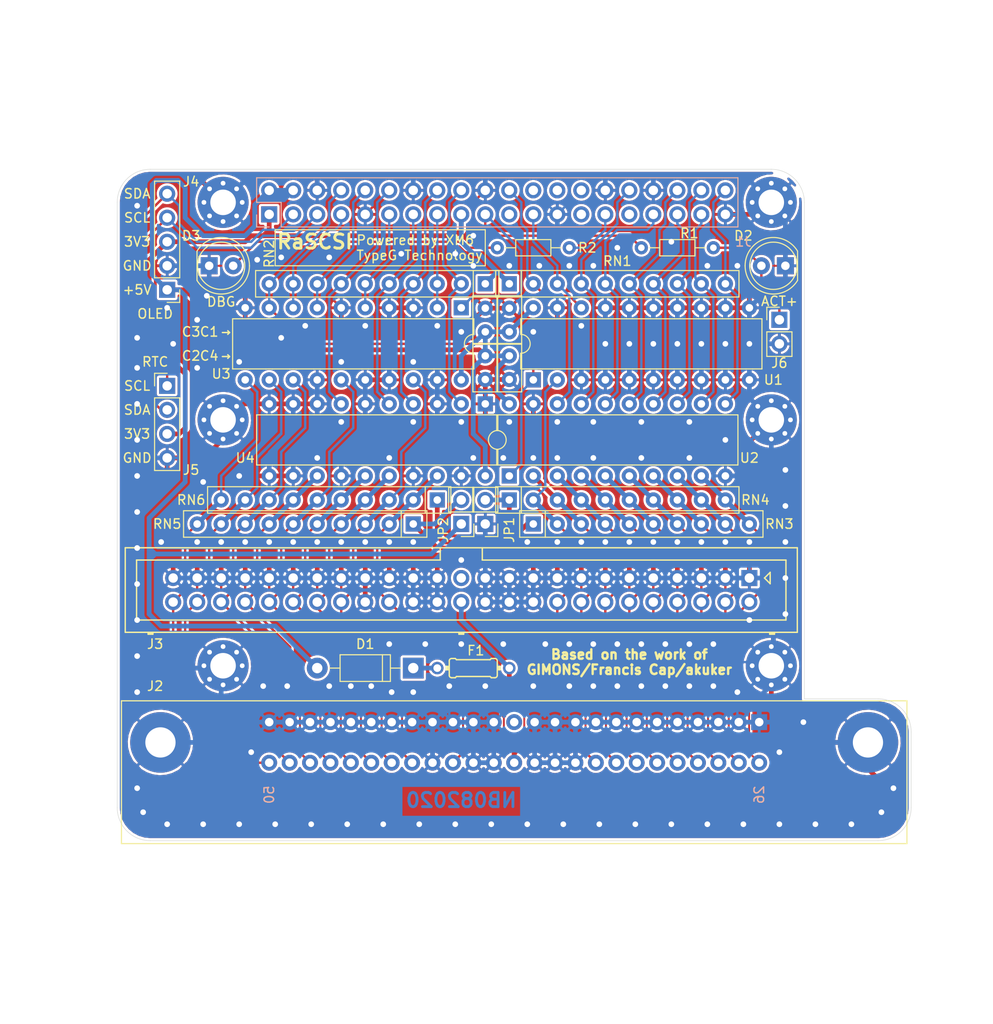
<source format=kicad_pcb>
(kicad_pcb (version 20171130) (host pcbnew "(5.1.6)-1")
  (layers (0 Top signal) (31 Bottom signal) (34 B.Paste user hide) (35 F.Paste user hide) (36 B.SilkS user) (37 F.SilkS user) (38 B.Mask user) (39 F.Mask user) (44 Edge.Cuts user))
  (net 0 "")
  (net 1 GND)
  (net 2 +3V3)
  (net 3 +5V)
  (net 4 C-REQ)
  (net 5 C-MSG)
  (net 6 C-BSY)
  (net 7 C-SEL)
  (net 8 C-RST)
  (net 9 C-ACK)
  (net 10 C-ATN)
  (net 11 C-DP)
  (net 12 C-D0)
  (net 13 C-D1)
  (net 14 C-D2)
  (net 15 C-D3)
  (net 16 C-D4)
  (net 17 C-D5)
  (net 18 C-D6)
  (net 19 C-D7)
  (net 20 C-I_O)
  (net 21 C-C_D)
  (net 22 "Net-(J1-Pad26)")
  (net 23 TERMPOW)
  (net 24 "Net-(J3-Pad25)")
  (net 25 ACT)
  (net 26 PI-D7)
  (net 27 PI-D6)
  (net 28 PI-D5)
  (net 29 PI-D4)
  (net 30 PI-D3)
  (net 31 PI-D2)
  (net 32 PI-D1)
  (net 33 PI-D0)
  (net 34 PI-DP)
  (net 35 PI-BSY)
  (net 36 PI-MSG)
  (net 37 PI-C_D)
  (net 38 PI-REQ)
  (net 39 PI-I_O)
  (net 40 PI-ATN)
  (net 41 PI-ACK)
  (net 42 PI-RST)
  (net 43 PI-SEL)
  (net 44 "Net-(J1-Pad31)")
  (net 45 "Net-(J1-Pad28)")
  (net 46 "Net-(J1-Pad27)")
  (net 47 "Net-(J1-Pad24)")
  (net 48 "Net-(J1-Pad21)")
  (net 49 "Net-(D2-Pad2)")
  (net 50 "Net-(D3-Pad2)")
  (net 51 DBG_LED)
  (net 52 PI_SCL)
  (net 53 PI_SDA)
  (net 54 "Net-(JP1-Pad2)")
  (net 55 "Net-(JP2-Pad2)")
  (net 56 "Net-(D1-Pad1)")
  (net 57 "Net-(J2-Pad13)")
  (module SparkFun-Connectors:50-PIN-CENTRONICS-F (layer Top) (at 182.88 100.965 270)
    (fp_text reference J2 (at -3.81 12.065 180) (layer F.SilkS))
    (fp_text value 50-PIN-CENTRONICS-F)
    (fp_text user 50 (at 7.675 0 90) (layer B.SilkS) (effects (font (size 1.016 1.016) (thickness 0.1524)) (justify mirror)))
    (fp_text user 26 (at 7.675 -51.84 90) (layer B.SilkS) (effects (font (size 1.016 1.016) (thickness 0.1524)) (justify mirror)))
    (pad 26 thru_hole circle (at 4.29 -51.84 270) (size 1.6764 1.6764) (drill 0.9) (layers *.Cu *.Mask) (net 12 C-D0))
    (pad 27 thru_hole circle (at 4.29 -49.68 270) (size 1.6764 1.6764) (drill 0.9) (layers *.Cu *.Mask) (net 13 C-D1))
    (pad 28 thru_hole circle (at 4.29 -47.52 270) (size 1.6764 1.6764) (drill 0.9) (layers *.Cu *.Mask) (net 14 C-D2))
    (pad 29 thru_hole circle (at 4.29 -45.36 270) (size 1.6764 1.6764) (drill 0.9) (layers *.Cu *.Mask) (net 15 C-D3))
    (pad 30 thru_hole circle (at 4.29 -43.2 270) (size 1.6764 1.6764) (drill 0.9) (layers *.Cu *.Mask) (net 16 C-D4))
    (pad 31 thru_hole circle (at 4.29 -41.04 270) (size 1.6764 1.6764) (drill 0.9) (layers *.Cu *.Mask) (net 17 C-D5))
    (pad 32 thru_hole circle (at 4.29 -38.88 270) (size 1.6764 1.6764) (drill 0.9) (layers *.Cu *.Mask) (net 18 C-D6))
    (pad 33 thru_hole circle (at 4.29 -36.72 270) (size 1.6764 1.6764) (drill 0.9) (layers *.Cu *.Mask) (net 19 C-D7))
    (pad 34 thru_hole circle (at 4.29 -34.56 270) (size 1.6764 1.6764) (drill 0.9) (layers *.Cu *.Mask) (net 11 C-DP))
    (pad 35 thru_hole circle (at 4.29 -32.4 270) (size 1.6764 1.6764) (drill 0.9) (layers *.Cu *.Mask) (net 1 GND))
    (pad 36 thru_hole circle (at 4.29 -30.24 270) (size 1.6764 1.6764) (drill 0.9) (layers *.Cu *.Mask) (net 1 GND))
    (pad 37 thru_hole circle (at 4.29 -28.08 270) (size 1.6764 1.6764) (drill 0.9) (layers *.Cu *.Mask) (net 1 GND))
    (pad 38 thru_hole circle (at 4.29 -25.92 270) (size 1.6764 1.6764) (drill 0.9) (layers *.Cu *.Mask) (net 23 TERMPOW))
    (pad 39 thru_hole circle (at 4.29 -23.76 270) (size 1.6764 1.6764) (drill 0.9) (layers *.Cu *.Mask) (net 1 GND))
    (pad 40 thru_hole circle (at 4.29 -21.6 270) (size 1.6764 1.6764) (drill 0.9) (layers *.Cu *.Mask) (net 1 GND))
    (pad 41 thru_hole circle (at 4.29 -19.44 270) (size 1.6764 1.6764) (drill 0.9) (layers *.Cu *.Mask) (net 10 C-ATN))
    (pad 42 thru_hole circle (at 4.29 -17.28 270) (size 1.6764 1.6764) (drill 0.9) (layers *.Cu *.Mask) (net 1 GND))
    (pad 43 thru_hole circle (at 4.29 -15.12 270) (size 1.6764 1.6764) (drill 0.9) (layers *.Cu *.Mask) (net 6 C-BSY))
    (pad 44 thru_hole circle (at 4.29 -12.96 270) (size 1.6764 1.6764) (drill 0.9) (layers *.Cu *.Mask) (net 9 C-ACK))
    (pad 45 thru_hole circle (at 4.29 -10.8 270) (size 1.6764 1.6764) (drill 0.9) (layers *.Cu *.Mask) (net 8 C-RST))
    (pad 46 thru_hole circle (at 4.29 -8.64 270) (size 1.6764 1.6764) (drill 0.9) (layers *.Cu *.Mask) (net 5 C-MSG))
    (pad 47 thru_hole circle (at 4.29 -6.48 270) (size 1.6764 1.6764) (drill 0.9) (layers *.Cu *.Mask) (net 7 C-SEL))
    (pad 48 thru_hole circle (at 4.29 -4.32 270) (size 1.6764 1.6764) (drill 0.9) (layers *.Cu *.Mask) (net 21 C-C_D))
    (pad 49 thru_hole circle (at 4.29 -2.16 270) (size 1.6764 1.6764) (drill 0.9) (layers *.Cu *.Mask) (net 4 C-REQ))
    (pad 50 thru_hole circle (at 4.29 0 270) (size 1.6764 1.6764) (drill 0.9) (layers *.Cu *.Mask) (net 20 C-I_O))
    (pad 1 thru_hole rect (at 0 -51.84 270) (size 1.6764 1.6764) (drill 0.9) (layers Bottom B.Mask) (net 1 GND))
    (pad 2 thru_hole circle (at 0 -49.68 270) (size 1.6764 1.6764) (drill 0.9) (layers Bottom B.Mask) (net 1 GND))
    (pad 3 thru_hole circle (at 0 -47.52 270) (size 1.6764 1.6764) (drill 0.9) (layers Bottom B.Mask) (net 1 GND))
    (pad 4 thru_hole circle (at 0 -45.36 270) (size 1.6764 1.6764) (drill 0.9) (layers Bottom B.Mask) (net 1 GND))
    (pad 5 thru_hole circle (at 0 -43.2 270) (size 1.6764 1.6764) (drill 0.9) (layers Bottom B.Mask) (net 1 GND))
    (pad 6 thru_hole circle (at 0 -41.04 270) (size 1.6764 1.6764) (drill 0.9) (layers Bottom B.Mask) (net 1 GND))
    (pad 7 thru_hole circle (at 0 -38.88 270) (size 1.6764 1.6764) (drill 0.9) (layers Bottom B.Mask) (net 1 GND))
    (pad 8 thru_hole circle (at 0 -36.72 270) (size 1.6764 1.6764) (drill 0.9) (layers Bottom B.Mask) (net 1 GND))
    (pad 9 thru_hole circle (at 0 -34.56 270) (size 1.6764 1.6764) (drill 0.9) (layers Bottom B.Mask) (net 1 GND))
    (pad 10 thru_hole circle (at 0 -32.4 270) (size 1.6764 1.6764) (drill 0.9) (layers Bottom B.Mask) (net 1 GND))
    (pad 11 thru_hole circle (at 0 -30.24 270) (size 1.6764 1.6764) (drill 0.9) (layers Bottom B.Mask) (net 1 GND))
    (pad 12 thru_hole circle (at 0 -28.08 270) (size 1.6764 1.6764) (drill 0.9) (layers Bottom B.Mask) (net 1 GND))
    (pad 13 thru_hole circle (at 0 -25.92 270) (size 1.6764 1.6764) (drill 0.9) (layers Bottom B.Mask) (net 57 "Net-(J2-Pad13)"))
    (pad 14 thru_hole circle (at 0 -23.76 270) (size 1.6764 1.6764) (drill 0.9) (layers Bottom B.Mask) (net 1 GND))
    (pad 15 thru_hole circle (at 0 -21.6 270) (size 1.6764 1.6764) (drill 0.9) (layers Bottom B.Mask) (net 1 GND))
    (pad 16 thru_hole circle (at 0 -19.44 270) (size 1.6764 1.6764) (drill 0.9) (layers Bottom B.Mask) (net 1 GND))
    (pad 17 thru_hole circle (at 0 -17.28 270) (size 1.6764 1.6764) (drill 0.9) (layers Bottom B.Mask) (net 1 GND))
    (pad 18 thru_hole circle (at 0 -15.12 270) (size 1.6764 1.6764) (drill 0.9) (layers Bottom B.Mask) (net 1 GND))
    (pad 19 thru_hole circle (at 0 -12.96 270) (size 1.6764 1.6764) (drill 0.9) (layers Bottom B.Mask) (net 1 GND))
    (pad 20 thru_hole circle (at 0 -10.8 270) (size 1.6764 1.6764) (drill 0.9) (layers Bottom B.Mask) (net 1 GND))
    (pad 21 thru_hole circle (at 0 -8.64 270) (size 1.6764 1.6764) (drill 0.9) (layers Bottom B.Mask) (net 1 GND))
    (pad 22 thru_hole circle (at 0 -6.48 270) (size 1.6764 1.6764) (drill 0.9) (layers Bottom B.Mask) (net 1 GND))
    (pad 23 thru_hole circle (at 0 -4.32 270) (size 1.6764 1.6764) (drill 0.9) (layers Bottom B.Mask) (net 1 GND))
    (pad 24 thru_hole circle (at 0 -2.16 270) (size 1.6764 1.6764) (drill 0.9) (layers Bottom B.Mask) (net 1 GND))
    (pad 25 thru_hole circle (at 0 0 270) (size 1.6764 1.6764) (drill 0.9) (layers Bottom B.Mask) (net 1 GND))
    (pad MP thru_hole circle (at 2.145 11.505 270) (size 6.4 6.4) (drill 3.2) (layers *.Cu *.Mask) (net 1 GND))
    (pad MP thru_hole circle (at 2.145 -63.345 270) (size 6.4 6.4) (drill 3.2) (layers *.Cu *.Mask) (net 1 GND))
  )
  (module Capacitors_THT:C_Disc_D5.0mm_W2.5mm_P2.50mm (layer Top) (at 208.28 62.23 270)
    (fp_text reference C4 (at 0 31.75) (layer F.SilkS))
    (fp_text value 100n)
    (pad 1 thru_hole circle (at 0 0 270) (size 1.6 1.6) (drill 0.8) (layers *.Cu *.Mask) (net 3 +5V))
    (pad 2 thru_hole circle (at 2.5 0 270) (size 1.6 1.6) (drill 0.8) (layers *.Cu *.Mask) (net 1 GND))
  )
  (module Capacitors_THT:C_Disc_D5.0mm_W2.5mm_P2.50mm (layer Top) (at 205.74 59.69 90)
    (fp_text reference C3 (at 0 -31.115 180) (layer F.SilkS))
    (fp_text value 100n)
    (pad 2 thru_hole circle (at 2.5 0 90) (size 1.6 1.6) (drill 0.8) (layers *.Cu *.Mask) (net 1 GND))
    (pad 1 thru_hole circle (at 0 0 90) (size 1.6 1.6) (drill 0.8) (layers *.Cu *.Mask) (net 3 +5V))
  )
  (module Capacitors_THT:C_Disc_D5.0mm_W2.5mm_P2.50mm (layer Top) (at 205.74 62.23 270)
    (fp_text reference C2 (at 0 31.115) (layer F.SilkS))
    (fp_text value 100n)
    (pad 2 thru_hole circle (at 2.5 0 270) (size 1.6 1.6) (drill 0.8) (layers *.Cu *.Mask) (net 1 GND))
    (pad 1 thru_hole circle (at 0 0 270) (size 1.6 1.6) (drill 0.8) (layers *.Cu *.Mask) (net 3 +5V))
  )
  (module Capacitors_THT:C_Disc_D5.0mm_W2.5mm_P2.50mm (layer Top) (at 208.28 59.69 90)
    (fp_text reference C1 (at 0 -31.75 180) (layer F.SilkS))
    (fp_text value 100n)
    (pad 2 thru_hole circle (at 2.5 0 90) (size 1.6 1.6) (drill 0.8) (layers *.Cu *.Mask) (net 1 GND))
    (pad 1 thru_hole circle (at 0 0 90) (size 1.6 1.6) (drill 0.8) (layers *.Cu *.Mask) (net 3 +5V))
  )
  (module Diodes_THT:D_DO-41_SOD81_P10.16mm_Horizontal (layer Top) (at 198.12 95.25 180)
    (fp_text reference D1 (at 5.08 2.54) (layer F.SilkS))
    (fp_text value 1N4004)
    (pad 1 thru_hole rect (at 0 0 180) (size 2.2 2.2) (drill 1.1) (layers *.Cu *.Mask) (net 56 "Net-(D1-Pad1)"))
    (pad 2 thru_hole oval (at 10.16 0 180) (size 2.2 2.2) (drill 1.1) (layers *.Cu *.Mask) (net 3 +5V))
  )
  (module Resistors_THT:R_Axial_DIN0204_L3.6mm_D1.6mm_P7.62mm_Horizontal (layer Top) (at 222.25 50.8)
    (fp_text reference R1 (at 5.08 -1.524) (layer F.SilkS))
    (fp_text value 330)
    (pad 1 thru_hole circle (at 0 0) (size 1.4 1.4) (drill 0.7) (layers *.Cu *.Mask) (net 25 ACT))
    (pad 2 thru_hole oval (at 7.62 0) (size 1.4 1.4) (drill 0.7) (layers *.Cu *.Mask) (net 49 "Net-(D2-Pad2)"))
  )
  (module Resistors_THT:R_Array_SIP10 (layer Top) (at 208.28 77.47)
    (fp_text reference RN4 (at 26.035 0) (layer F.SilkS))
    (fp_text value 330)
    (pad 1 thru_hole rect (at 0 0) (size 1.6 1.6) (drill 0.8) (layers *.Cu *.Mask) (net 54 "Net-(JP1-Pad2)"))
    (pad 2 thru_hole oval (at 2.54 0) (size 1.6 1.6) (drill 0.8) (layers *.Cu *.Mask) (net 11 C-DP))
    (pad 3 thru_hole oval (at 5.08 0) (size 1.6 1.6) (drill 0.8) (layers *.Cu *.Mask) (net 19 C-D7))
    (pad 4 thru_hole oval (at 7.62 0) (size 1.6 1.6) (drill 0.8) (layers *.Cu *.Mask) (net 18 C-D6))
    (pad 5 thru_hole oval (at 10.16 0) (size 1.6 1.6) (drill 0.8) (layers *.Cu *.Mask) (net 17 C-D5))
    (pad 6 thru_hole oval (at 12.7 0) (size 1.6 1.6) (drill 0.8) (layers *.Cu *.Mask) (net 16 C-D4))
    (pad 7 thru_hole oval (at 15.24 0) (size 1.6 1.6) (drill 0.8) (layers *.Cu *.Mask) (net 15 C-D3))
    (pad 8 thru_hole oval (at 17.78 0) (size 1.6 1.6) (drill 0.8) (layers *.Cu *.Mask) (net 14 C-D2))
    (pad 9 thru_hole oval (at 20.32 0) (size 1.6 1.6) (drill 0.8) (layers *.Cu *.Mask) (net 13 C-D1))
    (pad 10 thru_hole oval (at 22.86 0) (size 1.6 1.6) (drill 0.8) (layers *.Cu *.Mask) (net 12 C-D0))
  )
  (module Resistors_THT:R_Array_SIP10 (layer Top) (at 200.66 77.47 180)
    (fp_text reference RN6 (at 26.035 0) (layer F.SilkS))
    (fp_text value 330)
    (pad 1 thru_hole rect (at 0 0 180) (size 1.6 1.6) (drill 0.8) (layers *.Cu *.Mask) (net 54 "Net-(JP1-Pad2)"))
    (pad 2 thru_hole oval (at 2.54 0 180) (size 1.6 1.6) (drill 0.8) (layers *.Cu *.Mask) (net 10 C-ATN))
    (pad 3 thru_hole oval (at 5.08 0 180) (size 1.6 1.6) (drill 0.8) (layers *.Cu *.Mask) (net 6 C-BSY))
    (pad 4 thru_hole oval (at 7.62 0 180) (size 1.6 1.6) (drill 0.8) (layers *.Cu *.Mask) (net 9 C-ACK))
    (pad 5 thru_hole oval (at 10.16 0 180) (size 1.6 1.6) (drill 0.8) (layers *.Cu *.Mask) (net 8 C-RST))
    (pad 6 thru_hole oval (at 12.7 0 180) (size 1.6 1.6) (drill 0.8) (layers *.Cu *.Mask) (net 5 C-MSG))
    (pad 7 thru_hole oval (at 15.24 0 180) (size 1.6 1.6) (drill 0.8) (layers *.Cu *.Mask) (net 7 C-SEL))
    (pad 8 thru_hole oval (at 17.78 0 180) (size 1.6 1.6) (drill 0.8) (layers *.Cu *.Mask) (net 21 C-C_D))
    (pad 9 thru_hole oval (at 20.32 0 180) (size 1.6 1.6) (drill 0.8) (layers *.Cu *.Mask) (net 4 C-REQ))
    (pad 10 thru_hole oval (at 22.86 0 180) (size 1.6 1.6) (drill 0.8) (layers *.Cu *.Mask) (net 20 C-I_O))
  )
  (module Resistors_THT:R_Array_SIP10 (layer Top) (at 205.74 54.61 180)
    (fp_text reference RN2 (at 22.86 3.175 270) (layer F.SilkS))
    (fp_text value 10k)
    (pad 1 thru_hole rect (at 0 0 180) (size 1.6 1.6) (drill 0.8) (layers *.Cu *.Mask) (net 2 +3V3))
    (pad 2 thru_hole oval (at 2.54 0 180) (size 1.6 1.6) (drill 0.8) (layers *.Cu *.Mask) (net 40 PI-ATN))
    (pad 3 thru_hole oval (at 5.08 0 180) (size 1.6 1.6) (drill 0.8) (layers *.Cu *.Mask) (net 35 PI-BSY))
    (pad 4 thru_hole oval (at 7.62 0 180) (size 1.6 1.6) (drill 0.8) (layers *.Cu *.Mask) (net 41 PI-ACK))
    (pad 5 thru_hole oval (at 10.16 0 180) (size 1.6 1.6) (drill 0.8) (layers *.Cu *.Mask) (net 42 PI-RST))
    (pad 6 thru_hole oval (at 12.7 0 180) (size 1.6 1.6) (drill 0.8) (layers *.Cu *.Mask) (net 36 PI-MSG))
    (pad 7 thru_hole oval (at 15.24 0 180) (size 1.6 1.6) (drill 0.8) (layers *.Cu *.Mask) (net 43 PI-SEL))
    (pad 8 thru_hole oval (at 17.78 0 180) (size 1.6 1.6) (drill 0.8) (layers *.Cu *.Mask) (net 37 PI-C_D))
    (pad 9 thru_hole oval (at 20.32 0 180) (size 1.6 1.6) (drill 0.8) (layers *.Cu *.Mask) (net 38 PI-REQ))
    (pad 10 thru_hole oval (at 22.86 0 180) (size 1.6 1.6) (drill 0.8) (layers *.Cu *.Mask) (net 39 PI-I_O))
  )
  (module Housings_DIP:DIP-20_W7.62mm (layer Top) (at 210.82 64.77 90)
    (fp_text reference U1 (at 0 25.4 180) (layer F.SilkS))
    (fp_text value SN74LS641-1C)
    (pad 1 thru_hole rect (at 0 0 90) (size 1.6 1.6) (drill 0.8) (layers *.Cu *.Mask) (net 39 PI-I_O))
    (pad 11 thru_hole oval (at 7.62 22.86 90) (size 1.6 1.6) (drill 0.8) (layers *.Cu *.Mask) (net 1 GND))
    (pad 2 thru_hole oval (at 0 2.54 90) (size 1.6 1.6) (drill 0.8) (layers *.Cu *.Mask) (net 11 C-DP))
    (pad 12 thru_hole oval (at 7.62 20.32 90) (size 1.6 1.6) (drill 0.8) (layers *.Cu *.Mask) (net 1 GND))
    (pad 3 thru_hole oval (at 0 5.08 90) (size 1.6 1.6) (drill 0.8) (layers *.Cu *.Mask) (net 1 GND))
    (pad 13 thru_hole oval (at 7.62 17.78 90) (size 1.6 1.6) (drill 0.8) (layers *.Cu *.Mask) (net 1 GND))
    (pad 4 thru_hole oval (at 0 7.62 90) (size 1.6 1.6) (drill 0.8) (layers *.Cu *.Mask) (net 1 GND))
    (pad 14 thru_hole oval (at 7.62 15.24 90) (size 1.6 1.6) (drill 0.8) (layers *.Cu *.Mask) (net 1 GND))
    (pad 5 thru_hole oval (at 0 10.16 90) (size 1.6 1.6) (drill 0.8) (layers *.Cu *.Mask) (net 1 GND))
    (pad 15 thru_hole oval (at 7.62 12.7 90) (size 1.6 1.6) (drill 0.8) (layers *.Cu *.Mask) (net 1 GND))
    (pad 6 thru_hole oval (at 0 12.7 90) (size 1.6 1.6) (drill 0.8) (layers *.Cu *.Mask) (net 1 GND))
    (pad 16 thru_hole oval (at 7.62 10.16 90) (size 1.6 1.6) (drill 0.8) (layers *.Cu *.Mask) (net 1 GND))
    (pad 7 thru_hole oval (at 0 15.24 90) (size 1.6 1.6) (drill 0.8) (layers *.Cu *.Mask) (net 1 GND))
    (pad 17 thru_hole oval (at 7.62 7.62 90) (size 1.6 1.6) (drill 0.8) (layers *.Cu *.Mask) (net 1 GND))
    (pad 8 thru_hole oval (at 0 17.78 90) (size 1.6 1.6) (drill 0.8) (layers *.Cu *.Mask) (net 1 GND))
    (pad 18 thru_hole oval (at 7.62 5.08 90) (size 1.6 1.6) (drill 0.8) (layers *.Cu *.Mask) (net 34 PI-DP))
    (pad 9 thru_hole oval (at 0 20.32 90) (size 1.6 1.6) (drill 0.8) (layers *.Cu *.Mask) (net 1 GND))
    (pad 19 thru_hole oval (at 7.62 2.54 90) (size 1.6 1.6) (drill 0.8) (layers *.Cu *.Mask) (net 1 GND))
    (pad 10 thru_hole oval (at 0 22.86 90) (size 1.6 1.6) (drill 0.8) (layers *.Cu *.Mask) (net 1 GND))
    (pad 20 thru_hole oval (at 7.62 0 90) (size 1.6 1.6) (drill 0.8) (layers *.Cu *.Mask) (net 3 +5V))
  )
  (module Connectors_Multicomp:Multicomp_MC9A12-5034_2x25x2.54mm_Straight (layer Top) (at 233.68 85.725 180)
    (fp_text reference J3 (at 62.865 -6.985) (layer F.SilkS))
    (fp_text value 2x25x2.54mm_Straight)
    (pad 1 thru_hole rect (at 0 0 180) (size 1.7 1.7) (drill 1) (layers *.Cu *.Mask) (net 1 GND))
    (pad 2 thru_hole circle (at 0 -2.54 180) (size 1.7 1.7) (drill 1) (layers *.Cu *.Mask) (net 12 C-D0))
    (pad 3 thru_hole circle (at 2.54 0 180) (size 1.7 1.7) (drill 1) (layers *.Cu *.Mask) (net 1 GND))
    (pad 4 thru_hole circle (at 2.54 -2.54 180) (size 1.7 1.7) (drill 1) (layers *.Cu *.Mask) (net 13 C-D1))
    (pad 5 thru_hole circle (at 5.08 0 180) (size 1.7 1.7) (drill 1) (layers *.Cu *.Mask) (net 1 GND))
    (pad 6 thru_hole circle (at 5.08 -2.54 180) (size 1.7 1.7) (drill 1) (layers *.Cu *.Mask) (net 14 C-D2))
    (pad 7 thru_hole circle (at 7.62 0 180) (size 1.7 1.7) (drill 1) (layers *.Cu *.Mask) (net 1 GND))
    (pad 8 thru_hole circle (at 7.62 -2.54 180) (size 1.7 1.7) (drill 1) (layers *.Cu *.Mask) (net 15 C-D3))
    (pad 9 thru_hole circle (at 10.16 0 180) (size 1.7 1.7) (drill 1) (layers *.Cu *.Mask) (net 1 GND))
    (pad 10 thru_hole circle (at 10.16 -2.54 180) (size 1.7 1.7) (drill 1) (layers *.Cu *.Mask) (net 16 C-D4))
    (pad 11 thru_hole circle (at 12.7 0 180) (size 1.7 1.7) (drill 1) (layers *.Cu *.Mask) (net 1 GND))
    (pad 12 thru_hole circle (at 12.7 -2.54 180) (size 1.7 1.7) (drill 1) (layers *.Cu *.Mask) (net 17 C-D5))
    (pad 13 thru_hole circle (at 15.24 0 180) (size 1.7 1.7) (drill 1) (layers *.Cu *.Mask) (net 1 GND))
    (pad 14 thru_hole circle (at 15.24 -2.54 180) (size 1.7 1.7) (drill 1) (layers *.Cu *.Mask) (net 18 C-D6))
    (pad 15 thru_hole circle (at 17.78 0 180) (size 1.7 1.7) (drill 1) (layers *.Cu *.Mask) (net 1 GND))
    (pad 16 thru_hole circle (at 17.78 -2.54 180) (size 1.7 1.7) (drill 1) (layers *.Cu *.Mask) (net 19 C-D7))
    (pad 17 thru_hole circle (at 20.32 0 180) (size 1.7 1.7) (drill 1) (layers *.Cu *.Mask) (net 1 GND))
    (pad 18 thru_hole circle (at 20.32 -2.54 180) (size 1.7 1.7) (drill 1) (layers *.Cu *.Mask) (net 11 C-DP))
    (pad 19 thru_hole circle (at 22.86 0 180) (size 1.7 1.7) (drill 1) (layers *.Cu *.Mask) (net 1 GND))
    (pad 20 thru_hole circle (at 22.86 -2.54 180) (size 1.7 1.7) (drill 1) (layers *.Cu *.Mask) (net 1 GND))
    (pad 21 thru_hole circle (at 25.4 0 180) (size 1.7 1.7) (drill 1) (layers *.Cu *.Mask) (net 1 GND))
    (pad 22 thru_hole circle (at 25.4 -2.54 180) (size 1.7 1.7) (drill 1) (layers *.Cu *.Mask) (net 1 GND))
    (pad 23 thru_hole circle (at 27.94 0 180) (size 1.7 1.7) (drill 1) (layers *.Cu *.Mask) (net 1 GND))
    (pad 24 thru_hole circle (at 27.94 -2.54 180) (size 1.7 1.7) (drill 1) (layers *.Cu *.Mask) (net 1 GND))
    (pad 25 thru_hole circle (at 30.48 0 180) (size 1.7 1.7) (drill 1) (layers *.Cu *.Mask) (net 24 "Net-(J3-Pad25)"))
    (pad 26 thru_hole circle (at 30.48 -2.54 180) (size 1.7 1.7) (drill 1) (layers *.Cu *.Mask) (net 23 TERMPOW))
    (pad 27 thru_hole circle (at 33.02 0 180) (size 1.7 1.7) (drill 1) (layers *.Cu *.Mask) (net 1 GND))
    (pad 28 thru_hole circle (at 33.02 -2.54 180) (size 1.7 1.7) (drill 1) (layers *.Cu *.Mask) (net 1 GND))
    (pad 29 thru_hole circle (at 35.56 0 180) (size 1.7 1.7) (drill 1) (layers *.Cu *.Mask) (net 1 GND))
    (pad 30 thru_hole circle (at 35.56 -2.54 180) (size 1.7 1.7) (drill 1) (layers *.Cu *.Mask) (net 1 GND))
    (pad 31 thru_hole circle (at 38.1 0 180) (size 1.7 1.7) (drill 1) (layers *.Cu *.Mask) (net 1 GND))
    (pad 32 thru_hole circle (at 38.1 -2.54 180) (size 1.7 1.7) (drill 1) (layers *.Cu *.Mask) (net 10 C-ATN))
    (pad 33 thru_hole circle (at 40.64 0 180) (size 1.7 1.7) (drill 1) (layers *.Cu *.Mask) (net 1 GND))
    (pad 34 thru_hole circle (at 40.64 -2.54 180) (size 1.7 1.7) (drill 1) (layers *.Cu *.Mask) (net 1 GND))
    (pad 35 thru_hole circle (at 43.18 0 180) (size 1.7 1.7) (drill 1) (layers *.Cu *.Mask) (net 1 GND))
    (pad 36 thru_hole circle (at 43.18 -2.54 180) (size 1.7 1.7) (drill 1) (layers *.Cu *.Mask) (net 6 C-BSY))
    (pad 37 thru_hole circle (at 45.72 0 180) (size 1.7 1.7) (drill 1) (layers *.Cu *.Mask) (net 1 GND))
    (pad 38 thru_hole circle (at 45.72 -2.54 180) (size 1.7 1.7) (drill 1) (layers *.Cu *.Mask) (net 9 C-ACK))
    (pad 39 thru_hole circle (at 48.26 0 180) (size 1.7 1.7) (drill 1) (layers *.Cu *.Mask) (net 1 GND))
    (pad 40 thru_hole circle (at 48.26 -2.54 180) (size 1.7 1.7) (drill 1) (layers *.Cu *.Mask) (net 8 C-RST))
    (pad 41 thru_hole circle (at 50.8 0 180) (size 1.7 1.7) (drill 1) (layers *.Cu *.Mask) (net 1 GND))
    (pad 42 thru_hole circle (at 50.8 -2.54 180) (size 1.7 1.7) (drill 1) (layers *.Cu *.Mask) (net 5 C-MSG))
    (pad 43 thru_hole circle (at 53.34 0 180) (size 1.7 1.7) (drill 1) (layers *.Cu *.Mask) (net 1 GND))
    (pad 44 thru_hole circle (at 53.34 -2.54 180) (size 1.7 1.7) (drill 1) (layers *.Cu *.Mask) (net 7 C-SEL))
    (pad 45 thru_hole circle (at 55.88 0 180) (size 1.7 1.7) (drill 1) (layers *.Cu *.Mask) (net 1 GND))
    (pad 46 thru_hole circle (at 55.88 -2.54 180) (size 1.7 1.7) (drill 1) (layers *.Cu *.Mask) (net 21 C-C_D))
    (pad 47 thru_hole circle (at 58.42 0 180) (size 1.7 1.7) (drill 1) (layers *.Cu *.Mask) (net 1 GND))
    (pad 48 thru_hole circle (at 58.42 -2.54 180) (size 1.7 1.7) (drill 1) (layers *.Cu *.Mask) (net 4 C-REQ))
    (pad 49 thru_hole circle (at 60.96 0 180) (size 1.7 1.7) (drill 1) (layers *.Cu *.Mask) (net 1 GND))
    (pad 50 thru_hole circle (at 60.96 -2.54 180) (size 1.7 1.7) (drill 1) (layers *.Cu *.Mask) (net 20 C-I_O))
  )
  (module rascsi_din:0204_7 (layer Top) (at 204.47 95.25 180)
    (fp_text reference F1 (at -1.27 1.27) (layer F.SilkS) (effects (justify right bottom)))
    (fp_text value R-US_0204_7)
    (pad 2 thru_hole circle (at 3.81 0 180) (size 1.3208 1.3208) (drill 0.8128) (layers *.Cu *.Mask) (net 56 "Net-(D1-Pad1)"))
    (pad 1 thru_hole circle (at -3.81 0 180) (size 1.3208 1.3208) (drill 0.8128) (layers *.Cu *.Mask) (net 23 TERMPOW))
  )
  (module Resistors_THT:R_Axial_DIN0204_L3.6mm_D1.6mm_P7.62mm_Horizontal (layer Top) (at 214.63 50.8 180)
    (fp_text reference R2 (at -1.905 0) (layer F.SilkS))
    (fp_text value 330)
    (pad 1 thru_hole circle (at 0 0 180) (size 1.4 1.4) (drill 0.7) (layers *.Cu *.Mask) (net 51 DBG_LED))
    (pad 2 thru_hole oval (at 7.62 0 180) (size 1.4 1.4) (drill 0.7) (layers *.Cu *.Mask) (net 50 "Net-(D3-Pad2)"))
  )
  (module Socket_Strips:Socket_Strip_Straight_1x04_Pitch2.54mm (layer Top) (at 172.085 65.405)
    (fp_text reference J5 (at 2.54 8.89) (layer F.SilkS))
    (fp_text value "RTC I2C Pinout")
    (pad 1 thru_hole rect (at 0 0) (size 1.7 1.7) (drill 1) (layers *.Cu *.Mask) (net 52 PI_SCL))
    (pad 2 thru_hole oval (at 0 2.54) (size 1.7 1.7) (drill 1) (layers *.Cu *.Mask) (net 53 PI_SDA))
    (pad 3 thru_hole oval (at 0 5.08) (size 1.7 1.7) (drill 1) (layers *.Cu *.Mask) (net 2 +3V3))
    (pad 4 thru_hole oval (at 0 7.62) (size 1.7 1.7) (drill 1) (layers *.Cu *.Mask) (net 1 GND))
  )
  (module Resistors_THT:R_Array_SIP10 (layer Top) (at 198.12 80.01 180)
    (fp_text reference RN5 (at 26.035 0) (layer F.SilkS))
    (fp_text value 220)
    (pad 1 thru_hole rect (at 0 0 180) (size 1.6 1.6) (drill 0.8) (layers *.Cu *.Mask) (net 55 "Net-(JP2-Pad2)"))
    (pad 2 thru_hole oval (at 2.54 0 180) (size 1.6 1.6) (drill 0.8) (layers *.Cu *.Mask) (net 10 C-ATN))
    (pad 3 thru_hole oval (at 5.08 0 180) (size 1.6 1.6) (drill 0.8) (layers *.Cu *.Mask) (net 6 C-BSY))
    (pad 4 thru_hole oval (at 7.62 0 180) (size 1.6 1.6) (drill 0.8) (layers *.Cu *.Mask) (net 9 C-ACK))
    (pad 5 thru_hole oval (at 10.16 0 180) (size 1.6 1.6) (drill 0.8) (layers *.Cu *.Mask) (net 8 C-RST))
    (pad 6 thru_hole oval (at 12.7 0 180) (size 1.6 1.6) (drill 0.8) (layers *.Cu *.Mask) (net 5 C-MSG))
    (pad 7 thru_hole oval (at 15.24 0 180) (size 1.6 1.6) (drill 0.8) (layers *.Cu *.Mask) (net 7 C-SEL))
    (pad 8 thru_hole oval (at 17.78 0 180) (size 1.6 1.6) (drill 0.8) (layers *.Cu *.Mask) (net 21 C-C_D))
    (pad 9 thru_hole oval (at 20.32 0 180) (size 1.6 1.6) (drill 0.8) (layers *.Cu *.Mask) (net 4 C-REQ))
    (pad 10 thru_hole oval (at 22.86 0 180) (size 1.6 1.6) (drill 0.8) (layers *.Cu *.Mask) (net 20 C-I_O))
  )
  (module Socket_Strips:Socket_Strip_Straight_2x20_Pitch2.54mm (layer Bottom) (at 182.88 47.27 270)
    (fp_text reference J1 (at 2.895 -50.165) (layer B.SilkS) (effects (justify mirror)))
    (fp_text value Raspberry_Pi_2_3)
    (pad 1 thru_hole rect (at 0 0 270) (size 1.7 1.7) (drill 1) (layers *.Cu *.Mask) (net 2 +3V3))
    (pad 2 thru_hole oval (at -2.54 0 270) (size 1.7 1.7) (drill 1) (layers *.Cu *.Mask) (net 3 +5V))
    (pad 3 thru_hole oval (at 0 -2.54 270) (size 1.7 1.7) (drill 1) (layers *.Cu *.Mask) (net 53 PI_SDA))
    (pad 4 thru_hole oval (at -2.54 -2.54 270) (size 1.7 1.7) (drill 1) (layers *.Cu *.Mask) (net 3 +5V))
    (pad 5 thru_hole oval (at 0 -5.08 270) (size 1.7 1.7) (drill 1) (layers *.Cu *.Mask) (net 52 PI_SCL))
    (pad 6 thru_hole oval (at -2.54 -5.08 270) (size 1.7 1.7) (drill 1) (layers *.Cu *.Mask) (net 1 GND))
    (pad 7 thru_hole oval (at 0 -7.62 270) (size 1.7 1.7) (drill 1) (layers *.Cu *.Mask) (net 38 PI-REQ))
    (pad 8 thru_hole oval (at -2.54 -7.62 270) (size 1.7 1.7) (drill 1) (layers *.Cu *.Mask) (net 39 PI-I_O))
    (pad 9 thru_hole oval (at 0 -10.16 270) (size 1.7 1.7) (drill 1) (layers *.Cu *.Mask) (net 1 GND))
    (pad 10 thru_hole oval (at -2.54 -10.16 270) (size 1.7 1.7) (drill 1) (layers *.Cu *.Mask) (net 37 PI-C_D))
    (pad 11 thru_hole oval (at 0 -12.7 270) (size 1.7 1.7) (drill 1) (layers *.Cu *.Mask) (net 36 PI-MSG))
    (pad 12 thru_hole oval (at -2.54 -12.7 270) (size 1.7 1.7) (drill 1) (layers *.Cu *.Mask) (net 43 PI-SEL))
    (pad 13 thru_hole oval (at 0 -15.24 270) (size 1.7 1.7) (drill 1) (layers *.Cu *.Mask) (net 42 PI-RST))
    (pad 14 thru_hole oval (at -2.54 -15.24 270) (size 1.7 1.7) (drill 1) (layers *.Cu *.Mask) (net 1 GND))
    (pad 15 thru_hole oval (at 0 -17.78 270) (size 1.7 1.7) (drill 1) (layers *.Cu *.Mask) (net 35 PI-BSY))
    (pad 16 thru_hole oval (at -2.54 -17.78 270) (size 1.7 1.7) (drill 1) (layers *.Cu *.Mask) (net 41 PI-ACK))
    (pad 17 thru_hole oval (at 0 -20.32 270) (size 1.7 1.7) (drill 1) (layers *.Cu *.Mask) (net 2 +3V3))
    (pad 18 thru_hole oval (at -2.54 -20.32 270) (size 1.7 1.7) (drill 1) (layers *.Cu *.Mask) (net 40 PI-ATN))
    (pad 19 thru_hole oval (at 0 -22.86 270) (size 1.7 1.7) (drill 1) (layers *.Cu *.Mask) (net 25 ACT))
    (pad 20 thru_hole oval (at -2.54 -22.86 270) (size 1.7 1.7) (drill 1) (layers *.Cu *.Mask) (net 1 GND))
    (pad 21 thru_hole oval (at 0 -25.4 270) (size 1.7 1.7) (drill 1) (layers *.Cu *.Mask) (net 48 "Net-(J1-Pad21)"))
    (pad 22 thru_hole oval (at -2.54 -25.4 270) (size 1.7 1.7) (drill 1) (layers *.Cu *.Mask) (net 34 PI-DP))
    (pad 23 thru_hole oval (at 0 -27.94 270) (size 1.7 1.7) (drill 1) (layers *.Cu *.Mask) (net 26 PI-D7))
    (pad 24 thru_hole oval (at -2.54 -27.94 270) (size 1.7 1.7) (drill 1) (layers *.Cu *.Mask) (net 47 "Net-(J1-Pad24)"))
    (pad 25 thru_hole oval (at 0 -30.48 270) (size 1.7 1.7) (drill 1) (layers *.Cu *.Mask) (net 1 GND))
    (pad 26 thru_hole oval (at -2.54 -30.48 270) (size 1.7 1.7) (drill 1) (layers *.Cu *.Mask) (net 22 "Net-(J1-Pad26)"))
    (pad 27 thru_hole oval (at 0 -33.02 270) (size 1.7 1.7) (drill 1) (layers *.Cu *.Mask) (net 46 "Net-(J1-Pad27)"))
    (pad 28 thru_hole oval (at -2.54 -33.02 270) (size 1.7 1.7) (drill 1) (layers *.Cu *.Mask) (net 45 "Net-(J1-Pad28)"))
    (pad 29 thru_hole oval (at 0 -35.56 270) (size 1.7 1.7) (drill 1) (layers *.Cu *.Mask) (net 51 DBG_LED))
    (pad 30 thru_hole oval (at -2.54 -35.56 270) (size 1.7 1.7) (drill 1) (layers *.Cu *.Mask) (net 1 GND))
    (pad 31 thru_hole oval (at 0 -38.1 270) (size 1.7 1.7) (drill 1) (layers *.Cu *.Mask) (net 44 "Net-(J1-Pad31)"))
    (pad 32 thru_hole oval (at -2.54 -38.1 270) (size 1.7 1.7) (drill 1) (layers *.Cu *.Mask) (net 27 PI-D6))
    (pad 33 thru_hole oval (at 0 -40.64 270) (size 1.7 1.7) (drill 1) (layers *.Cu *.Mask) (net 28 PI-D5))
    (pad 34 thru_hole oval (at -2.54 -40.64 270) (size 1.7 1.7) (drill 1) (layers *.Cu *.Mask) (net 1 GND))
    (pad 35 thru_hole oval (at 0 -43.18 270) (size 1.7 1.7) (drill 1) (layers *.Cu *.Mask) (net 30 PI-D3))
    (pad 36 thru_hole oval (at -2.54 -43.18 270) (size 1.7 1.7) (drill 1) (layers *.Cu *.Mask) (net 29 PI-D4))
    (pad 37 thru_hole oval (at 0 -45.72 270) (size 1.7 1.7) (drill 1) (layers *.Cu *.Mask) (net 32 PI-D1))
    (pad 38 thru_hole oval (at -2.54 -45.72 270) (size 1.7 1.7) (drill 1) (layers *.Cu *.Mask) (net 31 PI-D2))
    (pad 39 thru_hole oval (at 0 -48.26 270) (size 1.7 1.7) (drill 1) (layers *.Cu *.Mask) (net 1 GND))
    (pad 40 thru_hole oval (at -2.54 -48.26 270) (size 1.7 1.7) (drill 1) (layers *.Cu *.Mask) (net 33 PI-D0))
  )
  (module Housings_DIP:DIP-20_W7.62mm (layer Top) (at 208.28 74.93 90)
    (fp_text reference U2 (at 1.905 25.4 180) (layer F.SilkS))
    (fp_text value SN74LS641-1C)
    (pad 1 thru_hole rect (at 0 0 90) (size 1.6 1.6) (drill 0.8) (layers *.Cu *.Mask) (net 39 PI-I_O))
    (pad 11 thru_hole oval (at 7.62 22.86 90) (size 1.6 1.6) (drill 0.8) (layers *.Cu *.Mask) (net 33 PI-D0))
    (pad 2 thru_hole oval (at 0 2.54 90) (size 1.6 1.6) (drill 0.8) (layers *.Cu *.Mask) (net 19 C-D7))
    (pad 12 thru_hole oval (at 7.62 20.32 90) (size 1.6 1.6) (drill 0.8) (layers *.Cu *.Mask) (net 32 PI-D1))
    (pad 3 thru_hole oval (at 0 5.08 90) (size 1.6 1.6) (drill 0.8) (layers *.Cu *.Mask) (net 18 C-D6))
    (pad 13 thru_hole oval (at 7.62 17.78 90) (size 1.6 1.6) (drill 0.8) (layers *.Cu *.Mask) (net 31 PI-D2))
    (pad 4 thru_hole oval (at 0 7.62 90) (size 1.6 1.6) (drill 0.8) (layers *.Cu *.Mask) (net 17 C-D5))
    (pad 14 thru_hole oval (at 7.62 15.24 90) (size 1.6 1.6) (drill 0.8) (layers *.Cu *.Mask) (net 30 PI-D3))
    (pad 5 thru_hole oval (at 0 10.16 90) (size 1.6 1.6) (drill 0.8) (layers *.Cu *.Mask) (net 16 C-D4))
    (pad 15 thru_hole oval (at 7.62 12.7 90) (size 1.6 1.6) (drill 0.8) (layers *.Cu *.Mask) (net 29 PI-D4))
    (pad 6 thru_hole oval (at 0 12.7 90) (size 1.6 1.6) (drill 0.8) (layers *.Cu *.Mask) (net 15 C-D3))
    (pad 16 thru_hole oval (at 7.62 10.16 90) (size 1.6 1.6) (drill 0.8) (layers *.Cu *.Mask) (net 28 PI-D5))
    (pad 7 thru_hole oval (at 0 15.24 90) (size 1.6 1.6) (drill 0.8) (layers *.Cu *.Mask) (net 14 C-D2))
    (pad 17 thru_hole oval (at 7.62 7.62 90) (size 1.6 1.6) (drill 0.8) (layers *.Cu *.Mask) (net 27 PI-D6))
    (pad 8 thru_hole oval (at 0 17.78 90) (size 1.6 1.6) (drill 0.8) (layers *.Cu *.Mask) (net 13 C-D1))
    (pad 18 thru_hole oval (at 7.62 5.08 90) (size 1.6 1.6) (drill 0.8) (layers *.Cu *.Mask) (net 26 PI-D7))
    (pad 9 thru_hole oval (at 0 20.32 90) (size 1.6 1.6) (drill 0.8) (layers *.Cu *.Mask) (net 12 C-D0))
    (pad 19 thru_hole oval (at 7.62 2.54 90) (size 1.6 1.6) (drill 0.8) (layers *.Cu *.Mask) (net 1 GND))
    (pad 10 thru_hole oval (at 0 22.86 90) (size 1.6 1.6) (drill 0.8) (layers *.Cu *.Mask) (net 1 GND))
    (pad 20 thru_hole oval (at 7.62 0 90) (size 1.6 1.6) (drill 0.8) (layers *.Cu *.Mask) (net 3 +5V))
  )
  (module Housings_DIP:DIP-20_W7.62mm (layer Top) (at 205.74 67.31 270)
    (fp_text reference U4 (at 5.715 25.4 180) (layer F.SilkS))
    (fp_text value SN74LS641-1C)
    (pad 1 thru_hole rect (at 0 0 270) (size 1.6 1.6) (drill 0.8) (layers *.Cu *.Mask) (net 1 GND))
    (pad 11 thru_hole oval (at 7.62 22.86 270) (size 1.6 1.6) (drill 0.8) (layers *.Cu *.Mask) (net 1 GND))
    (pad 2 thru_hole oval (at 0 2.54 270) (size 1.6 1.6) (drill 0.8) (layers *.Cu *.Mask) (net 40 PI-ATN))
    (pad 12 thru_hole oval (at 7.62 20.32 270) (size 1.6 1.6) (drill 0.8) (layers *.Cu *.Mask) (net 1 GND))
    (pad 3 thru_hole oval (at 0 5.08 270) (size 1.6 1.6) (drill 0.8) (layers *.Cu *.Mask) (net 1 GND))
    (pad 13 thru_hole oval (at 7.62 17.78 270) (size 1.6 1.6) (drill 0.8) (layers *.Cu *.Mask) (net 7 C-SEL))
    (pad 4 thru_hole oval (at 0 7.62 270) (size 1.6 1.6) (drill 0.8) (layers *.Cu *.Mask) (net 41 PI-ACK))
    (pad 14 thru_hole oval (at 7.62 15.24 270) (size 1.6 1.6) (drill 0.8) (layers *.Cu *.Mask) (net 1 GND))
    (pad 5 thru_hole oval (at 0 10.16 270) (size 1.6 1.6) (drill 0.8) (layers *.Cu *.Mask) (net 42 PI-RST))
    (pad 15 thru_hole oval (at 7.62 12.7 270) (size 1.6 1.6) (drill 0.8) (layers *.Cu *.Mask) (net 8 C-RST))
    (pad 6 thru_hole oval (at 0 12.7 270) (size 1.6 1.6) (drill 0.8) (layers *.Cu *.Mask) (net 1 GND))
    (pad 16 thru_hole oval (at 7.62 10.16 270) (size 1.6 1.6) (drill 0.8) (layers *.Cu *.Mask) (net 9 C-ACK))
    (pad 7 thru_hole oval (at 0 15.24 270) (size 1.6 1.6) (drill 0.8) (layers *.Cu *.Mask) (net 43 PI-SEL))
    (pad 17 thru_hole oval (at 7.62 7.62 270) (size 1.6 1.6) (drill 0.8) (layers *.Cu *.Mask) (net 1 GND))
    (pad 8 thru_hole oval (at 0 17.78 270) (size 1.6 1.6) (drill 0.8) (layers *.Cu *.Mask) (net 1 GND))
    (pad 18 thru_hole oval (at 7.62 5.08 270) (size 1.6 1.6) (drill 0.8) (layers *.Cu *.Mask) (net 10 C-ATN))
    (pad 9 thru_hole oval (at 0 20.32 270) (size 1.6 1.6) (drill 0.8) (layers *.Cu *.Mask) (net 1 GND))
    (pad 19 thru_hole oval (at 7.62 2.54 270) (size 1.6 1.6) (drill 0.8) (layers *.Cu *.Mask) (net 1 GND))
    (pad 10 thru_hole oval (at 0 22.86 270) (size 1.6 1.6) (drill 0.8) (layers *.Cu *.Mask) (net 1 GND))
    (pad 20 thru_hole oval (at 7.62 0 270) (size 1.6 1.6) (drill 0.8) (layers *.Cu *.Mask) (net 3 +5V))
  )
  (module Housings_DIP:DIP-20_W7.62mm (layer Top) (at 203.2 57.15 270)
    (fp_text reference U3 (at 6.985 25.4) (layer F.SilkS))
    (fp_text value SN74LS641-1C)
    (pad 1 thru_hole rect (at 0 0 270) (size 1.6 1.6) (drill 0.8) (layers *.Cu *.Mask) (net 25 ACT))
    (pad 11 thru_hole oval (at 7.62 22.86 270) (size 1.6 1.6) (drill 0.8) (layers *.Cu *.Mask) (net 20 C-I_O))
    (pad 2 thru_hole oval (at 0 2.54 270) (size 1.6 1.6) (drill 0.8) (layers *.Cu *.Mask) (net 35 PI-BSY))
    (pad 12 thru_hole oval (at 7.62 20.32 270) (size 1.6 1.6) (drill 0.8) (layers *.Cu *.Mask) (net 4 C-REQ))
    (pad 3 thru_hole oval (at 0 5.08 270) (size 1.6 1.6) (drill 0.8) (layers *.Cu *.Mask) (net 1 GND))
    (pad 13 thru_hole oval (at 7.62 17.78 270) (size 1.6 1.6) (drill 0.8) (layers *.Cu *.Mask) (net 21 C-C_D))
    (pad 4 thru_hole oval (at 0 7.62 270) (size 1.6 1.6) (drill 0.8) (layers *.Cu *.Mask) (net 1 GND))
    (pad 14 thru_hole oval (at 7.62 15.24 270) (size 1.6 1.6) (drill 0.8) (layers *.Cu *.Mask) (net 1 GND))
    (pad 5 thru_hole oval (at 0 10.16 270) (size 1.6 1.6) (drill 0.8) (layers *.Cu *.Mask) (net 36 PI-MSG))
    (pad 15 thru_hole oval (at 7.62 12.7 270) (size 1.6 1.6) (drill 0.8) (layers *.Cu *.Mask) (net 5 C-MSG))
    (pad 6 thru_hole oval (at 0 12.7 270) (size 1.6 1.6) (drill 0.8) (layers *.Cu *.Mask) (net 1 GND))
    (pad 16 thru_hole oval (at 7.62 10.16 270) (size 1.6 1.6) (drill 0.8) (layers *.Cu *.Mask) (net 1 GND))
    (pad 7 thru_hole oval (at 0 15.24 270) (size 1.6 1.6) (drill 0.8) (layers *.Cu *.Mask) (net 37 PI-C_D))
    (pad 17 thru_hole oval (at 7.62 7.62 270) (size 1.6 1.6) (drill 0.8) (layers *.Cu *.Mask) (net 1 GND))
    (pad 8 thru_hole oval (at 0 17.78 270) (size 1.6 1.6) (drill 0.8) (layers *.Cu *.Mask) (net 38 PI-REQ))
    (pad 18 thru_hole oval (at 7.62 5.08 270) (size 1.6 1.6) (drill 0.8) (layers *.Cu *.Mask) (net 6 C-BSY))
    (pad 9 thru_hole oval (at 0 20.32 270) (size 1.6 1.6) (drill 0.8) (layers *.Cu *.Mask) (net 39 PI-I_O))
    (pad 19 thru_hole oval (at 7.62 2.54 270) (size 1.6 1.6) (drill 0.8) (layers *.Cu *.Mask) (net 1 GND))
    (pad 10 thru_hole oval (at 0 22.86 270) (size 1.6 1.6) (drill 0.8) (layers *.Cu *.Mask) (net 1 GND))
    (pad 20 thru_hole oval (at 7.62 0 270) (size 1.6 1.6) (drill 0.8) (layers *.Cu *.Mask) (net 3 +5V))
  )
  (module Resistors_THT:R_Array_SIP10 (layer Top) (at 210.82 80.01)
    (fp_text reference RN3 (at 26.035 0) (layer F.SilkS))
    (fp_text value 220)
    (pad 1 thru_hole rect (at 0 0) (size 1.6 1.6) (drill 0.8) (layers *.Cu *.Mask) (net 55 "Net-(JP2-Pad2)"))
    (pad 2 thru_hole oval (at 2.54 0) (size 1.6 1.6) (drill 0.8) (layers *.Cu *.Mask) (net 11 C-DP))
    (pad 3 thru_hole oval (at 5.08 0) (size 1.6 1.6) (drill 0.8) (layers *.Cu *.Mask) (net 19 C-D7))
    (pad 4 thru_hole oval (at 7.62 0) (size 1.6 1.6) (drill 0.8) (layers *.Cu *.Mask) (net 18 C-D6))
    (pad 5 thru_hole oval (at 10.16 0) (size 1.6 1.6) (drill 0.8) (layers *.Cu *.Mask) (net 17 C-D5))
    (pad 6 thru_hole oval (at 12.7 0) (size 1.6 1.6) (drill 0.8) (layers *.Cu *.Mask) (net 16 C-D4))
    (pad 7 thru_hole oval (at 15.24 0) (size 1.6 1.6) (drill 0.8) (layers *.Cu *.Mask) (net 15 C-D3))
    (pad 8 thru_hole oval (at 17.78 0) (size 1.6 1.6) (drill 0.8) (layers *.Cu *.Mask) (net 14 C-D2))
    (pad 9 thru_hole oval (at 20.32 0) (size 1.6 1.6) (drill 0.8) (layers *.Cu *.Mask) (net 13 C-D1))
    (pad 10 thru_hole oval (at 22.86 0) (size 1.6 1.6) (drill 0.8) (layers *.Cu *.Mask) (net 12 C-D0))
  )
  (module Resistors_THT:R_Array_SIP10 (layer Top) (at 208.28 54.61)
    (fp_text reference RN1 (at 11.43 -2.4) (layer F.SilkS))
    (fp_text value 10k)
    (pad 1 thru_hole rect (at 0 0) (size 1.6 1.6) (drill 0.8) (layers *.Cu *.Mask) (net 2 +3V3))
    (pad 2 thru_hole oval (at 2.54 0) (size 1.6 1.6) (drill 0.8) (layers *.Cu *.Mask) (net 34 PI-DP))
    (pad 3 thru_hole oval (at 5.08 0) (size 1.6 1.6) (drill 0.8) (layers *.Cu *.Mask) (net 26 PI-D7))
    (pad 4 thru_hole oval (at 7.62 0) (size 1.6 1.6) (drill 0.8) (layers *.Cu *.Mask) (net 27 PI-D6))
    (pad 5 thru_hole oval (at 10.16 0) (size 1.6 1.6) (drill 0.8) (layers *.Cu *.Mask) (net 28 PI-D5))
    (pad 6 thru_hole oval (at 12.7 0) (size 1.6 1.6) (drill 0.8) (layers *.Cu *.Mask) (net 29 PI-D4))
    (pad 7 thru_hole oval (at 15.24 0) (size 1.6 1.6) (drill 0.8) (layers *.Cu *.Mask) (net 30 PI-D3))
    (pad 8 thru_hole oval (at 17.78 0) (size 1.6 1.6) (drill 0.8) (layers *.Cu *.Mask) (net 31 PI-D2))
    (pad 9 thru_hole oval (at 20.32 0) (size 1.6 1.6) (drill 0.8) (layers *.Cu *.Mask) (net 32 PI-D1))
    (pad 10 thru_hole oval (at 22.86 0) (size 1.6 1.6) (drill 0.8) (layers *.Cu *.Mask) (net 33 PI-D0))
  )
  (module Pin_Headers:Pin_Header_Straight_1x02_Pitch2.54mm (layer Top) (at 203.2 80.01 180)
    (fp_text reference JP2 (at 1.905 -0.635 90) (layer F.SilkS))
    (fp_text value Term_Enable_5v)
    (pad 1 thru_hole rect (at 0 0 180) (size 1.7 1.7) (drill 1) (layers *.Cu *.Mask) (net 3 +5V))
    (pad 2 thru_hole oval (at 0 2.54 180) (size 1.7 1.7) (drill 1) (layers *.Cu *.Mask) (net 55 "Net-(JP2-Pad2)"))
  )
  (module Pin_Headers:Pin_Header_Straight_1x02_Pitch2.54mm (layer Top) (at 205.74 80.01 180)
    (fp_text reference JP1 (at -2.54 -0.635 90) (layer F.SilkS))
    (fp_text value Term_Enable_GND)
    (pad 1 thru_hole rect (at 0 0 180) (size 1.7 1.7) (drill 1) (layers *.Cu *.Mask) (net 1 GND))
    (pad 2 thru_hole oval (at 0 2.54 180) (size 1.7 1.7) (drill 1) (layers *.Cu *.Mask) (net 54 "Net-(JP1-Pad2)"))
  )
  (module Socket_Strips:Socket_Strip_Straight_1x05_Pitch2.54mm (layer Top) (at 172.085 55.245 180)
    (fp_text reference J4 (at -2.54 11.43) (layer F.SilkS))
    (fp_text value "OLED I2C Pinout")
    (pad 1 thru_hole rect (at 0 0 180) (size 1.7 1.7) (drill 1) (layers *.Cu *.Mask) (net 3 +5V))
    (pad 2 thru_hole oval (at 0 2.54 180) (size 1.7 1.7) (drill 1) (layers *.Cu *.Mask) (net 1 GND))
    (pad 3 thru_hole oval (at 0 5.08 180) (size 1.7 1.7) (drill 1) (layers *.Cu *.Mask) (net 2 +3V3))
    (pad 4 thru_hole oval (at 0 7.62 180) (size 1.7 1.7) (drill 1) (layers *.Cu *.Mask) (net 52 PI_SCL))
    (pad 5 thru_hole oval (at 0 10.16 180) (size 1.7 1.7) (drill 1) (layers *.Cu *.Mask) (net 53 PI_SDA))
  )
  (module Mounting_Holes:MountingHole_2.7mm_M2.5_Pad_Via (layer Top) (at 236 95)
    (fp_text reference H6)
    (fp_text value Hole6)
    (pad 1 thru_hole circle (at 0 0) (size 5.4 5.4) (drill 2.7) (layers *.Cu *.Mask) (net 1 GND))
    (pad 1 thru_hole circle (at 2.025 0) (size 0.8 0.8) (drill 0.5) (layers *.Cu *.Mask) (net 1 GND))
    (pad 1 thru_hole circle (at 1.431891 1.431891) (size 0.8 0.8) (drill 0.5) (layers *.Cu *.Mask) (net 1 GND))
    (pad 1 thru_hole circle (at 0 2.025) (size 0.8 0.8) (drill 0.5) (layers *.Cu *.Mask) (net 1 GND))
    (pad 1 thru_hole circle (at -1.431891 1.431891) (size 0.8 0.8) (drill 0.5) (layers *.Cu *.Mask) (net 1 GND))
    (pad 1 thru_hole circle (at -2.025 0) (size 0.8 0.8) (drill 0.5) (layers *.Cu *.Mask) (net 1 GND))
    (pad 1 thru_hole circle (at -1.431891 -1.431891) (size 0.8 0.8) (drill 0.5) (layers *.Cu *.Mask) (net 1 GND))
    (pad 1 thru_hole circle (at 0 -2.025) (size 0.8 0.8) (drill 0.5) (layers *.Cu *.Mask) (net 1 GND))
    (pad 1 thru_hole circle (at 1.431891 -1.431891) (size 0.8 0.8) (drill 0.5) (layers *.Cu *.Mask) (net 1 GND))
  )
  (module Mounting_Holes:MountingHole_2.7mm_M2.5_Pad_Via (layer Top) (at 178 95)
    (fp_text reference H5)
    (fp_text value Hole4)
    (pad 1 thru_hole circle (at 0 0) (size 5.4 5.4) (drill 2.7) (layers *.Cu *.Mask) (net 1 GND))
    (pad 1 thru_hole circle (at 2.025 0) (size 0.8 0.8) (drill 0.5) (layers *.Cu *.Mask) (net 1 GND))
    (pad 1 thru_hole circle (at 1.431891 1.431891) (size 0.8 0.8) (drill 0.5) (layers *.Cu *.Mask) (net 1 GND))
    (pad 1 thru_hole circle (at 0 2.025) (size 0.8 0.8) (drill 0.5) (layers *.Cu *.Mask) (net 1 GND))
    (pad 1 thru_hole circle (at -1.431891 1.431891) (size 0.8 0.8) (drill 0.5) (layers *.Cu *.Mask) (net 1 GND))
    (pad 1 thru_hole circle (at -2.025 0) (size 0.8 0.8) (drill 0.5) (layers *.Cu *.Mask) (net 1 GND))
    (pad 1 thru_hole circle (at -1.431891 -1.431891) (size 0.8 0.8) (drill 0.5) (layers *.Cu *.Mask) (net 1 GND))
    (pad 1 thru_hole circle (at 0 -2.025) (size 0.8 0.8) (drill 0.5) (layers *.Cu *.Mask) (net 1 GND))
    (pad 1 thru_hole circle (at 1.431891 -1.431891) (size 0.8 0.8) (drill 0.5) (layers *.Cu *.Mask) (net 1 GND))
  )
  (module Mounting_Holes:MountingHole_2.7mm_M2.5_Pad_Via (layer Top) (at 236 69)
    (fp_text reference H4)
    (fp_text value Hole5)
    (pad 1 thru_hole circle (at 0 0) (size 5.4 5.4) (drill 2.7) (layers *.Cu *.Mask) (net 1 GND))
    (pad 1 thru_hole circle (at 2.025 0) (size 0.8 0.8) (drill 0.5) (layers *.Cu *.Mask) (net 1 GND))
    (pad 1 thru_hole circle (at 1.431891 1.431891) (size 0.8 0.8) (drill 0.5) (layers *.Cu *.Mask) (net 1 GND))
    (pad 1 thru_hole circle (at 0 2.025) (size 0.8 0.8) (drill 0.5) (layers *.Cu *.Mask) (net 1 GND))
    (pad 1 thru_hole circle (at -1.431891 1.431891) (size 0.8 0.8) (drill 0.5) (layers *.Cu *.Mask) (net 1 GND))
    (pad 1 thru_hole circle (at -2.025 0) (size 0.8 0.8) (drill 0.5) (layers *.Cu *.Mask) (net 1 GND))
    (pad 1 thru_hole circle (at -1.431891 -1.431891) (size 0.8 0.8) (drill 0.5) (layers *.Cu *.Mask) (net 1 GND))
    (pad 1 thru_hole circle (at 0 -2.025) (size 0.8 0.8) (drill 0.5) (layers *.Cu *.Mask) (net 1 GND))
    (pad 1 thru_hole circle (at 1.431891 -1.431891) (size 0.8 0.8) (drill 0.5) (layers *.Cu *.Mask) (net 1 GND))
  )
  (module Mounting_Holes:MountingHole_2.7mm_M2.5_Pad_Via (layer Top) (at 178 69)
    (fp_text reference H3)
    (fp_text value Hole3)
    (pad 1 thru_hole circle (at 0 0) (size 5.4 5.4) (drill 2.7) (layers *.Cu *.Mask) (net 1 GND))
    (pad 1 thru_hole circle (at 2.025 0) (size 0.8 0.8) (drill 0.5) (layers *.Cu *.Mask) (net 1 GND))
    (pad 1 thru_hole circle (at 1.431891 1.431891) (size 0.8 0.8) (drill 0.5) (layers *.Cu *.Mask) (net 1 GND))
    (pad 1 thru_hole circle (at 0 2.025) (size 0.8 0.8) (drill 0.5) (layers *.Cu *.Mask) (net 1 GND))
    (pad 1 thru_hole circle (at -1.431891 1.431891) (size 0.8 0.8) (drill 0.5) (layers *.Cu *.Mask) (net 1 GND))
    (pad 1 thru_hole circle (at -2.025 0) (size 0.8 0.8) (drill 0.5) (layers *.Cu *.Mask) (net 1 GND))
    (pad 1 thru_hole circle (at -1.431891 -1.431891) (size 0.8 0.8) (drill 0.5) (layers *.Cu *.Mask) (net 1 GND))
    (pad 1 thru_hole circle (at 0 -2.025) (size 0.8 0.8) (drill 0.5) (layers *.Cu *.Mask) (net 1 GND))
    (pad 1 thru_hole circle (at 1.431891 -1.431891) (size 0.8 0.8) (drill 0.5) (layers *.Cu *.Mask) (net 1 GND))
  )
  (module Mounting_Holes:MountingHole_2.7mm_M2.5_Pad_Via (layer Top) (at 236 46)
    (fp_text reference H2)
    (fp_text value Hole2)
    (pad 1 thru_hole circle (at 0 0) (size 5.4 5.4) (drill 2.7) (layers *.Cu *.Mask) (net 1 GND))
    (pad 1 thru_hole circle (at 2.025 0) (size 0.8 0.8) (drill 0.5) (layers *.Cu *.Mask) (net 1 GND))
    (pad 1 thru_hole circle (at 1.431891 1.431891) (size 0.8 0.8) (drill 0.5) (layers *.Cu *.Mask) (net 1 GND))
    (pad 1 thru_hole circle (at 0 2.025) (size 0.8 0.8) (drill 0.5) (layers *.Cu *.Mask) (net 1 GND))
    (pad 1 thru_hole circle (at -1.431891 1.431891) (size 0.8 0.8) (drill 0.5) (layers *.Cu *.Mask) (net 1 GND))
    (pad 1 thru_hole circle (at -2.025 0) (size 0.8 0.8) (drill 0.5) (layers *.Cu *.Mask) (net 1 GND))
    (pad 1 thru_hole circle (at -1.431891 -1.431891) (size 0.8 0.8) (drill 0.5) (layers *.Cu *.Mask) (net 1 GND))
    (pad 1 thru_hole circle (at 0 -2.025) (size 0.8 0.8) (drill 0.5) (layers *.Cu *.Mask) (net 1 GND))
    (pad 1 thru_hole circle (at 1.431891 -1.431891) (size 0.8 0.8) (drill 0.5) (layers *.Cu *.Mask) (net 1 GND))
  )
  (module Mounting_Holes:MountingHole_2.7mm_M2.5_Pad_Via (layer Top) (at 178 46)
    (fp_text reference H1)
    (fp_text value Hole1)
    (pad 1 thru_hole circle (at 0 0) (size 5.4 5.4) (drill 2.7) (layers *.Cu *.Mask) (net 1 GND))
    (pad 1 thru_hole circle (at 2.025 0) (size 0.8 0.8) (drill 0.5) (layers *.Cu *.Mask) (net 1 GND))
    (pad 1 thru_hole circle (at 1.431891 1.431891) (size 0.8 0.8) (drill 0.5) (layers *.Cu *.Mask) (net 1 GND))
    (pad 1 thru_hole circle (at 0 2.025) (size 0.8 0.8) (drill 0.5) (layers *.Cu *.Mask) (net 1 GND))
    (pad 1 thru_hole circle (at -1.431891 1.431891) (size 0.8 0.8) (drill 0.5) (layers *.Cu *.Mask) (net 1 GND))
    (pad 1 thru_hole circle (at -2.025 0) (size 0.8 0.8) (drill 0.5) (layers *.Cu *.Mask) (net 1 GND))
    (pad 1 thru_hole circle (at -1.431891 -1.431891) (size 0.8 0.8) (drill 0.5) (layers *.Cu *.Mask) (net 1 GND))
    (pad 1 thru_hole circle (at 0 -2.025) (size 0.8 0.8) (drill 0.5) (layers *.Cu *.Mask) (net 1 GND))
    (pad 1 thru_hole circle (at 1.431891 -1.431891) (size 0.8 0.8) (drill 0.5) (layers *.Cu *.Mask) (net 1 GND))
  )
  (module LEDs:LED_D5.0mm (layer Top) (at 176.53 52.705)
    (fp_text reference D3 (at -1.905 -3.175 180) (layer F.SilkS))
    (fp_text value LED)
    (pad 1 thru_hole rect (at 0 0) (size 1.8 1.8) (drill 0.9) (layers *.Cu *.Mask) (net 1 GND))
    (pad 2 thru_hole circle (at 2.54 0) (size 1.8 1.8) (drill 0.9) (layers *.Cu *.Mask) (net 50 "Net-(D3-Pad2)"))
  )
  (module LEDs:LED_D5.0mm (layer Top) (at 237.49 52.705 180)
    (fp_text reference D2 (at 4.445 3.175) (layer F.SilkS))
    (fp_text value LED)
    (pad 1 thru_hole rect (at 0 0 180) (size 1.8 1.8) (drill 0.9) (layers *.Cu *.Mask) (net 1 GND))
    (pad 2 thru_hole circle (at 2.54 0 180) (size 1.8 1.8) (drill 0.9) (layers *.Cu *.Mask) (net 49 "Net-(D2-Pad2)"))
  )
  (module Pin_Headers:Pin_Header_Straight_1x02_Pitch2.54mm (layer Top) (at 236.855 58.42)
    (fp_text reference J6 (at 0 4.572) (layer F.SilkS))
    (fp_text value Activity_LED_Header)
    (pad 1 thru_hole rect (at 0 0) (size 1.7 1.7) (drill 1) (layers *.Cu *.Mask) (net 49 "Net-(D2-Pad2)"))
    (pad 2 thru_hole oval (at 0 2.54) (size 1.7 1.7) (drill 1) (layers *.Cu *.Mask) (net 1 GND))
  )
  (gr_text → (at 178.308 62.23) (layer F.SilkS) (effects (font (size 1 1))))
  (gr_text → (at 178.308 59.69) (layer F.SilkS) (effects (font (size 1 1))))
  (gr_text ACT+ (at 236.855 56.455) (layer F.SilkS) (effects (font (size 1 1))))
  (gr_text NB082020 (at 203.2 109.22) (layer Bottom) (effects (font (size 1.5 1.5) (thickness 0.3)) (justify mirror)))
  (gr_text 3V3 (at 168.91 70.485) (layer F.SilkS) (effects (font (size 1 1))))
  (gr_text GND (at 168.91 73.025) (layer F.SilkS) (effects (font (size 1 1))))
  (gr_text SDA (at 168.91 67.945) (layer F.SilkS) (effects (font (size 1 1))))
  (gr_text SCL (at 168.91 65.405) (layer F.SilkS) (effects (font (size 1 1))))
  (gr_text OLED (at 170.815 57.785) (layer F.SilkS) (effects (font (size 1 1))))
  (gr_text +5V (at 168.91 55.245) (layer F.SilkS) (effects (font (size 1 1))))
  (gr_text GND (at 168.91 52.705) (layer F.SilkS) (effects (font (size 1 1))))
  (gr_text 3V3 (at 168.91 50.165) (layer F.SilkS) (effects (font (size 1 1))))
  (gr_text SCL (at 168.91 47.625) (layer F.SilkS) (effects (font (size 1 1))))
  (gr_text RTC (at 170.815 62.865) (layer F.SilkS) (effects (font (size 1 1))))
  (gr_line (start 250.8 102) (end 250.8 110) (layer Edge.Cuts) (width 0.05))
  (gr_line (start 239.5 98.5) (end 247.3 98.5) (layer Edge.Cuts) (width 0.05))
  (gr_arc (start 247.3 102) (end 250.8 102) (angle -90) (layer Edge.Cuts) (width 0.05))
  (gr_text SDA (at 168.91 45.085) (layer F.SilkS) (effects (font (size 1 1))))
  (gr_line (start 170.3 113.5) (end 247.3 113.5) (layer Edge.Cuts) (width 0.05))
  (gr_arc (start 170.3 110) (end 166.8 110) (angle -90) (layer Edge.Cuts) (width 0.05))
  (gr_arc (start 247.3 110) (end 247.3 113.5) (angle -90) (layer Edge.Cuts) (width 0.05))
  (gr_line (start 166.8 46) (end 166.8 110) (layer Edge.Cuts) (width 0.05))
  (gr_line (start 239.5 46) (end 239.5 98.5) (layer Edge.Cuts) (width 0.05))
  (gr_line (start 170.3 42.5) (end 236 42.5) (layer Edge.Cuts) (width 0.05))
  (gr_arc (start 170.3 46) (end 170.3 42.5) (angle -90) (layer Edge.Cuts) (width 0.05))
  (gr_arc (start 236 46) (end 239.5 46) (angle -90) (layer Edge.Cuts) (width 0.05))
  (gr_line (start 205.74 48.895) (end 183.515 48.895) (layer F.SilkS) (width 0.12))
  (gr_line (start 205.74 52.705) (end 205.74 48.895) (layer F.SilkS) (width 0.12))
  (gr_line (start 183.515 52.705) (end 205.74 52.705) (layer F.SilkS) (width 0.12))
  (gr_line (start 183.515 48.895) (end 183.515 52.705) (layer F.SilkS) (width 0.12))
  (gr_text DBG (at 177.8 56.515) (layer F.SilkS) (effects (font (size 1 1))))
  (gr_text "Powered by XM6\nTypeG Technology" (at 192.024 50.8) (layer F.SilkS) (effects (font (size 1 1)) (justify left)))
  (gr_text RaSCSI (at 187.706 50.165) (layer F.SilkS) (effects (font (size 1.5 1.5) (thickness 0.3))))
  (gr_text "Based on the work of\nGIMONS/Francis Cap/akuker" (at 220.98 94.615) (layer F.SilkS) (effects (font (size 1 1) (thickness 0.25))))
  (segment (start 233.18 43.18) (end 234.568109 44.568109) (width 0.5) (layer Bottom) (net 1))
  (segment (start 226.06 43.18) (end 233.18 43.18) (width 0.5) (layer Bottom) (net 1))
  (segment (start 198.12 44.73) (end 198.12 43.18) (width 0.5) (layer Bottom) (net 1))
  (segment (start 205.74 44.73) (end 205.74 43.18) (width 0.5) (layer Bottom) (net 1))
  (segment (start 205.74 43.18) (end 208.915 43.18) (width 0.5) (layer Bottom) (net 1))
  (segment (start 218.44 44.73) (end 218.44 43.18) (width 0.5) (layer Bottom) (net 1))
  (segment (start 218.44 43.18) (end 222.25 43.18) (width 0.5) (layer Bottom) (net 1))
  (segment (start 223.52 44.73) (end 223.52 43.18) (width 0.5) (layer Bottom) (net 1))
  (segment (start 222.25 43.18) (end 223.52 43.18) (width 0.5) (layer Bottom) (net 1))
  (segment (start 223.52 43.18) (end 226.06 43.18) (width 0.5) (layer Bottom) (net 1))
  (segment (start 187.96 44.73) (end 187.96 43.18) (width 0.5) (layer Bottom) (net 1))
  (segment (start 197.485 43.18) (end 200.025 43.18) (width 0.5) (layer Bottom) (net 1))
  (segment (start 198.12 43.18) (end 200.025 43.18) (width 0.5) (layer Bottom) (net 1))
  (segment (start 200.025 43.18) (end 205.74 43.18) (width 0.5) (layer Bottom) (net 1))
  (segment (start 189.23 43.18) (end 197.485 43.18) (width 0.5) (layer Bottom) (net 1))
  (segment (start 187.96 43.18) (end 189.23 43.18) (width 0.5) (layer Bottom) (net 1))
  (segment (start 213.36 47.27) (end 212.09 46) (width 0.25) (layer Bottom) (net 1))
  (segment (start 208.915 43.18) (end 212.09 43.18) (width 0.5) (layer Bottom) (net 1))
  (segment (start 212.09 46) (end 212.09 43.18) (width 0.25) (layer Bottom) (net 1))
  (segment (start 214.63 46) (end 214.63 43.18) (width 0.25) (layer Bottom) (net 1))
  (segment (start 213.36 47.27) (end 214.63 46) (width 0.25) (layer Bottom) (net 1))
  (segment (start 212.09 43.18) (end 214.63 43.18) (width 0.5) (layer Bottom) (net 1))
  (segment (start 214.63 43.18) (end 218.44 43.18) (width 0.5) (layer Bottom) (net 1))
  (segment (start 193.04 47.27) (end 191.77 46) (width 0.25) (layer Top) (net 1))
  (segment (start 191.77 46) (end 191.77 43.18) (width 0.25) (layer Top) (net 1))
  (segment (start 191.77 43.18) (end 187.96 43.18) (width 0.25) (layer Top) (net 1))
  (segment (start 193.04 47.27) (end 194.31 46) (width 0.25) (layer Top) (net 1))
  (segment (start 194.31 46) (end 194.31 43.18) (width 0.25) (layer Top) (net 1))
  (segment (start 194.31 43.18) (end 198.12 43.18) (width 0.25) (layer Top) (net 1))
  (segment (start 198.12 43.18) (end 198.12 44.73) (width 0.25) (layer Top) (net 1))
  (segment (start 234.406218 47.27) (end 234.568109 47.431891) (width 0.5) (layer Top) (net 1))
  (segment (start 231.14 47.27) (end 234.406218 47.27) (width 0.5) (layer Top) (net 1))
  (segment (start 175.895 52.07) (end 176.53 52.705) (width 0.5) (layer Bottom) (net 1))
  (segment (start 237.49 47.49) (end 237.431891 47.431891) (width 0.5) (layer Bottom) (net 1))
  (segment (start 237.49 52.705) (end 237.49 47.49) (width 0.5) (layer Bottom) (net 1))
  (segment (start 176 73.025) (end 178 71.025) (width 0.5) (layer Top) (net 1))
  (segment (start 172.085 73.025) (end 176 73.025) (width 0.5) (layer Top) (net 1))
  (segment (start 172.085 52.705) (end 176.53 52.705) (width 0.5) (layer Bottom) (net 1))
  (segment (start 176.53 54.61) (end 176.53 52.705) (width 0.5) (layer Bottom) (net 1))
  (segment (start 179.07 57.15) (end 176.53 54.61) (width 0.5) (layer Bottom) (net 1))
  (segment (start 182.88 67.31) (end 185.42 67.31) (width 0.5) (layer Top) (net 1))
  (segment (start 185.42 67.31) (end 187.96 67.31) (width 0.5) (layer Top) (net 1))
  (segment (start 187.96 67.31) (end 187.96 69.215) (width 0.5) (layer Top) (net 1))
  (segment (start 187.96 69.215) (end 190.5 69.215) (width 0.5) (layer Top) (net 1))
  (segment (start 193.04 69.215) (end 193.04 67.31) (width 0.5) (layer Top) (net 1))
  (segment (start 200.66 69.215) (end 200.66 67.31) (width 0.5) (layer Top) (net 1))
  (segment (start 193.04 69.215) (end 198.12 69.215) (width 0.5) (layer Top) (net 1))
  (segment (start 200.66 69.215) (end 201.295 69.215) (width 0.5) (layer Top) (net 1))
  (segment (start 201.295 69.215) (end 201.97 69.89) (width 0.5) (layer Top) (net 1))
  (segment (start 179.69 67.31) (end 179.431891 67.568109) (width 0.5) (layer Top) (net 1))
  (segment (start 182.88 67.31) (end 179.69 67.31) (width 0.5) (layer Top) (net 1))
  (segment (start 187.96 44.73) (end 187.96 43.18) (width 0.5) (layer Top) (net 1))
  (segment (start 182.88 74.93) (end 185.42 74.93) (width 0.5) (layer Top) (net 1))
  (segment (start 187.96 67.31) (end 187.96 69.85) (width 0.5) (layer Bottom) (net 1))
  (segment (start 185.42 72.39) (end 185.42 74.93) (width 0.5) (layer Bottom) (net 1))
  (segment (start 187.96 69.85) (end 185.42 72.39) (width 0.5) (layer Bottom) (net 1))
  (segment (start 193.04 67.31) (end 193.04 69.85) (width 0.5) (layer Bottom) (net 1))
  (segment (start 190.5 72.39) (end 190.5 74.93) (width 0.5) (layer Bottom) (net 1))
  (segment (start 193.04 69.85) (end 190.5 72.39) (width 0.5) (layer Bottom) (net 1))
  (segment (start 200.66 67.31) (end 200.66 69.85) (width 0.5) (layer Bottom) (net 1))
  (segment (start 198.12 72.39) (end 198.12 74.93) (width 0.5) (layer Bottom) (net 1))
  (segment (start 200.66 69.85) (end 198.12 72.39) (width 0.5) (layer Bottom) (net 1))
  (segment (start 185.42 67.31) (end 185.42 69.85) (width 0.5) (layer Bottom) (net 1))
  (segment (start 236 68.36) (end 236 69) (width 0.5) (layer Bottom) (net 1))
  (segment (start 237.49 53.975) (end 237.49 52.705) (width 0.5) (layer Bottom) (net 1))
  (segment (start 236.22 55.245) (end 237.49 53.975) (width 0.5) (layer Bottom) (net 1))
  (segment (start 231.14 74.93) (end 234.95 74.93) (width 0.5) (layer Bottom) (net 1))
  (segment (start 236 73.88) (end 236 71.025) (width 0.5) (layer Bottom) (net 1))
  (segment (start 234.95 74.93) (end 236 73.88) (width 0.5) (layer Bottom) (net 1))
  (segment (start 203.2 74.93) (end 203.2 72.39) (width 0.5) (layer Bottom) (net 1))
  (segment (start 203.2 72.39) (end 200.66 69.85) (width 0.5) (layer Bottom) (net 1))
  (segment (start 232.65 72.35) (end 234.568109 70.431891) (width 0.5) (layer Top) (net 1))
  (segment (start 172.72 85.725) (end 175.26 85.725) (width 0.5) (layer Bottom) (net 1))
  (segment (start 175.26 85.725) (end 177.8 85.725) (width 0.5) (layer Bottom) (net 1))
  (segment (start 177.8 85.725) (end 180.34 85.725) (width 0.5) (layer Bottom) (net 1))
  (segment (start 180.34 85.725) (end 182.88 85.725) (width 0.5) (layer Bottom) (net 1))
  (segment (start 182.88 85.725) (end 185.42 85.725) (width 0.5) (layer Bottom) (net 1))
  (segment (start 185.42 85.725) (end 187.96 85.725) (width 0.5) (layer Bottom) (net 1))
  (segment (start 187.96 85.725) (end 190.5 85.725) (width 0.5) (layer Bottom) (net 1))
  (segment (start 190.5 85.725) (end 193.04 85.725) (width 0.5) (layer Bottom) (net 1))
  (segment (start 195.58 85.725) (end 198.12 85.725) (width 0.5) (layer Bottom) (net 1))
  (segment (start 198.12 85.725) (end 200.66 85.725) (width 0.5) (layer Bottom) (net 1))
  (segment (start 200.66 85.725) (end 200.66 88.265) (width 0.5) (layer Bottom) (net 1))
  (segment (start 198.12 85.725) (end 198.12 88.265) (width 0.5) (layer Bottom) (net 1))
  (segment (start 193.04 85.725) (end 195.58 85.725) (width 0.5) (layer Bottom) (net 1))
  (segment (start 198.12 88.265) (end 200.66 88.265) (width 0.5) (layer Bottom) (net 1))
  (segment (start 205.74 88.265) (end 205.74 85.725) (width 0.5) (layer Bottom) (net 1))
  (segment (start 205.74 85.725) (end 208.28 85.725) (width 0.5) (layer Bottom) (net 1))
  (segment (start 208.28 85.725) (end 210.82 85.725) (width 0.5) (layer Bottom) (net 1))
  (segment (start 210.82 85.725) (end 213.36 85.725) (width 0.5) (layer Bottom) (net 1))
  (segment (start 213.36 85.725) (end 215.9 85.725) (width 0.5) (layer Bottom) (net 1))
  (segment (start 215.9 85.725) (end 218.44 85.725) (width 0.5) (layer Bottom) (net 1))
  (segment (start 208.28 88.265) (end 208.28 85.725) (width 0.5) (layer Bottom) (net 1))
  (segment (start 210.82 88.265) (end 210.82 85.725) (width 0.5) (layer Bottom) (net 1))
  (segment (start 210.82 88.265) (end 208.28 88.265) (width 0.5) (layer Bottom) (net 1))
  (segment (start 208.28 88.265) (end 205.74 88.265) (width 0.5) (layer Bottom) (net 1))
  (segment (start 218.44 85.725) (end 220.98 85.725) (width 0.5) (layer Bottom) (net 1))
  (segment (start 220.98 85.725) (end 223.52 85.725) (width 0.5) (layer Bottom) (net 1))
  (segment (start 223.52 85.725) (end 226.06 85.725) (width 0.5) (layer Bottom) (net 1))
  (segment (start 226.06 85.725) (end 228.6 85.725) (width 0.5) (layer Bottom) (net 1))
  (segment (start 228.6 85.725) (end 231.14 85.725) (width 0.5) (layer Bottom) (net 1))
  (segment (start 231.14 85.725) (end 233.68 85.725) (width 0.5) (layer Bottom) (net 1))
  (segment (start 233.68 85.725) (end 236.22 85.725) (width 0.5) (layer Bottom) (net 1))
  (segment (start 236.22 92.755) (end 236 92.975) (width 0.5) (layer Bottom) (net 1))
  (segment (start 236.22 85.725) (end 236.22 92.755) (width 0.5) (layer Bottom) (net 1))
  (segment (start 234.72 98.305) (end 236 97.025) (width 0.5) (layer Bottom) (net 1))
  (segment (start 234.72 100.965) (end 234.72 98.305) (width 0.5) (layer Bottom) (net 1))
  (segment (start 234.72 100.965) (end 232.56 100.965) (width 0.5) (layer Bottom) (net 1))
  (segment (start 232.56 100.965) (end 230.4 100.965) (width 0.5) (layer Bottom) (net 1))
  (segment (start 230.4 100.965) (end 228.24 100.965) (width 0.5) (layer Bottom) (net 1))
  (segment (start 228.24 100.965) (end 226.08 100.965) (width 0.5) (layer Bottom) (net 1))
  (segment (start 226.08 100.965) (end 223.92 100.965) (width 0.5) (layer Bottom) (net 1))
  (segment (start 223.92 100.965) (end 221.76 100.965) (width 0.5) (layer Bottom) (net 1))
  (segment (start 221.76 100.965) (end 219.6 100.965) (width 0.5) (layer Bottom) (net 1))
  (segment (start 219.6 100.965) (end 217.44 100.965) (width 0.5) (layer Bottom) (net 1))
  (segment (start 217.44 100.965) (end 215.28 100.965) (width 0.5) (layer Bottom) (net 1))
  (segment (start 215.28 100.965) (end 213.12 100.965) (width 0.5) (layer Bottom) (net 1))
  (segment (start 213.12 100.965) (end 210.96 100.965) (width 0.5) (layer Bottom) (net 1))
  (segment (start 215.28 105.255) (end 215.28 100.965) (width 0.5) (layer Bottom) (net 1))
  (segment (start 215.28 105.255) (end 213.12 105.255) (width 0.5) (layer Bottom) (net 1))
  (segment (start 213.12 105.255) (end 210.96 105.255) (width 0.5) (layer Bottom) (net 1))
  (segment (start 213.12 100.965) (end 213.12 105.255) (width 0.5) (layer Bottom) (net 1))
  (segment (start 210.96 103.01) (end 206.765 103.01) (width 0.5) (layer Bottom) (net 1))
  (segment (start 210.96 105.255) (end 210.96 103.01) (width 0.5) (layer Bottom) (net 1))
  (segment (start 210.96 103.01) (end 210.96 100.965) (width 0.5) (layer Bottom) (net 1))
  (segment (start 206.765 103.01) (end 206.64 103.135) (width 0.5) (layer Bottom) (net 1))
  (segment (start 206.64 103.135) (end 206.64 105.255) (width 0.5) (layer Bottom) (net 1))
  (segment (start 206.64 100.965) (end 206.64 103.135) (width 0.5) (layer Bottom) (net 1))
  (segment (start 206.64 105.255) (end 204.48 105.255) (width 0.5) (layer Bottom) (net 1))
  (segment (start 204.48 105.255) (end 204.48 100.965) (width 0.5) (layer Bottom) (net 1))
  (segment (start 206.64 100.965) (end 204.48 100.965) (width 0.5) (layer Bottom) (net 1))
  (segment (start 204.48 100.965) (end 202.32 100.965) (width 0.5) (layer Bottom) (net 1))
  (segment (start 202.32 100.965) (end 200.16 100.965) (width 0.5) (layer Bottom) (net 1))
  (segment (start 200.16 105.255) (end 200.16 100.965) (width 0.5) (layer Bottom) (net 1))
  (segment (start 200.16 100.965) (end 198 100.965) (width 0.5) (layer Bottom) (net 1))
  (segment (start 198 100.965) (end 195.84 100.965) (width 0.5) (layer Bottom) (net 1))
  (segment (start 195.84 100.965) (end 193.68 100.965) (width 0.5) (layer Bottom) (net 1))
  (segment (start 193.68 100.965) (end 191.52 100.965) (width 0.5) (layer Bottom) (net 1))
  (segment (start 191.52 100.965) (end 189.36 100.965) (width 0.5) (layer Bottom) (net 1))
  (segment (start 189.36 100.965) (end 187.2 100.965) (width 0.5) (layer Bottom) (net 1))
  (segment (start 187.2 100.965) (end 185.04 100.965) (width 0.5) (layer Bottom) (net 1))
  (segment (start 185.04 100.965) (end 182.88 100.965) (width 0.5) (layer Bottom) (net 1))
  (segment (start 177.8 97.225) (end 178 97.025) (width 0.5) (layer Bottom) (net 1))
  (segment (start 177.8 100.965) (end 177.8 97.225) (width 0.5) (layer Bottom) (net 1))
  (segment (start 182.88 43.18) (end 180.82 43.18) (width 0.5) (layer Bottom) (net 1))
  (segment (start 189.23 43.18) (end 182.88 43.18) (width 0.5) (layer Bottom) (net 1))
  (segment (start 172.72 83.82) (end 172.72 85.725) (width 0.5) (layer Top) (net 1))
  (segment (start 172.085 83.185) (end 172.72 83.82) (width 0.5) (layer Top) (net 1))
  (segment (start 168.91 73.025) (end 172.085 73.025) (width 0.5) (layer Bottom) (net 1))
  (segment (start 168.91 95.25) (end 168.91 93.98) (width 0.5) (layer Bottom) (net 1))
  (segment (start 175.975 95) (end 175.725 95.25) (width 0.5) (layer Bottom) (net 1))
  (segment (start 175.725 95.25) (end 168.91 95.25) (width 0.5) (layer Bottom) (net 1))
  (segment (start 241.54 103.11) (end 246.225 103.11) (width 0.5) (layer Bottom) (net 1))
  (segment (start 234.72 100.965) (end 239.395 100.965) (width 0.5) (layer Bottom) (net 1))
  (segment (start 239.395 100.965) (end 241.54 103.11) (width 0.5) (layer Bottom) (net 1))
  (segment (start 175.655 103.11) (end 177.8 100.965) (width 0.5) (layer Bottom) (net 1))
  (segment (start 171.375 103.11) (end 175.655 103.11) (width 0.5) (layer Bottom) (net 1))
  (segment (start 187.96 85.725) (end 187.96 83.82) (width 0.5) (layer Top) (net 1))
  (segment (start 190.5 85.725) (end 190.5 84.455) (width 0.5) (layer Top) (net 1))
  (segment (start 193.04 85.725) (end 193.04 84.455) (width 0.5) (layer Top) (net 1))
  (segment (start 185.42 85.725) (end 185.42 84.455) (width 0.5) (layer Top) (net 1))
  (segment (start 182.88 85.725) (end 182.88 84.455) (width 0.5) (layer Top) (net 1))
  (segment (start 180.34 85.725) (end 180.34 84.455) (width 0.5) (layer Top) (net 1))
  (segment (start 175.26 85.725) (end 175.26 84.455) (width 0.5) (layer Top) (net 1))
  (segment (start 177.8 85.725) (end 177.8 84.455) (width 0.5) (layer Top) (net 1))
  (segment (start 177.8 85.725) (end 177.8 86.995) (width 0.25) (layer Top) (net 1))
  (segment (start 215.9 85.725) (end 215.9 84.455) (width 0.5) (layer Top) (net 1))
  (segment (start 218.44 85.725) (end 218.44 84.455) (width 0.5) (layer Top) (net 1))
  (segment (start 220.98 85.725) (end 220.98 84.455) (width 0.5) (layer Top) (net 1))
  (segment (start 223.52 85.725) (end 223.52 84.455) (width 0.5) (layer Top) (net 1))
  (segment (start 226.06 85.725) (end 226.06 84.455) (width 0.5) (layer Top) (net 1))
  (segment (start 228.6 85.725) (end 228.6 84.455) (width 0.5) (layer Top) (net 1))
  (segment (start 231.14 85.725) (end 231.14 84.455) (width 0.5) (layer Top) (net 1))
  (segment (start 193.04 85.725) (end 193.04 88.265) (width 0.5) (layer Top) (net 1))
  (segment (start 185.42 69.85) (end 182.88 72.39) (width 0.25) (layer Bottom) (net 1))
  (segment (start 182.88 72.39) (end 182.88 73.025) (width 0.25) (layer Bottom) (net 1))
  (segment (start 182.88 73.025) (end 182.88 74.93) (width 0.5) (layer Bottom) (net 1))
  (via (at 214.63 92.71) (size 1.2) (drill 0.6) (layers Top Bottom) (net 1))
  (via (at 217.17 92.71) (size 1.2) (drill 0.6) (layers Top Bottom) (net 1))
  (via (at 219.71 92.71) (size 1.2) (drill 0.6) (layers Top Bottom) (net 1))
  (via (at 222.25 92.71) (size 1.2) (drill 0.6) (layers Top Bottom) (net 1))
  (via (at 224.79 92.71) (size 1.2) (drill 0.6) (layers Top Bottom) (net 1))
  (via (at 227.33 92.71) (size 1.2) (drill 0.6) (layers Top Bottom) (net 1))
  (via (at 229.87 92.71) (size 1.2) (drill 0.6) (layers Top Bottom) (net 1))
  (via (at 229.87 97.155) (size 1.2) (drill 0.6) (layers Top Bottom) (net 1))
  (via (at 227.33 97.155) (size 1.2) (drill 0.6) (layers Top Bottom) (net 1))
  (via (at 224.79 97.155) (size 1.2) (drill 0.6) (layers Top Bottom) (net 1))
  (via (at 222.25 97.155) (size 1.2) (drill 0.6) (layers Top Bottom) (net 1))
  (via (at 219.71 97.155) (size 1.2) (drill 0.6) (layers Top Bottom) (net 1))
  (via (at 217.17 97.155) (size 1.2) (drill 0.6) (layers Top Bottom) (net 1))
  (via (at 214.63 97.155) (size 1.2) (drill 0.6) (layers Top Bottom) (net 1))
  (via (at 202.565 51.435) (size 1.2) (drill 0.6) (layers Top Bottom) (net 1))
  (via (at 229.235 52.705) (size 1.2) (drill 0.6) (layers Top Bottom) (net 1))
  (via (at 219.71 50.8) (size 1.2) (drill 0.6) (layers Top Bottom) (net 1))
  (via (at 217.17 52.705) (size 1.2) (drill 0.6) (layers Top Bottom) (net 1))
  (segment (start 219.075 50.8) (end 217.17 52.705) (width 0.25) (layer Top) (net 1))
  (segment (start 220.345 50.8) (end 219.075 50.8) (width 0.25) (layer Top) (net 1))
  (segment (start 214.63 97.155) (end 217.17 97.155) (width 0.25) (layer Bottom) (net 1))
  (segment (start 217.17 97.155) (end 219.71 97.155) (width 0.25) (layer Bottom) (net 1))
  (segment (start 219.71 97.155) (end 222.25 97.155) (width 0.25) (layer Bottom) (net 1))
  (segment (start 222.25 97.155) (end 224.79 97.155) (width 0.25) (layer Bottom) (net 1))
  (segment (start 224.79 97.155) (end 227.33 97.155) (width 0.25) (layer Bottom) (net 1))
  (segment (start 227.33 97.155) (end 229.87 97.155) (width 0.25) (layer Bottom) (net 1))
  (segment (start 229.87 92.71) (end 227.33 92.71) (width 0.25) (layer Bottom) (net 1))
  (segment (start 227.33 92.71) (end 224.79 92.71) (width 0.25) (layer Bottom) (net 1))
  (segment (start 224.79 92.71) (end 222.25 92.71) (width 0.25) (layer Bottom) (net 1))
  (segment (start 222.25 92.71) (end 219.71 92.71) (width 0.25) (layer Bottom) (net 1))
  (segment (start 219.71 92.71) (end 217.17 92.71) (width 0.25) (layer Bottom) (net 1))
  (segment (start 217.17 92.71) (end 214.63 92.71) (width 0.25) (layer Bottom) (net 1))
  (segment (start 233.59 94.615) (end 233.975 95) (width 0.25) (layer Bottom) (net 1))
  (segment (start 229.87 94.615) (end 233.59 94.615) (width 0.25) (layer Bottom) (net 1))
  (segment (start 229.87 94.615) (end 229.87 97.155) (width 0.25) (layer Bottom) (net 1))
  (segment (start 229.87 92.71) (end 229.87 94.615) (width 0.25) (layer Bottom) (net 1))
  (via (at 214.63 52.705) (size 1.2) (drill 0.6) (layers Top Bottom) (net 1))
  (segment (start 214.63 52.705) (end 217.17 52.705) (width 0.25) (layer Top) (net 1))
  (segment (start 203.835 52.705) (end 202.565 51.435) (width 0.25) (layer Top) (net 1))
  (segment (start 204.47 52.705) (end 203.835 52.705) (width 0.25) (layer Top) (net 1))
  (segment (start 214.63 52.705) (end 211.455 52.705) (width 0.25) (layer Top) (net 1))
  (segment (start 208.28 52.705) (end 204.47 52.705) (width 0.25) (layer Top) (net 1))
  (via (at 208.28 52.705) (size 1.2) (drill 0.6) (layers Top Bottom) (net 1))
  (via (at 204.47 49.53) (size 1.2) (drill 0.6) (layers Top Bottom) (net 1))
  (via (at 225.425 50.165) (size 1.2) (drill 0.6) (layers Top Bottom) (net 1))
  (via (at 211.455 52.705) (size 1.2) (drill 0.6) (layers Top Bottom) (net 1))
  (via (at 196.85 51.435) (size 1.2) (drill 0.6) (layers Top Bottom) (net 1))
  (via (at 189.23 51.816) (size 1.2) (drill 0.6) (layers Top Bottom) (net 1))
  (via (at 184.15 51.816) (size 1.2) (drill 0.6) (layers Top Bottom) (net 1))
  (via (at 176.276 55.88) (size 1.2) (drill 0.6) (layers Top Bottom) (net 1))
  (via (at 181.61 52.07) (size 1.2) (drill 0.6) (layers Top Bottom) (net 1))
  (segment (start 188.595 51.435) (end 184.15 51.435) (width 0.5) (layer Top) (net 1))
  (segment (start 183.515 52.07) (end 184.15 51.435) (width 0.5) (layer Top) (net 1))
  (segment (start 181.61 52.07) (end 183.515 52.07) (width 0.5) (layer Top) (net 1))
  (segment (start 181.61 52.07) (end 180.975 52.705) (width 0.5) (layer Top) (net 1))
  (segment (start 227.965 52.705) (end 225.425 50.165) (width 0.25) (layer Top) (net 1))
  (segment (start 229.87 52.705) (end 227.965 52.705) (width 0.25) (layer Top) (net 1))
  (via (at 210.82 97.155) (size 1.2) (drill 0.6) (layers Top Bottom) (net 1))
  (via (at 212.09 92.71) (size 1.2) (drill 0.6) (layers Top Bottom) (net 1))
  (via (at 205.74 97.155) (size 1.2) (drill 0.6) (layers Top Bottom) (net 1))
  (via (at 203.2 92.71) (size 1.2) (drill 0.6) (layers Top Bottom) (net 1))
  (via (at 207.645 92.71) (size 1.2) (drill 0.6) (layers Top Bottom) (net 1))
  (via (at 201.93 97.155) (size 1.2) (drill 0.6) (layers Top Bottom) (net 1))
  (via (at 199.39 92.71) (size 1.2) (drill 0.6) (layers Top Bottom) (net 1))
  (via (at 195.58 92.71) (size 1.2) (drill 0.6) (layers Top Bottom) (net 1))
  (segment (start 201.93 100.575) (end 202.32 100.965) (width 0.25) (layer Bottom) (net 1))
  (segment (start 201.93 97.155) (end 201.93 100.575) (width 0.25) (layer Bottom) (net 1))
  (segment (start 195.58 92.71) (end 199.39 92.71) (width 0.25) (layer Bottom) (net 1))
  (segment (start 199.39 92.71) (end 203.2 92.71) (width 0.25) (layer Bottom) (net 1))
  (segment (start 203.2 92.71) (end 203.2 97.155) (width 0.25) (layer Bottom) (net 1))
  (segment (start 205.74 97.155) (end 203.2 97.155) (width 0.25) (layer Bottom) (net 1))
  (segment (start 203.2 97.155) (end 201.93 97.155) (width 0.25) (layer Bottom) (net 1))
  (segment (start 205.74 97.155) (end 210.82 97.155) (width 0.25) (layer Bottom) (net 1))
  (segment (start 214.63 92.71) (end 212.09 92.71) (width 0.25) (layer Bottom) (net 1))
  (segment (start 207.645 92.71) (end 212.09 92.71) (width 0.25) (layer Bottom) (net 1))
  (segment (start 210.82 97.155) (end 214.63 97.155) (width 0.25) (layer Bottom) (net 1))
  (via (at 189.23 97.155) (size 1.2) (drill 0.6) (layers Top Bottom) (net 1))
  (segment (start 189.23 100.835) (end 189.36 100.965) (width 0.25) (layer Bottom) (net 1))
  (segment (start 189.23 97.155) (end 189.23 100.835) (width 0.25) (layer Bottom) (net 1))
  (via (at 184.785 97.155) (size 1.2) (drill 0.6) (layers Top Bottom) (net 1))
  (segment (start 180.34 85.725) (end 180.34 86.36) (width 0.5) (layer Top) (net 1))
  (segment (start 180.34 85.725) (end 180.34 86.995) (width 0.25) (layer Top) (net 1))
  (via (at 180.975 104.14) (size 1.2) (drill 0.6) (layers Top Bottom) (net 1))
  (segment (start 175.26 85.725) (end 175.26 86.995) (width 0.25) (layer Top) (net 1))
  (via (at 191.516 97.155) (size 1.2) (drill 0.6) (layers Top Bottom) (net 1))
  (via (at 193.675 97.155) (size 1.2) (drill 0.6) (layers Top Bottom) (net 1))
  (segment (start 187.96 85.725) (end 187.96 86.995) (width 0.25) (layer Top) (net 1))
  (segment (start 185.42 85.725) (end 185.42 86.995) (width 0.25) (layer Top) (net 1))
  (via (at 195.834 97.79) (size 1.2) (drill 0.6) (layers Top Bottom) (net 1))
  (segment (start 190.5 85.725) (end 190.5 86.868) (width 0.25) (layer Top) (net 1))
  (segment (start 215.9 85.725) (end 215.9 86.868) (width 0.25) (layer Top) (net 1))
  (segment (start 218.44 85.725) (end 218.44 86.868) (width 0.25) (layer Top) (net 1))
  (segment (start 220.98 85.725) (end 220.98 86.868) (width 0.25) (layer Top) (net 1))
  (segment (start 223.52 85.725) (end 223.52 86.868) (width 0.25) (layer Top) (net 1))
  (segment (start 226.06 85.725) (end 226.06 86.868) (width 0.25) (layer Top) (net 1))
  (segment (start 228.6 85.725) (end 228.6 86.868) (width 0.25) (layer Top) (net 1))
  (segment (start 231.14 85.725) (end 231.14 86.868) (width 0.25) (layer Top) (net 1))
  (via (at 182.245 97.155) (size 1.2) (drill 0.6) (layers Top Bottom) (net 1))
  (segment (start 182.88 85.725) (end 182.88 86.995) (width 0.25) (layer Top) (net 1))
  (via (at 232.41 97.79) (size 1.2) (drill 0.6) (layers Top Bottom) (net 1))
  (segment (start 240.291624 103.11) (end 246.225 103.11) (width 0.5) (layer Top) (net 1))
  (segment (start 236 98.818376) (end 240.291624 103.11) (width 0.5) (layer Top) (net 1))
  (segment (start 236 95) (end 236 98.818376) (width 0.5) (layer Top) (net 1))
  (segment (start 232.41 100.815) (end 232.56 100.965) (width 0.25) (layer Bottom) (net 1))
  (segment (start 232.41 97.79) (end 232.41 100.815) (width 0.25) (layer Bottom) (net 1))
  (segment (start 180.975 104.14) (end 180.975 100.965) (width 0.25) (layer Bottom) (net 1))
  (segment (start 182.88 100.965) (end 180.975 100.965) (width 0.5) (layer Bottom) (net 1))
  (segment (start 180.975 100.965) (end 177.8 100.965) (width 0.5) (layer Bottom) (net 1))
  (segment (start 184.785 97.155) (end 182.245 97.155) (width 0.25) (layer Bottom) (net 1))
  (segment (start 180.155 97.155) (end 179.431891 96.431891) (width 0.25) (layer Bottom) (net 1))
  (segment (start 182.245 97.155) (end 180.155 97.155) (width 0.25) (layer Bottom) (net 1))
  (segment (start 194.31 97.79) (end 193.675 97.155) (width 0.25) (layer Bottom) (net 1))
  (segment (start 195.834 97.79) (end 194.31 97.79) (width 0.25) (layer Bottom) (net 1))
  (segment (start 193.675 97.155) (end 191.516 97.155) (width 0.25) (layer Bottom) (net 1))
  (segment (start 191.516 97.155) (end 189.23 97.155) (width 0.25) (layer Bottom) (net 1))
  (via (at 198.12 97.79) (size 1.2) (drill 0.6) (layers Top Bottom) (net 1))
  (segment (start 198.12 97.79) (end 195.834 97.79) (width 0.25) (layer Bottom) (net 1))
  (segment (start 205.74 80.01) (end 205.74 83.82) (width 0.5) (layer Bottom) (net 1))
  (segment (start 205.74 85.725) (end 205.74 83.82) (width 0.5) (layer Bottom) (net 1))
  (segment (start 205.74 83.82) (end 203.2 83.82) (width 0.5) (layer Bottom) (net 1))
  (segment (start 205.74 57.19) (end 205.82 57.19) (width 0.5) (layer Top) (net 1))
  (segment (start 210.74 69.89) (end 210.82 69.81) (width 0.5) (layer Top) (net 1))
  (segment (start 205.74 69.85) (end 205.7 69.89) (width 0.5) (layer Top) (net 1))
  (segment (start 205.74 67.31) (end 205.74 69.85) (width 0.5) (layer Top) (net 1))
  (segment (start 201.97 69.89) (end 205.7 69.89) (width 0.5) (layer Top) (net 1))
  (segment (start 205.7 69.89) (end 210.74 69.89) (width 0.5) (layer Top) (net 1))
  (segment (start 205.74 57.19) (end 208.28 57.19) (width 0.5) (layer Top) (net 1))
  (segment (start 205.74 64.73) (end 208.28 64.73) (width 0.5) (layer Top) (net 1))
  (segment (start 205.74 64.73) (end 205.74 67.31) (width 0.5) (layer Top) (net 1))
  (via (at 204.47 52.705) (size 1.2) (drill 0.6) (layers Top Bottom) (net 1))
  (segment (start 235.585 55.245) (end 236.22 55.245) (width 0.5) (layer Bottom) (net 1))
  (segment (start 233.68 57.15) (end 235.585 55.245) (width 0.5) (layer Bottom) (net 1))
  (segment (start 236.855 60.96) (end 233.68 60.96) (width 0.5) (layer Bottom) (net 1))
  (segment (start 233.68 60.96) (end 233.68 57.15) (width 0.5) (layer Bottom) (net 1))
  (segment (start 233.68 66.68) (end 234.568109 67.568109) (width 0.5) (layer Bottom) (net 1))
  (segment (start 233.68 64.77) (end 233.68 66.68) (width 0.5) (layer Bottom) (net 1))
  (segment (start 233.68 57.15) (end 231.14 57.15) (width 0.5) (layer Top) (net 1))
  (segment (start 231.14 57.15) (end 228.6 57.15) (width 0.5) (layer Top) (net 1))
  (segment (start 228.6 57.15) (end 226.06 57.15) (width 0.5) (layer Top) (net 1))
  (segment (start 226.06 57.15) (end 223.52 57.15) (width 0.5) (layer Top) (net 1))
  (segment (start 223.52 57.15) (end 220.98 57.15) (width 0.5) (layer Top) (net 1))
  (segment (start 220.98 57.15) (end 218.44 57.15) (width 0.5) (layer Top) (net 1))
  (segment (start 233.68 64.77) (end 233.68 60.96) (width 0.5) (layer Bottom) (net 1))
  (segment (start 231.14 64.77) (end 231.14 60.96) (width 0.5) (layer Bottom) (net 1))
  (segment (start 228.6 64.77) (end 228.6 60.96) (width 0.5) (layer Bottom) (net 1))
  (segment (start 226.06 64.77) (end 226.06 60.96) (width 0.5) (layer Bottom) (net 1))
  (segment (start 223.52 64.77) (end 223.52 60.96) (width 0.5) (layer Bottom) (net 1))
  (segment (start 220.98 64.77) (end 220.98 60.96) (width 0.5) (layer Bottom) (net 1))
  (segment (start 218.44 64.77) (end 218.44 60.96) (width 0.5) (layer Bottom) (net 1))
  (segment (start 215.9 64.77) (end 215.9 59.69) (width 0.5) (layer Bottom) (net 1))
  (segment (start 215.9 59.69) (end 215.9 59.69) (width 0.5) (layer Bottom) (net 1))
  (segment (start 215.9 59.69) (end 215.9 62.23) (width 0.5) (layer Bottom) (net 1))
  (via (at 215.9 59.055) (size 1.2) (drill 0.6) (layers Top Bottom) (net 1))
  (segment (start 218.44 60.96) (end 218.44 57.15) (width 0.5) (layer Bottom) (net 1))
  (via (at 218.44 60.96) (size 1.2) (drill 0.6) (layers Top Bottom) (net 1))
  (segment (start 220.98 60.96) (end 220.98 57.15) (width 0.5) (layer Bottom) (net 1))
  (via (at 220.98 60.96) (size 1.2) (drill 0.6) (layers Top Bottom) (net 1))
  (segment (start 223.52 60.96) (end 223.52 57.15) (width 0.5) (layer Bottom) (net 1))
  (via (at 223.52 60.96) (size 1.2) (drill 0.6) (layers Top Bottom) (net 1))
  (segment (start 226.06 60.96) (end 226.06 57.15) (width 0.5) (layer Bottom) (net 1))
  (via (at 226.06 60.96) (size 1.2) (drill 0.6) (layers Top Bottom) (net 1))
  (segment (start 228.6 60.96) (end 228.6 57.15) (width 0.5) (layer Bottom) (net 1))
  (via (at 228.6 60.96) (size 1.2) (drill 0.6) (layers Top Bottom) (net 1))
  (segment (start 231.14 60.96) (end 231.14 57.15) (width 0.5) (layer Bottom) (net 1))
  (via (at 231.14 60.96) (size 1.2) (drill 0.6) (layers Top Bottom) (net 1))
  (segment (start 233.68 60.96) (end 233.68 60.96) (width 0.5) (layer Bottom) (net 1))
  (via (at 233.68 60.96) (size 1.2) (drill 0.6) (layers Top Bottom) (net 1))
  (segment (start 193.04 67.31) (end 193.04 64.77) (width 0.5) (layer Bottom) (net 1))
  (segment (start 187.96 67.31) (end 187.96 64.77) (width 0.5) (layer Bottom) (net 1))
  (segment (start 200.66 67.31) (end 200.66 64.77) (width 0.5) (layer Bottom) (net 1))
  (segment (start 195.58 64.77) (end 193.04 64.77) (width 0.5) (layer Top) (net 1))
  (segment (start 198.12 57.15) (end 195.58 57.15) (width 0.5) (layer Top) (net 1))
  (segment (start 195.58 59.69) (end 190.5 59.69) (width 0.5) (layer Top) (net 1))
  (segment (start 195.58 57.15) (end 195.58 59.69) (width 0.5) (layer Top) (net 1))
  (segment (start 177.8 57.15) (end 180.34 57.15) (width 0.5) (layer Top) (net 1))
  (segment (start 179.07 57.15) (end 180.34 57.15) (width 0.5) (layer Bottom) (net 1))
  (segment (start 180.975 52.705) (end 180.975 53.975) (width 0.5) (layer Top) (net 1))
  (segment (start 180.34 54.61) (end 180.34 57.15) (width 0.5) (layer Top) (net 1))
  (segment (start 180.975 53.975) (end 180.34 54.61) (width 0.5) (layer Top) (net 1))
  (segment (start 208.28 57.19) (end 209.55 55.92) (width 0.25) (layer Top) (net 1))
  (segment (start 211.455 52.705) (end 209.55 52.705) (width 0.25) (layer Top) (net 1))
  (segment (start 209.55 55.92) (end 209.55 52.705) (width 0.25) (layer Top) (net 1))
  (segment (start 209.55 52.705) (end 208.28 52.705) (width 0.25) (layer Top) (net 1))
  (segment (start 232.41 52.705) (end 233.045 53.34) (width 0.5) (layer Top) (net 1))
  (segment (start 233.045 53.34) (end 233.045 54.61) (width 0.5) (layer Top) (net 1))
  (segment (start 233.68 55.245) (end 233.68 57.15) (width 0.5) (layer Top) (net 1))
  (segment (start 233.045 54.61) (end 233.68 55.245) (width 0.5) (layer Top) (net 1))
  (segment (start 189.23 51.816) (end 189.23 51.435) (width 0.5) (layer Top) (net 1))
  (segment (start 188.595 51.435) (end 189.23 51.435) (width 0.5) (layer Top) (net 1))
  (segment (start 189.23 51.435) (end 196.85 51.435) (width 0.5) (layer Top) (net 1))
  (segment (start 190.5 57.15) (end 189.23 55.88) (width 0.25) (layer Top) (net 1))
  (segment (start 189.23 55.88) (end 189.23 51.816) (width 0.25) (layer Top) (net 1))
  (segment (start 195.58 57.15) (end 195.58 64.77) (width 0.5) (layer Bottom) (net 1))
  (segment (start 200.66 64.77) (end 200.66 62.23) (width 0.5) (layer Bottom) (net 1))
  (segment (start 198.12 59.69) (end 198.12 57.15) (width 0.5) (layer Bottom) (net 1))
  (segment (start 200.66 62.23) (end 198.12 59.69) (width 0.5) (layer Bottom) (net 1))
  (segment (start 180.82 43.18) (end 180.58 43.42) (width 0.5) (layer Bottom) (net 1))
  (segment (start 178 46) (end 180.58 43.42) (width 0.5) (layer Bottom) (net 1))
  (segment (start 180.58 43.42) (end 179.431891 44.568109) (width 0.5) (layer Bottom) (net 1))
  (segment (start 205.74 57.19) (end 203.875 59.055) (width 0.5) (layer Top) (net 1))
  (segment (start 203.875 59.055) (end 203.835 59.055) (width 0.5) (layer Top) (net 1))
  (segment (start 203.2 59.69) (end 203.2 59.69) (width 0.5) (layer Top) (net 1))
  (segment (start 203.835 59.055) (end 203.2 59.69) (width 0.5) (layer Top) (net 1))
  (via (at 184.15 60.325) (size 1.2) (drill 0.6) (layers Top Bottom) (net 1))
  (via (at 186.69 59.055) (size 1.2) (drill 0.6) (layers Top Bottom) (net 1))
  (via (at 198.12 62.865) (size 1.2) (drill 0.6) (layers Top Bottom) (net 1))
  (segment (start 190.5 59.055) (end 190.5 57.15) (width 0.5) (layer Top) (net 1))
  (segment (start 190.5 59.055) (end 193.04 59.055) (width 0.5) (layer Top) (net 1))
  (segment (start 190.5 59.69) (end 190.5 59.055) (width 0.5) (layer Top) (net 1))
  (segment (start 198.12 62.865) (end 200.66 62.865) (width 0.5) (layer Top) (net 1))
  (segment (start 200.66 62.865) (end 200.66 64.77) (width 0.5) (layer Top) (net 1))
  (segment (start 186.69 59.055) (end 190.5 59.055) (width 0.5) (layer Top) (net 1))
  (segment (start 184.15 60.325) (end 182.245 60.325) (width 0.5) (layer Top) (net 1))
  (segment (start 180.34 58.42) (end 180.34 57.15) (width 0.5) (layer Top) (net 1))
  (segment (start 182.245 60.325) (end 180.34 58.42) (width 0.5) (layer Top) (net 1))
  (segment (start 200.66 59.055) (end 203.835 59.055) (width 0.5) (layer Top) (net 1))
  (via (at 200.66 59.055) (size 1.2) (drill 0.6) (layers Top Bottom) (net 1))
  (via (at 190.5 62.865) (size 1.2) (drill 0.6) (layers Top Bottom) (net 1))
  (segment (start 193.04 59.055) (end 200.66 59.055) (width 0.5) (layer Top) (net 1))
  (via (at 193.04 59.055) (size 1.2) (drill 0.6) (layers Top Bottom) (net 1))
  (via (at 172.085 57.15) (size 1.2) (drill 0.6) (layers Top Bottom) (net 1))
  (via (at 175.26 58.42) (size 1.2) (drill 0.6) (layers Top Bottom) (net 1))
  (via (at 179.705 62.865) (size 1.2) (drill 0.6) (layers Top Bottom) (net 1))
  (via (at 168.91 60.325) (size 1.2) (drill 0.6) (layers Top Bottom) (net 1))
  (via (at 172.72 60.96) (size 1.2) (drill 0.6) (layers Top Bottom) (net 1))
  (segment (start 198.12 69.215) (end 200.66 69.215) (width 0.5) (layer Top) (net 1))
  (via (at 198.12 69.215) (size 1.2) (drill 0.6) (layers Top Bottom) (net 1))
  (via (at 195.58 73.025) (size 1.2) (drill 0.6) (layers Top Bottom) (net 1))
  (segment (start 190.5 69.215) (end 193.04 69.215) (width 0.5) (layer Top) (net 1))
  (via (at 190.5 69.215) (size 1.2) (drill 0.6) (layers Top Bottom) (net 1))
  (via (at 187.96 73.025) (size 1.2) (drill 0.6) (layers Top Bottom) (net 1))
  (via (at 179.705 74.93) (size 1.2) (drill 0.6) (layers Top Bottom) (net 1))
  (via (at 204.47 73.025) (size 1.2) (drill 0.6) (layers Top Bottom) (net 1))
  (via (at 207.645 73.025) (size 1.2) (drill 0.6) (layers Top Bottom) (net 1))
  (segment (start 201.295 69.215) (end 203.2 69.215) (width 0.5) (layer Top) (net 1))
  (segment (start 210.82 69.81) (end 210.82 69.215) (width 0.5) (layer Top) (net 1))
  (segment (start 210.82 69.215) (end 210.82 67.31) (width 0.5) (layer Top) (net 1))
  (segment (start 208.28 69.215) (end 210.82 69.215) (width 0.5) (layer Top) (net 1))
  (via (at 208.28 69.215) (size 1.2) (drill 0.6) (layers Top Bottom) (net 1))
  (segment (start 203.2 69.215) (end 208.28 69.215) (width 0.5) (layer Top) (net 1))
  (via (at 203.2 69.215) (size 1.2) (drill 0.6) (layers Top Bottom) (net 1))
  (via (at 213.36 73.025) (size 1.2) (drill 0.6) (layers Top Bottom) (net 1))
  (via (at 213.36 69.215) (size 1.2) (drill 0.6) (layers Top Bottom) (net 1))
  (via (at 217.17 69.215) (size 1.2) (drill 0.6) (layers Top Bottom) (net 1))
  (via (at 217.17 73.025) (size 1.2) (drill 0.6) (layers Top Bottom) (net 1))
  (via (at 222.25 73.025) (size 1.2) (drill 0.6) (layers Top Bottom) (net 1))
  (via (at 222.25 69.215) (size 1.2) (drill 0.6) (layers Top Bottom) (net 1))
  (via (at 227.33 73.025) (size 1.2) (drill 0.6) (layers Top Bottom) (net 1))
  (via (at 227.33 69.215) (size 1.2) (drill 0.6) (layers Top Bottom) (net 1))
  (via (at 231.14 71.12) (size 1.2) (drill 0.6) (layers Top Bottom) (net 1))
  (via (at 175.895 75.565) (size 1.2) (drill 0.6) (layers Top Bottom) (net 1))
  (segment (start 172.085 73.025) (end 172.085 80.645) (width 0.5) (layer Top) (net 1))
  (via (at 171.45 81.915) (size 1.2) (drill 0.6) (layers Top Bottom) (net 1))
  (via (at 168.91 46.355) (size 1.2) (drill 0.6) (layers Top Bottom) (net 1))
  (segment (start 195.58 73.025) (end 204.47 73.025) (width 0.5) (layer Top) (net 1))
  (segment (start 204.47 73.025) (end 207.645 73.025) (width 0.5) (layer Top) (net 1))
  (segment (start 213.36 69.215) (end 208.28 69.215) (width 0.5) (layer Top) (net 1))
  (segment (start 213.36 73.025) (end 213.36 69.215) (width 0.5) (layer Top) (net 1))
  (segment (start 207.645 73.025) (end 210.82 73.025) (width 0.5) (layer Top) (net 1))
  (segment (start 213.36 73.025) (end 217.17 73.025) (width 0.5) (layer Top) (net 1))
  (segment (start 232.37 72.35) (end 231.14 71.12) (width 0.5) (layer Top) (net 1))
  (segment (start 232.65 72.35) (end 232.37 72.35) (width 0.5) (layer Top) (net 1))
  (segment (start 231.975 73.025) (end 232.65 72.35) (width 0.5) (layer Top) (net 1))
  (segment (start 227.33 73.025) (end 231.975 73.025) (width 0.5) (layer Top) (net 1))
  (segment (start 227.33 73.025) (end 222.25 73.025) (width 0.5) (layer Top) (net 1))
  (segment (start 222.25 73.025) (end 217.17 73.025) (width 0.5) (layer Top) (net 1))
  (segment (start 213.36 69.215) (end 217.17 69.215) (width 0.5) (layer Top) (net 1))
  (segment (start 217.17 69.215) (end 222.25 69.215) (width 0.5) (layer Top) (net 1))
  (segment (start 222.25 69.215) (end 227.33 69.215) (width 0.5) (layer Top) (net 1))
  (segment (start 195.58 73.025) (end 187.96 73.025) (width 0.5) (layer Top) (net 1))
  (segment (start 182.88 74.93) (end 179.705 74.93) (width 0.5) (layer Top) (net 1))
  (segment (start 176 75.46) (end 175.895 75.565) (width 0.5) (layer Top) (net 1))
  (segment (start 176 73.025) (end 176 75.46) (width 0.5) (layer Top) (net 1))
  (segment (start 179.705 62.865) (end 175.26 58.42) (width 0.5) (layer Top) (net 1))
  (segment (start 172.72 60.96) (end 175.26 58.42) (width 0.5) (layer Top) (net 1))
  (segment (start 173.99 57.15) (end 175.26 58.42) (width 0.5) (layer Top) (net 1))
  (segment (start 172.085 57.15) (end 173.99 57.15) (width 0.5) (layer Top) (net 1))
  (segment (start 179.705 62.865) (end 190.5 62.865) (width 0.5) (layer Top) (net 1))
  (segment (start 190.5 62.865) (end 198.12 62.865) (width 0.5) (layer Top) (net 1))
  (segment (start 168.91 46.355) (end 169.545 45.72) (width 0.5) (layer Top) (net 1))
  (segment (start 169.545 45.72) (end 169.545 45.085) (width 0.5) (layer Top) (net 1))
  (segment (start 169.545 45.085) (end 170.815 43.815) (width 0.5) (layer Top) (net 1))
  (segment (start 175.815 43.815) (end 176.568109 44.568109) (width 0.5) (layer Top) (net 1))
  (segment (start 170.815 43.815) (end 175.815 43.815) (width 0.25) (layer Top) (net 1))
  (segment (start 169.545 60.96) (end 168.91 60.325) (width 0.5) (layer Bottom) (net 1))
  (segment (start 172.72 60.96) (end 169.545 60.96) (width 0.5) (layer Bottom) (net 1))
  (segment (start 232.41 52.705) (end 232.41 52.705) (width 0.5) (layer Top) (net 1))
  (via (at 232.41 52.705) (size 1.2) (drill 0.6) (layers Top Bottom) (net 1))
  (segment (start 229.87 52.705) (end 232.41 52.705) (width 0.5) (layer Top) (net 1))
  (via (at 218.44 81.915) (size 1.2) (drill 0.6) (layers Top Bottom) (net 1))
  (via (at 215.9 81.915) (size 1.2) (drill 0.6) (layers Top Bottom) (net 1))
  (via (at 220.98 81.915) (size 1.2) (drill 0.6) (layers Top Bottom) (net 1))
  (via (at 223.52 81.915) (size 1.2) (drill 0.6) (layers Top Bottom) (net 1))
  (via (at 226.06 81.915) (size 1.2) (drill 0.6) (layers Top Bottom) (net 1))
  (via (at 228.6 81.915) (size 1.2) (drill 0.6) (layers Top Bottom) (net 1))
  (via (at 231.14 81.915) (size 1.2) (drill 0.6) (layers Top Bottom) (net 1))
  (via (at 233.68 81.915) (size 1.2) (drill 0.6) (layers Top Bottom) (net 1))
  (via (at 213.36 81.915) (size 1.2) (drill 0.6) (layers Top Bottom) (net 1))
  (via (at 210.185 81.915) (size 1.2) (drill 0.6) (layers Top Bottom) (net 1))
  (via (at 198.12 81.915) (size 1.2) (drill 0.6) (layers Top Bottom) (net 1))
  (via (at 193.04 81.915) (size 1.2) (drill 0.6) (layers Top Bottom) (net 1))
  (via (at 190.5 81.915) (size 1.2) (drill 0.6) (layers Top Bottom) (net 1))
  (via (at 187.96 81.915) (size 1.2) (drill 0.6) (layers Top Bottom) (net 1))
  (via (at 185.42 81.915) (size 1.2) (drill 0.6) (layers Top Bottom) (net 1))
  (via (at 182.88 81.915) (size 1.2) (drill 0.6) (layers Top Bottom) (net 1))
  (via (at 180.34 81.915) (size 1.2) (drill 0.6) (layers Top Bottom) (net 1))
  (via (at 177.8 81.915) (size 1.2) (drill 0.6) (layers Top Bottom) (net 1))
  (via (at 175.26 81.915) (size 1.2) (drill 0.6) (layers Top Bottom) (net 1))
  (via (at 195.58 81.915) (size 1.2) (drill 0.6) (layers Top Bottom) (net 1))
  (via (at 203.2 83.82) (size 1.2) (drill 0.6) (layers Top Bottom) (net 1))
  (segment (start 171.45 81.915) (end 172.085 81.915) (width 0.5) (layer Top) (net 1))
  (segment (start 172.085 80.645) (end 172.085 81.915) (width 0.5) (layer Top) (net 1))
  (segment (start 172.085 81.915) (end 172.085 83.185) (width 0.5) (layer Top) (net 1))
  (segment (start 175.26 84.455) (end 175.26 81.915) (width 0.5) (layer Top) (net 1))
  (segment (start 177.8 84.455) (end 177.8 81.915) (width 0.5) (layer Top) (net 1))
  (segment (start 180.34 84.455) (end 180.34 81.915) (width 0.5) (layer Top) (net 1))
  (segment (start 182.88 84.455) (end 182.88 81.915) (width 0.5) (layer Top) (net 1))
  (segment (start 185.42 84.455) (end 185.42 81.915) (width 0.5) (layer Top) (net 1))
  (segment (start 187.96 83.82) (end 187.96 81.915) (width 0.5) (layer Top) (net 1))
  (segment (start 190.5 84.455) (end 190.5 81.915) (width 0.5) (layer Top) (net 1))
  (segment (start 193.04 84.455) (end 193.04 81.915) (width 0.5) (layer Top) (net 1))
  (segment (start 195.58 85.725) (end 195.58 81.915) (width 0.5) (layer Top) (net 1))
  (segment (start 198.12 85.725) (end 198.12 81.915) (width 0.5) (layer Top) (net 1))
  (segment (start 200.66 85.725) (end 200.66 83.82) (width 0.5) (layer Top) (net 1))
  (segment (start 200.66 83.82) (end 203.2 83.82) (width 0.5) (layer Top) (net 1))
  (segment (start 215.9 84.455) (end 215.9 81.915) (width 0.5) (layer Top) (net 1))
  (segment (start 213.36 85.725) (end 213.36 81.915) (width 0.5) (layer Top) (net 1))
  (segment (start 210.82 82.55) (end 210.185 81.915) (width 0.5) (layer Top) (net 1))
  (segment (start 210.82 85.725) (end 210.82 82.55) (width 0.5) (layer Top) (net 1))
  (segment (start 218.44 84.455) (end 218.44 81.915) (width 0.5) (layer Top) (net 1))
  (segment (start 220.98 84.455) (end 220.98 81.915) (width 0.5) (layer Top) (net 1))
  (segment (start 223.52 84.455) (end 223.52 81.915) (width 0.5) (layer Top) (net 1))
  (segment (start 226.06 84.455) (end 226.06 81.915) (width 0.5) (layer Top) (net 1))
  (segment (start 228.6 84.455) (end 228.6 81.915) (width 0.5) (layer Top) (net 1))
  (segment (start 231.14 84.455) (end 231.14 81.915) (width 0.5) (layer Top) (net 1))
  (segment (start 233.68 85.725) (end 233.68 81.915) (width 0.5) (layer Top) (net 1))
  (via (at 233.68 90.17) (size 1.2) (drill 0.6) (layers Top Bottom) (net 1))
  (via (at 248.92 107.95) (size 1.2) (drill 0.6) (layers Top Bottom) (net 1))
  (via (at 168.91 107.95) (size 1.2) (drill 0.6) (layers Top Bottom) (net 1))
  (via (at 168.91 97.79) (size 1.2) (drill 0.6) (layers Top Bottom) (net 1))
  (segment (start 168.91 93.98) (end 168.91 90.17) (width 0.5) (layer Bottom) (net 1))
  (via (at 168.91 93.98) (size 1.2) (drill 0.6) (layers Top Bottom) (net 1))
  (segment (start 168.91 90.17) (end 168.91 86.36) (width 0.5) (layer Bottom) (net 1))
  (via (at 168.91 90.17) (size 1.2) (drill 0.6) (layers Top Bottom) (net 1))
  (segment (start 168.91 86.36) (end 168.91 82.55) (width 0.5) (layer Bottom) (net 1))
  (via (at 168.91 86.36) (size 1.2) (drill 0.6) (layers Top Bottom) (net 1))
  (segment (start 168.91 82.55) (end 168.91 78.74) (width 0.5) (layer Bottom) (net 1))
  (via (at 168.91 82.55) (size 1.2) (drill 0.6) (layers Top Bottom) (net 1))
  (segment (start 168.91 78.74) (end 168.91 74.93) (width 0.5) (layer Bottom) (net 1))
  (via (at 168.91 78.74) (size 1.2) (drill 0.6) (layers Top Bottom) (net 1))
  (segment (start 168.91 74.93) (end 168.91 73.025) (width 0.5) (layer Bottom) (net 1))
  (via (at 168.91 74.93) (size 1.2) (drill 0.6) (layers Top Bottom) (net 1))
  (via (at 168.91 71.12) (size 1.2) (drill 0.6) (layers Top Bottom) (net 1))
  (via (at 168.91 67.31) (size 1.2) (drill 0.6) (layers Top Bottom) (net 1))
  (via (at 168.91 63.5) (size 1.2) (drill 0.6) (layers Top Bottom) (net 1))
  (via (at 244.475 111.76) (size 1.2) (drill 0.6) (layers Top Bottom) (net 1))
  (via (at 240.665 111.76) (size 1.2) (drill 0.6) (layers Top Bottom) (net 1))
  (via (at 236.855 111.76) (size 1.2) (drill 0.6) (layers Top Bottom) (net 1))
  (via (at 233.045 111.76) (size 1.2) (drill 0.6) (layers Top Bottom) (net 1))
  (via (at 229.235 111.76) (size 1.2) (drill 0.6) (layers Top Bottom) (net 1))
  (via (at 225.425 111.76) (size 1.2) (drill 0.6) (layers Top Bottom) (net 1))
  (via (at 221.615 111.76) (size 1.2) (drill 0.6) (layers Top Bottom) (net 1))
  (via (at 217.805 111.76) (size 1.2) (drill 0.6) (layers Top Bottom) (net 1))
  (via (at 213.995 111.76) (size 1.2) (drill 0.6) (layers Top Bottom) (net 1))
  (via (at 210.185 111.76) (size 1.2) (drill 0.6) (layers Top Bottom) (net 1))
  (via (at 206.375 111.76) (size 1.2) (drill 0.6) (layers Top Bottom) (net 1))
  (via (at 202.565 111.76) (size 1.2) (drill 0.6) (layers Top Bottom) (net 1))
  (via (at 198.755 111.76) (size 1.2) (drill 0.6) (layers Top Bottom) (net 1))
  (via (at 194.945 111.76) (size 1.2) (drill 0.6) (layers Top Bottom) (net 1))
  (via (at 191.135 111.76) (size 1.2) (drill 0.6) (layers Top Bottom) (net 1))
  (via (at 187.325 111.76) (size 1.2) (drill 0.6) (layers Top Bottom) (net 1))
  (via (at 183.515 111.76) (size 1.2) (drill 0.6) (layers Top Bottom) (net 1))
  (via (at 179.705 111.76) (size 1.2) (drill 0.6) (layers Top Bottom) (net 1))
  (via (at 175.895 111.76) (size 1.2) (drill 0.6) (layers Top Bottom) (net 1))
  (via (at 172.085 111.76) (size 1.2) (drill 0.6) (layers Top Bottom) (net 1))
  (segment (start 239.395 100.965) (end 239.395 100.965) (width 0.5) (layer Bottom) (net 1))
  (via (at 239.395 100.965) (size 1.2) (drill 0.6) (layers Top Bottom) (net 1))
  (via (at 237.49 89.535) (size 1.2) (drill 0.6) (layers Top Bottom) (net 1))
  (via (at 237.49 85.725) (size 1.2) (drill 0.6) (layers Top Bottom) (net 1))
  (via (at 237.49 81.915) (size 1.2) (drill 0.6) (layers Top Bottom) (net 1))
  (via (at 237.49 78.105) (size 1.2) (drill 0.6) (layers Top Bottom) (net 1))
  (via (at 237.49 74.295) (size 1.2) (drill 0.6) (layers Top Bottom) (net 1))
  (via (at 169.545 110.49) (size 1.2) (drill 0.6) (layers Top Bottom) (net 1))
  (via (at 247.65 110.49) (size 1.2) (drill 0.6) (layers Top Bottom) (net 1))
  (via (at 236.855 104.14) (size 1.2) (drill 0.6) (layers Top Bottom) (net 1))
  (segment (start 239.261624 104.14) (end 240.291624 103.11) (width 0.5) (layer Top) (net 1))
  (segment (start 236.855 104.14) (end 239.261624 104.14) (width 0.5) (layer Top) (net 1))
  (segment (start 246.38 103.265) (end 246.225 103.11) (width 0.5) (layer Top) (net 1))
  (segment (start 248.285 107.95) (end 246.38 106.045) (width 0.5) (layer Top) (net 1))
  (segment (start 246.38 106.045) (end 246.38 103.265) (width 0.5) (layer Top) (net 1))
  (segment (start 248.285 110.49) (end 247.65 111.125) (width 0.5) (layer Top) (net 1))
  (segment (start 248.285 107.95) (end 248.285 110.49) (width 0.5) (layer Top) (net 1))
  (segment (start 245.11 111.125) (end 244.475 111.76) (width 0.5) (layer Top) (net 1))
  (segment (start 247.65 111.125) (end 245.11 111.125) (width 0.5) (layer Top) (net 1))
  (segment (start 244.475 111.76) (end 240.665 111.76) (width 0.5) (layer Top) (net 1))
  (segment (start 240.665 111.76) (end 236.855 111.76) (width 0.5) (layer Top) (net 1))
  (segment (start 236.855 111.76) (end 233.045 111.76) (width 0.5) (layer Top) (net 1))
  (segment (start 233.045 111.76) (end 229.235 111.76) (width 0.5) (layer Top) (net 1))
  (segment (start 236.855 90.17) (end 237.49 89.535) (width 0.5) (layer Top) (net 1))
  (segment (start 236.22 90.17) (end 236.22 92.755) (width 0.5) (layer Top) (net 1))
  (segment (start 236.22 90.17) (end 236.855 90.17) (width 0.5) (layer Top) (net 1))
  (segment (start 236.22 92.755) (end 236 92.975) (width 0.5) (layer Top) (net 1))
  (segment (start 233.68 90.17) (end 236.22 90.17) (width 0.5) (layer Top) (net 1))
  (segment (start 237.49 85.725) (end 237.49 89.535) (width 0.5) (layer Top) (net 1))
  (segment (start 237.49 81.915) (end 237.49 85.725) (width 0.5) (layer Top) (net 1))
  (segment (start 237.49 78.105) (end 237.49 81.915) (width 0.5) (layer Top) (net 1))
  (segment (start 237.49 74.295) (end 237.49 78.105) (width 0.5) (layer Top) (net 1))
  (segment (start 229.235 111.76) (end 225.425 111.76) (width 0.5) (layer Top) (net 1))
  (segment (start 225.425 111.76) (end 221.615 111.76) (width 0.5) (layer Top) (net 1))
  (segment (start 221.615 111.76) (end 217.805 111.76) (width 0.5) (layer Top) (net 1))
  (segment (start 217.805 111.76) (end 213.995 111.76) (width 0.5) (layer Top) (net 1))
  (segment (start 213.995 111.76) (end 210.185 111.76) (width 0.5) (layer Top) (net 1))
  (segment (start 210.185 111.76) (end 206.375 111.76) (width 0.5) (layer Top) (net 1))
  (segment (start 206.375 111.76) (end 202.565 111.76) (width 0.5) (layer Top) (net 1))
  (segment (start 202.565 111.76) (end 198.755 111.76) (width 0.5) (layer Top) (net 1))
  (segment (start 198.755 111.76) (end 194.945 111.76) (width 0.5) (layer Top) (net 1))
  (segment (start 194.945 111.76) (end 191.135 111.76) (width 0.5) (layer Top) (net 1))
  (segment (start 187.325 111.76) (end 191.135 111.76) (width 0.5) (layer Top) (net 1))
  (segment (start 183.515 111.76) (end 187.325 111.76) (width 0.5) (layer Top) (net 1))
  (segment (start 183.515 111.76) (end 179.705 111.76) (width 0.5) (layer Top) (net 1))
  (segment (start 179.705 111.76) (end 175.895 111.76) (width 0.5) (layer Top) (net 1))
  (segment (start 175.895 111.76) (end 172.085 111.76) (width 0.5) (layer Top) (net 1))
  (segment (start 171.45 111.125) (end 172.085 111.76) (width 0.5) (layer Top) (net 1))
  (segment (start 169.545 111.125) (end 171.45 111.125) (width 0.5) (layer Top) (net 1))
  (segment (start 169.545 108.585) (end 168.91 107.95) (width 0.5) (layer Top) (net 1))
  (segment (start 169.545 111.125) (end 169.545 108.585) (width 0.5) (layer Top) (net 1))
  (segment (start 168.91 93.98) (end 168.91 97.79) (width 0.5) (layer Top) (net 1))
  (segment (start 168.91 60.325) (end 168.91 63.5) (width 0.5) (layer Top) (net 1))
  (segment (start 168.91 63.5) (end 168.91 67.31) (width 0.5) (layer Top) (net 1))
  (segment (start 168.91 71.12) (end 168.91 67.31) (width 0.5) (layer Top) (net 1))
  (via (at 175.26 63.5) (size 1.2) (drill 0.6) (layers Top Bottom) (net 1))
  (segment (start 173.355 60.96) (end 175.26 62.865) (width 0.5) (layer Top) (net 1))
  (segment (start 172.72 60.96) (end 173.355 60.96) (width 0.5) (layer Top) (net 1))
  (segment (start 210.82 73.025) (end 213.36 73.025) (width 0.5) (layer Top) (net 1))
  (via (at 210.82 73.025) (size 1.2) (drill 0.6) (layers Top Bottom) (net 1))
  (segment (start 213.36 59.055) (end 218.44 59.055) (width 0.5) (layer Top) (net 1))
  (segment (start 218.44 59.055) (end 218.44 57.15) (width 0.5) (layer Top) (net 1))
  (segment (start 213.36 57.15) (end 213.36 59.055) (width 0.5) (layer Top) (net 1))
  (segment (start 215.9 59.055) (end 218.44 59.055) (width 0.5) (layer Top) (net 1))
  (segment (start 215.9 59.69) (end 215.9 59.055) (width 0.5) (layer Bottom) (net 1))
  (segment (start 213.36 59.055) (end 211.455 59.055) (width 0.5) (layer Top) (net 1))
  (segment (start 211.455 59.055) (end 210.82 59.69) (width 0.5) (layer Top) (net 1))
  (segment (start 210.82 59.69) (end 210.82 59.69) (width 0.5) (layer Top) (net 1))
  (via (at 210.82 59.69) (size 1.2) (drill 0.6) (layers Top Bottom) (net 1))
  (segment (start 175.26 62.865) (end 175.26 63.5) (width 0.5) (layer Top) (net 1))
  (segment (start 203.2 59.69) (end 195.58 59.69) (width 0.5) (layer Top) (net 1))
  (via (at 203.2 59.69) (size 1.2) (drill 0.6) (layers Top Bottom) (net 1))
  (segment (start 177.546 57.15) (end 177.8 57.15) (width 0.5) (layer Top) (net 1))
  (segment (start 176.276 55.88) (end 177.546 57.15) (width 0.5) (layer Top) (net 1))
  (segment (start 204.47 46) (end 205.74 44.73) (width 0.25) (layer Top) (net 1))
  (segment (start 204.47 49.53) (end 204.47 46) (width 0.25) (layer Top) (net 1))
  (segment (start 214.63 52.705) (end 212.725 50.8) (width 0.5) (layer Bottom) (net 1))
  (segment (start 212.725 50.8) (end 212.725 49.53) (width 0.5) (layer Bottom) (net 1))
  (segment (start 212.725 49.53) (end 213.36 48.895) (width 0.5) (layer Bottom) (net 1))
  (segment (start 213.36 48.895) (end 213.36 47.27) (width 0.5) (layer Bottom) (net 1))
  (segment (start 169.545 45.085) (end 168.91 45.72) (width 0.5) (layer Top) (net 1))
  (segment (start 237.49 52.705) (end 236.22 52.705) (width 0.2) (layer Top) (net 1))
  (segment (start 176.53 52.705) (end 177.8 52.705) (width 0.2) (layer Top) (net 1))
  (segment (start 170.18 110.49) (end 169.545 111.125) (width 0.5) (layer Top) (net 1))
  (segment (start 247.015 110.49) (end 247.65 111.125) (width 0.5) (layer Top) (net 1))
  (segment (start 248.92 107.95) (end 248.285 107.95) (width 0.5) (layer Top) (net 1))
  (segment (start 247.65 110.49) (end 248.285 110.49) (width 0.5) (layer Top) (net 1))
  (segment (start 207.01 53.34) (end 205.74 54.61) (width 0.5) (layer Bottom) (net 2))
  (segment (start 208.28 54.61) (end 207.01 53.34) (width 0.5) (layer Bottom) (net 2))
  (segment (start 182.6 47.27) (end 182.88 47.27) (width 0.5) (layer Top) (net 2))
  (segment (start 173.355 70.485) (end 172.085 70.485) (width 0.5) (layer Top) (net 2))
  (segment (start 173.99 64.135) (end 173.99 69.85) (width 0.5) (layer Top) (net 2))
  (segment (start 171.45 61.595) (end 173.99 64.135) (width 0.5) (layer Top) (net 2))
  (segment (start 171.45 58.42) (end 171.45 61.595) (width 0.5) (layer Top) (net 2))
  (segment (start 170.18 57.15) (end 171.45 58.42) (width 0.5) (layer Top) (net 2))
  (segment (start 170.18 52.07) (end 170.18 57.15) (width 0.5) (layer Top) (net 2))
  (segment (start 173.99 69.85) (end 173.355 70.485) (width 0.5) (layer Top) (net 2))
  (segment (start 172.085 50.165) (end 170.18 52.07) (width 0.5) (layer Top) (net 2))
  (segment (start 205.105 51.435) (end 207.01 53.34) (width 0.5) (layer Bottom) (net 2))
  (segment (start 204.47 51.435) (end 205.105 51.435) (width 0.5) (layer Bottom) (net 2))
  (segment (start 203.2 50.165) (end 204.47 51.435) (width 0.5) (layer Bottom) (net 2))
  (segment (start 203.2 47.27) (end 203.2 50.165) (width 0.5) (layer Bottom) (net 2))
  (segment (start 203.2 48.895) (end 203.2 47.27) (width 0.5) (layer Top) (net 2))
  (segment (start 202.565 49.53) (end 203.2 48.895) (width 0.5) (layer Top) (net 2))
  (segment (start 177.8 50.165) (end 172.085 50.165) (width 0.5) (layer Top) (net 2))
  (segment (start 179.705 50.165) (end 177.8 50.165) (width 0.5) (layer Top) (net 2))
  (segment (start 184.785 49.53) (end 185.42 49.53) (width 0.5) (layer Top) (net 2))
  (segment (start 185.42 49.53) (end 202.565 49.53) (width 0.5) (layer Top) (net 2))
  (segment (start 177.8 50.165) (end 180.34 50.165) (width 0.5) (layer Top) (net 2))
  (segment (start 182.88 47.27) (end 182.88 47.625) (width 0.5) (layer Top) (net 2))
  (segment (start 180.34 50.165) (end 180.975 49.53) (width 0.5) (layer Top) (net 2))
  (segment (start 184.15 49.53) (end 185.42 49.53) (width 0.5) (layer Top) (net 2))
  (segment (start 183.515 49.53) (end 184.15 49.53) (width 0.5) (layer Top) (net 2))
  (segment (start 184.15 49.53) (end 182.88 49.53) (width 0.5) (layer Top) (net 2))
  (segment (start 183.515 49.53) (end 182.88 48.895) (width 0.5) (layer Top) (net 2))
  (segment (start 182.88 47.27) (end 182.88 48.895) (width 0.5) (layer Top) (net 2))
  (segment (start 182.88 48.895) (end 182.88 49.53) (width 0.5) (layer Top) (net 2))
  (segment (start 182.245 49.53) (end 182.88 48.895) (width 0.5) (layer Top) (net 2))
  (segment (start 182.245 49.53) (end 180.975 49.53) (width 0.5) (layer Top) (net 2))
  (segment (start 182.88 49.53) (end 182.245 49.53) (width 0.5) (layer Top) (net 2))
  (segment (start 184.505 44.73) (end 185.42 44.73) (width 0.5) (layer Bottom) (net 3))
  (segment (start 184.505 44.73) (end 184.505 45.365) (width 0.25) (layer Bottom) (net 3))
  (segment (start 182.88 44.73) (end 184.505 44.73) (width 0.5) (layer Bottom) (net 3))
  (segment (start 185.065 45.085) (end 185.42 44.73) (width 0.5) (layer Bottom) (net 3))
  (segment (start 183.16 44.73) (end 183.515 45.085) (width 0.5) (layer Bottom) (net 3))
  (segment (start 182.88 44.73) (end 183.16 44.73) (width 0.5) (layer Bottom) (net 3))
  (segment (start 182.88 44.73) (end 183.87 45.72) (width 0.5) (layer Bottom) (net 3))
  (segment (start 184.15 45.72) (end 184.505 45.365) (width 0.5) (layer Bottom) (net 3))
  (segment (start 183.87 45.72) (end 184.15 45.72) (width 0.5) (layer Bottom) (net 3))
  (segment (start 183.87 45.365) (end 184.15 45.085) (width 0.5) (layer Bottom) (net 3))
  (segment (start 183.515 45.085) (end 184.15 45.085) (width 0.5) (layer Bottom) (net 3))
  (segment (start 183.87 45.72) (end 183.87 45.365) (width 0.5) (layer Bottom) (net 3))
  (segment (start 184.15 45.085) (end 185.065 45.085) (width 0.5) (layer Bottom) (net 3))
  (segment (start 182.0675 45.5425) (end 182.88 44.73) (width 0.5) (layer Bottom) (net 3))
  (segment (start 182.0675 45.5425) (end 181.75 45.86) (width 0.25) (layer Bottom) (net 3))
  (segment (start 181.75 45.86) (end 182.88 44.73) (width 0.5) (layer Bottom) (net 3))
  (segment (start 181.75 45.86) (end 181.356 46.254) (width 0.5) (layer Bottom) (net 3))
  (segment (start 173.355 55.245) (end 172.085 55.245) (width 0.5) (layer Bottom) (net 3))
  (segment (start 173.99 55.88) (end 173.355 55.245) (width 0.5) (layer Bottom) (net 3))
  (segment (start 173.99 75.565) (end 173.99 55.88) (width 0.5) (layer Bottom) (net 3))
  (segment (start 183.515 90.805) (end 171.45 90.805) (width 0.5) (layer Bottom) (net 3))
  (segment (start 187.96 95.25) (end 183.515 90.805) (width 0.5) (layer Bottom) (net 3))
  (segment (start 171.45 90.805) (end 170.18 89.535) (width 0.5) (layer Bottom) (net 3))
  (segment (start 170.18 79.375) (end 173.99 75.565) (width 0.5) (layer Bottom) (net 3))
  (segment (start 181.229 48.641) (end 180.34 49.53) (width 0.5) (layer Bottom) (net 3))
  (segment (start 173.99 46.99) (end 173.99 44.45) (width 0.5) (layer Bottom) (net 3))
  (segment (start 181.356 46.736) (end 181.356 48.514) (width 0.5) (layer Bottom) (net 3))
  (segment (start 181.356 46.254) (end 181.356 46.736) (width 0.5) (layer Bottom) (net 3))
  (segment (start 181.89 45.72) (end 181.75 45.86) (width 0.5) (layer Bottom) (net 3))
  (segment (start 183.87 45.72) (end 181.89 45.72) (width 0.5) (layer Bottom) (net 3))
  (segment (start 181.356 46.736) (end 181.356 47.879) (width 0.5) (layer Bottom) (net 3))
  (segment (start 184.43 45.72) (end 185.42 44.73) (width 0.5) (layer Bottom) (net 3))
  (segment (start 184.15 45.72) (end 184.43 45.72) (width 0.5) (layer Bottom) (net 3))
  (segment (start 170.18 81.28) (end 170.18 79.375) (width 0.5) (layer Bottom) (net 3))
  (segment (start 170.18 81.915) (end 170.18 81.28) (width 0.5) (layer Bottom) (net 3))
  (segment (start 170.18 89.535) (end 170.18 81.915) (width 0.5) (layer Bottom) (net 3))
  (segment (start 172.085 55.245) (end 173.99 55.245) (width 0.5) (layer Top) (net 3))
  (segment (start 204.47 63.5) (end 205.74 62.23) (width 0.5) (layer Bottom) (net 3))
  (segment (start 205.74 74.93) (end 205.74 71.755) (width 0.5) (layer Bottom) (net 3))
  (segment (start 204.47 70.485) (end 204.47 63.5) (width 0.5) (layer Bottom) (net 3))
  (segment (start 205.74 71.755) (end 204.47 70.485) (width 0.5) (layer Bottom) (net 3))
  (segment (start 205.74 59.69) (end 203.2 62.23) (width 0.5) (layer Bottom) (net 3))
  (segment (start 203.2 62.23) (end 203.2 64.77) (width 0.5) (layer Bottom) (net 3))
  (segment (start 205.74 59.69) (end 205.74 62.23) (width 0.5) (layer Bottom) (net 3))
  (segment (start 205.74 59.69) (end 208.28 59.69) (width 0.5) (layer Bottom) (net 3))
  (segment (start 208.28 59.69) (end 210.82 57.15) (width 0.5) (layer Bottom) (net 3))
  (segment (start 205.74 62.23) (end 208.28 62.23) (width 0.5) (layer Bottom) (net 3))
  (segment (start 207.01 66.04) (end 208.28 67.31) (width 0.5) (layer Bottom) (net 3))
  (segment (start 208.28 62.23) (end 207.01 63.5) (width 0.5) (layer Bottom) (net 3))
  (segment (start 207.01 63.5) (end 207.01 66.04) (width 0.5) (layer Bottom) (net 3))
  (segment (start 205.105 61.595) (end 205.74 62.23) (width 0.5) (layer Top) (net 3))
  (segment (start 180.34 61.595) (end 205.105 61.595) (width 0.5) (layer Top) (net 3))
  (segment (start 173.99 55.245) (end 180.34 61.595) (width 0.5) (layer Top) (net 3))
  (segment (start 170.815 83.185) (end 170.18 82.55) (width 0.5) (layer Bottom) (net 3))
  (segment (start 203.2 80.01) (end 200.025 83.185) (width 0.5) (layer Bottom) (net 3))
  (segment (start 200.025 83.185) (end 170.815 83.185) (width 0.5) (layer Bottom) (net 3))
  (segment (start 170.815 83.185) (end 170.18 83.82) (width 0.5) (layer Bottom) (net 3))
  (segment (start 170.815 83.185) (end 170.18 83.185) (width 0.5) (layer Bottom) (net 3))
  (segment (start 180.975 48.895) (end 180.34 49.53) (width 0.5) (layer Bottom) (net 3))
  (segment (start 181.356 48.514) (end 180.975 48.895) (width 0.5) (layer Bottom) (net 3))
  (segment (start 173.99 47.625) (end 173.99 44.45) (width 0.5) (layer Bottom) (net 3))
  (segment (start 180.34 49.53) (end 175.895 49.53) (width 0.5) (layer Bottom) (net 3))
  (segment (start 175.895 49.53) (end 173.99 47.625) (width 0.5) (layer Bottom) (net 3))
  (segment (start 173.228 43.688) (end 170.942 43.688) (width 0.5) (layer Bottom) (net 3))
  (segment (start 173.99 44.45) (end 173.228 43.688) (width 0.5) (layer Bottom) (net 3))
  (segment (start 170.4975 53.6575) (end 172.085 55.245) (width 0.5) (layer Bottom) (net 3))
  (segment (start 170.4975 44.1325) (end 170.4975 53.6575) (width 0.5) (layer Bottom) (net 3))
  (segment (start 170.942 43.688) (end 170.4975 44.1325) (width 0.5) (layer Bottom) (net 3))
  (segment (start 180.34 77.47) (end 180.34 77.216) (width 0.25) (layer Bottom) (net 4))
  (segment (start 177.8 80.01) (end 180.34 77.47) (width 0.5) (layer Bottom) (net 4))
  (segment (start 175.26 88.265) (end 176.53 86.995) (width 0.25) (layer Top) (net 4))
  (segment (start 176.53 81.28) (end 177.8 80.01) (width 0.25) (layer Top) (net 4))
  (segment (start 176.53 86.995) (end 176.53 81.28) (width 0.25) (layer Top) (net 4))
  (segment (start 181.61 76.2) (end 180.34 77.47) (width 0.25) (layer Bottom) (net 4))
  (segment (start 184.15 70.410052) (end 181.61 72.950052) (width 0.25) (layer Bottom) (net 4))
  (segment (start 182.655 102.87) (end 185.04 105.255) (width 0.25) (layer Top) (net 4))
  (segment (start 173.99 89.535) (end 175.26 88.265) (width 0.25) (layer Top) (net 4))
  (segment (start 173.99 97.155) (end 173.99 89.535) (width 0.25) (layer Top) (net 4))
  (segment (start 173.99 97.155) (end 179.705 102.87) (width 0.25) (layer Top) (net 4))
  (segment (start 179.705 102.87) (end 182.655 102.87) (width 0.25) (layer Top) (net 4))
  (segment (start 182.88 64.77) (end 184.15 66.04) (width 0.25) (layer Bottom) (net 4))
  (segment (start 184.15 66.04) (end 184.15 70.485) (width 0.25) (layer Bottom) (net 4))
  (segment (start 184.15 70.485) (end 181.61 73.025) (width 0.25) (layer Bottom) (net 4))
  (segment (start 181.61 72.950052) (end 181.61 73.025) (width 0.25) (layer Bottom) (net 4))
  (segment (start 181.61 73.025) (end 181.61 76.2) (width 0.25) (layer Bottom) (net 4))
  (segment (start 185.42 80.01) (end 187.96 77.47) (width 0.5) (layer Bottom) (net 5))
  (segment (start 189.23 76.2) (end 187.96 77.47) (width 0.25) (layer Bottom) (net 5))
  (segment (start 189.23 72.39) (end 189.23 76.2) (width 0.25) (layer Bottom) (net 5))
  (segment (start 191.77 69.85) (end 189.23 72.39) (width 0.25) (layer Bottom) (net 5))
  (segment (start 184.15 81.28) (end 185.42 80.01) (width 0.25) (layer Top) (net 5))
  (segment (start 182.88 88.265) (end 184.15 86.995) (width 0.25) (layer Top) (net 5))
  (segment (start 184.15 86.995) (end 184.15 81.28) (width 0.25) (layer Top) (net 5))
  (segment (start 190.454799 104.189799) (end 191.52 105.255) (width 0.25) (layer Top) (net 5))
  (segment (start 187.96 93.345) (end 188.595 93.345) (width 0.25) (layer Top) (net 5))
  (segment (start 188.595 93.345) (end 190.454799 95.204799) (width 0.25) (layer Top) (net 5))
  (segment (start 182.88 88.265) (end 187.96 93.345) (width 0.25) (layer Top) (net 5))
  (segment (start 190.454799 99.740201) (end 190.454799 95.204799) (width 0.25) (layer Top) (net 5))
  (segment (start 190.454799 101.645201) (end 190.454799 104.189799) (width 0.25) (layer Top) (net 5))
  (segment (start 190.454799 99.740201) (end 190.454799 101.645201) (width 0.2) (layer Top) (net 5))
  (segment (start 190.5 64.77) (end 191.77 66.04) (width 0.25) (layer Bottom) (net 5))
  (segment (start 191.77 66.04) (end 191.77 69.85) (width 0.25) (layer Bottom) (net 5))
  (segment (start 193.04 80.01) (end 195.58 77.47) (width 0.5) (layer Bottom) (net 6))
  (segment (start 199.39 69.85) (end 196.85 72.39) (width 0.25) (layer Bottom) (net 6))
  (segment (start 196.85 76.2) (end 195.58 77.47) (width 0.25) (layer Bottom) (net 6))
  (segment (start 196.85 72.39) (end 196.85 76.2) (width 0.25) (layer Bottom) (net 6))
  (segment (start 191.77 81.28) (end 193.04 80.01) (width 0.25) (layer Top) (net 6))
  (segment (start 190.5 88.265) (end 191.77 86.995) (width 0.25) (layer Top) (net 6))
  (segment (start 191.77 86.995) (end 191.77 81.28) (width 0.25) (layer Top) (net 6))
  (segment (start 196.934799 104.189799) (end 198 105.255) (width 0.25) (layer Top) (net 6))
  (segment (start 196.934799 101.684799) (end 196.934799 104.189799) (width 0.25) (layer Top) (net 6))
  (segment (start 196.934799 99.779799) (end 196.934799 101.684799) (width 0.2) (layer Top) (net 6))
  (segment (start 196.934799 99.610201) (end 196.934799 99.779799) (width 0.25) (layer Top) (net 6))
  (segment (start 190.5 88.265) (end 190.5 89.535) (width 0.25) (layer Top) (net 6))
  (segment (start 190.5 89.535) (end 196.215 95.25) (width 0.25) (layer Top) (net 6))
  (segment (start 196.215 95.25) (end 196.215 96.52) (width 0.25) (layer Top) (net 6))
  (segment (start 196.215 96.52) (end 196.934799 97.239799) (width 0.25) (layer Top) (net 6))
  (segment (start 196.934799 97.239799) (end 196.934799 99.610201) (width 0.25) (layer Top) (net 6))
  (segment (start 198.12 64.77) (end 199.39 66.04) (width 0.25) (layer Bottom) (net 6))
  (segment (start 199.39 66.04) (end 199.39 69.85) (width 0.25) (layer Bottom) (net 6))
  (segment (start 182.88 80.01) (end 185.42 77.47) (width 0.5) (layer Bottom) (net 7))
  (segment (start 185.42 77.47) (end 187.96 74.93) (width 0.5) (layer Bottom) (net 7))
  (segment (start 181.61 81.28) (end 182.88 80.01) (width 0.25) (layer Top) (net 7))
  (segment (start 180.34 88.265) (end 181.61 86.995) (width 0.25) (layer Top) (net 7))
  (segment (start 181.61 86.995) (end 181.61 81.28) (width 0.25) (layer Top) (net 7))
  (segment (start 188.294799 104.189799) (end 189.36 105.255) (width 0.25) (layer Top) (net 7))
  (segment (start 188.294799 101.900201) (end 188.294799 104.189799) (width 0.25) (layer Top) (net 7))
  (segment (start 188.294799 99.995201) (end 188.294799 101.900201) (width 0.2) (layer Top) (net 7))
  (segment (start 184.785 92.71) (end 180.34 88.265) (width 0.25) (layer Top) (net 7))
  (segment (start 185.1025 93.0275) (end 184.785 92.71) (width 0.25) (layer Top) (net 7))
  (segment (start 188.294799 98.759799) (end 185.1025 95.5675) (width 0.25) (layer Top) (net 7))
  (segment (start 185.1025 95.5675) (end 185.1025 93.0275) (width 0.25) (layer Top) (net 7))
  (segment (start 188.294799 99.995201) (end 188.294799 98.759799) (width 0.25) (layer Top) (net 7))
  (segment (start 187.96 80.01) (end 190.5 77.47) (width 0.5) (layer Bottom) (net 8))
  (segment (start 190.5 77.47) (end 193.04 74.93) (width 0.5) (layer Bottom) (net 8))
  (segment (start 186.69 81.28) (end 187.96 80.01) (width 0.25) (layer Top) (net 8))
  (segment (start 185.42 88.265) (end 186.69 86.995) (width 0.25) (layer Top) (net 8))
  (segment (start 186.69 86.995) (end 186.69 81.28) (width 0.25) (layer Top) (net 8))
  (segment (start 192.585201 104.160201) (end 193.68 105.255) (width 0.25) (layer Top) (net 8))
  (segment (start 185.42 88.265) (end 192.585201 95.430201) (width 0.25) (layer Top) (net 8))
  (segment (start 192.585201 99.875201) (end 192.585201 95.430201) (width 0.25) (layer Top) (net 8))
  (segment (start 192.585201 101.780201) (end 192.585201 104.160201) (width 0.25) (layer Top) (net 8))
  (segment (start 192.585201 99.875201) (end 192.585201 101.780201) (width 0.2) (layer Top) (net 8))
  (segment (start 190.5 80.01) (end 193.04 77.47) (width 0.5) (layer Bottom) (net 9))
  (segment (start 193.04 77.47) (end 195.58 74.93) (width 0.5) (layer Bottom) (net 9))
  (segment (start 189.23 81.28) (end 190.5 80.01) (width 0.25) (layer Top) (net 9))
  (segment (start 187.96 88.265) (end 189.23 86.995) (width 0.25) (layer Top) (net 9))
  (segment (start 189.23 86.995) (end 189.23 81.28) (width 0.25) (layer Top) (net 9))
  (segment (start 194.774799 104.189799) (end 195.84 105.255) (width 0.25) (layer Top) (net 9))
  (segment (start 194.774799 95.714799) (end 187.96 88.9) (width 0.25) (layer Top) (net 9))
  (segment (start 187.96 88.9) (end 187.96 88.265) (width 0.25) (layer Top) (net 9))
  (segment (start 194.774799 99.865201) (end 194.774799 95.714799) (width 0.25) (layer Top) (net 9))
  (segment (start 194.774799 101.770201) (end 194.774799 104.189799) (width 0.25) (layer Top) (net 9))
  (segment (start 194.774799 99.865201) (end 194.774799 101.770201) (width 0.2) (layer Top) (net 9))
  (segment (start 195.58 80.01) (end 198.12 77.47) (width 0.5) (layer Bottom) (net 10))
  (segment (start 198.12 77.47) (end 200.66 74.93) (width 0.5) (layer Bottom) (net 10))
  (segment (start 195.58 80.01) (end 194.31 81.28) (width 0.25) (layer Top) (net 10))
  (segment (start 194.31 81.28) (end 194.31 86.995) (width 0.25) (layer Top) (net 10))
  (segment (start 194.31 86.995) (end 195.58 88.265) (width 0.25) (layer Top) (net 10))
  (segment (start 198.755 91.44) (end 195.58 88.265) (width 0.25) (layer Top) (net 10))
  (segment (start 200.025 91.44) (end 198.755 91.44) (width 0.25) (layer Top) (net 10))
  (segment (start 203.385201 94.800201) (end 200.025 91.44) (width 0.25) (layer Top) (net 10))
  (segment (start 202.32 105.255) (end 203.385201 104.189799) (width 0.25) (layer Top) (net 10))
  (segment (start 203.385201 101.785201) (end 203.385201 104.189799) (width 0.25) (layer Top) (net 10))
  (segment (start 203.385201 99.880201) (end 203.385201 94.800201) (width 0.25) (layer Top) (net 10))
  (segment (start 203.385201 101.785201) (end 203.385201 99.880201) (width 0.2) (layer Top) (net 10))
  (segment (start 213.36 80.01) (end 210.82 77.47) (width 0.5) (layer Bottom) (net 11))
  (segment (start 212.09 76.2) (end 210.82 77.47) (width 0.25) (layer Bottom) (net 11))
  (segment (start 213.36 80.01) (end 214.63 81.28) (width 0.25) (layer Top) (net 11))
  (segment (start 214.63 86.995) (end 213.36 88.265) (width 0.25) (layer Top) (net 11))
  (segment (start 214.63 81.28) (end 214.63 86.995) (width 0.25) (layer Top) (net 11))
  (segment (start 216.345201 104.160201) (end 217.44 105.255) (width 0.25) (layer Top) (net 11))
  (segment (start 216.345201 101.789799) (end 216.345201 104.160201) (width 0.25) (layer Top) (net 11))
  (segment (start 216.345201 99.505201) (end 216.345201 101.789799) (width 0.2) (layer Top) (net 11))
  (segment (start 214.63 99.06) (end 215.9 99.06) (width 0.25) (layer Top) (net 11))
  (segment (start 215.9 99.06) (end 216.345201 99.505201) (width 0.25) (layer Top) (net 11))
  (segment (start 213.36 97.79) (end 214.63 99.06) (width 0.25) (layer Top) (net 11))
  (segment (start 213.36 88.265) (end 213.36 97.79) (width 0.25) (layer Top) (net 11))
  (segment (start 212.09 66.04) (end 213.36 64.77) (width 0.25) (layer Bottom) (net 11))
  (segment (start 212.09 76.2) (end 212.09 66.04) (width 0.25) (layer Bottom) (net 11))
  (segment (start 228.6 74.93) (end 231.14 77.47) (width 0.5) (layer Bottom) (net 12))
  (segment (start 231.14 77.47) (end 233.68 80.01) (width 0.5) (layer Bottom) (net 12))
  (segment (start 234.95 86.995) (end 233.68 88.265) (width 0.25) (layer Top) (net 12))
  (segment (start 233.68 80.01) (end 234.95 81.28) (width 0.25) (layer Top) (net 12))
  (segment (start 234.95 81.28) (end 234.95 86.995) (width 0.25) (layer Top) (net 12))
  (segment (start 233.654799 104.189799) (end 233.654799 99.085201) (width 0.2) (layer Top) (net 12))
  (segment (start 234.72 105.255) (end 233.654799 104.189799) (width 0.2) (layer Top) (net 12))
  (segment (start 233.654799 97.510799) (end 233.654799 99.085201) (width 0.25) (layer Top) (net 12))
  (segment (start 232.41 96.266) (end 233.654799 97.510799) (width 0.25) (layer Top) (net 12))
  (segment (start 232.41 89.535) (end 232.41 96.266) (width 0.25) (layer Top) (net 12))
  (segment (start 233.68 88.265) (end 232.41 89.535) (width 0.25) (layer Top) (net 12))
  (segment (start 226.06 74.93) (end 228.6 77.47) (width 0.5) (layer Bottom) (net 13))
  (segment (start 228.6 77.47) (end 231.14 80.01) (width 0.5) (layer Bottom) (net 13))
  (segment (start 231.14 80.01) (end 232.41 81.28) (width 0.25) (layer Top) (net 13))
  (segment (start 232.41 86.995) (end 231.14 88.265) (width 0.25) (layer Top) (net 13))
  (segment (start 232.41 81.28) (end 232.41 86.995) (width 0.25) (layer Top) (net 13))
  (segment (start 231.14 97.79) (end 231.14 88.265) (width 0.25) (layer Top) (net 13))
  (segment (start 231.14 97.79) (end 231.494799 98.144799) (width 0.25) (layer Top) (net 13))
  (segment (start 231.494799 104.189799) (end 232.56 105.255) (width 0.25) (layer Top) (net 13))
  (segment (start 231.494799 100.684799) (end 231.494799 101.476297) (width 0.2) (layer Top) (net 13))
  (segment (start 231.494799 98.144799) (end 231.494799 100.684799) (width 0.2) (layer Top) (net 13))
  (segment (start 231.494799 101.880201) (end 231.494799 104.189799) (width 0.25) (layer Top) (net 13))
  (segment (start 231.494799 100.684799) (end 231.494799 101.880201) (width 0.2) (layer Top) (net 13))
  (segment (start 223.52 74.93) (end 226.06 77.47) (width 0.5) (layer Bottom) (net 14))
  (segment (start 226.06 77.47) (end 228.6 80.01) (width 0.5) (layer Bottom) (net 14))
  (segment (start 228.6 80.01) (end 229.87 81.28) (width 0.25) (layer Top) (net 14))
  (segment (start 229.87 86.995) (end 228.6 88.265) (width 0.25) (layer Top) (net 14))
  (segment (start 229.87 81.28) (end 229.87 86.995) (width 0.25) (layer Top) (net 14))
  (segment (start 229.305201 104.160201) (end 230.4 105.255) (width 0.25) (layer Top) (net 14))
  (segment (start 228.6 88.265) (end 228.6 97.79) (width 0.25) (layer Top) (net 14))
  (segment (start 228.6 97.79) (end 229.305201 98.495201) (width 0.25) (layer Top) (net 14))
  (segment (start 229.305201 101.670201) (end 229.305201 104.160201) (width 0.25) (layer Top) (net 14))
  (segment (start 229.305201 98.495201) (end 229.305201 101.670201) (width 0.2) (layer Top) (net 14))
  (segment (start 223.52 77.47) (end 226.06 80.01) (width 0.5) (layer Bottom) (net 15))
  (segment (start 220.98 74.93) (end 223.52 77.47) (width 0.5) (layer Bottom) (net 15))
  (segment (start 226.06 80.01) (end 227.33 81.28) (width 0.25) (layer Top) (net 15))
  (segment (start 227.33 86.995) (end 226.06 88.265) (width 0.25) (layer Top) (net 15))
  (segment (start 227.33 81.28) (end 227.33 86.995) (width 0.25) (layer Top) (net 15))
  (segment (start 226.06 88.265) (end 226.06 97.79) (width 0.25) (layer Top) (net 15))
  (segment (start 227.145201 104.160201) (end 228.24 105.255) (width 0.25) (layer Top) (net 15))
  (segment (start 226.06 97.79) (end 227.145201 98.875201) (width 0.25) (layer Top) (net 15))
  (segment (start 227.145201 101.784799) (end 227.145201 104.160201) (width 0.25) (layer Top) (net 15))
  (segment (start 227.145201 98.875201) (end 227.145201 101.784799) (width 0.2) (layer Top) (net 15))
  (segment (start 218.44 74.93) (end 220.98 77.47) (width 0.5) (layer Bottom) (net 16))
  (segment (start 220.98 77.47) (end 223.52 80.01) (width 0.5) (layer Bottom) (net 16))
  (segment (start 223.52 80.01) (end 224.79 81.28) (width 0.25) (layer Top) (net 16))
  (segment (start 224.79 86.995) (end 223.52 88.265) (width 0.25) (layer Top) (net 16))
  (segment (start 224.79 81.28) (end 224.79 86.995) (width 0.25) (layer Top) (net 16))
  (segment (start 223.52 88.265) (end 223.52 97.79) (width 0.25) (layer Top) (net 16))
  (segment (start 224.985201 104.160201) (end 226.08 105.255) (width 0.25) (layer Top) (net 16))
  (segment (start 223.52 97.79) (end 224.985201 99.255201) (width 0.25) (layer Top) (net 16))
  (segment (start 224.985201 101.795201) (end 224.985201 104.160201) (width 0.25) (layer Top) (net 16))
  (segment (start 224.985201 99.255201) (end 224.985201 101.795201) (width 0.2) (layer Top) (net 16))
  (segment (start 215.9 74.93) (end 218.44 77.47) (width 0.5) (layer Bottom) (net 17))
  (segment (start 218.44 77.47) (end 220.98 80.01) (width 0.5) (layer Bottom) (net 17))
  (segment (start 220.98 80.01) (end 222.25 81.28) (width 0.25) (layer Top) (net 17))
  (segment (start 222.082001 87.162999) (end 220.98 88.265) (width 0.25) (layer Top) (net 17))
  (segment (start 220.98 88.265) (end 220.98 97.79) (width 0.25) (layer Top) (net 17))
  (segment (start 222.825201 104.160201) (end 223.92 105.255) (width 0.25) (layer Top) (net 17))
  (segment (start 220.98 97.79) (end 222.825201 99.635201) (width 0.25) (layer Top) (net 17))
  (segment (start 222.25 84.455) (end 222.25 86.995) (width 0.25) (layer Top) (net 17))
  (segment (start 222.25 86.995) (end 220.98 88.265) (width 0.25) (layer Top) (net 17))
  (segment (start 222.25 84.455) (end 222.25 85.09) (width 0.25) (layer Top) (net 17))
  (segment (start 222.25 81.28) (end 222.25 84.455) (width 0.25) (layer Top) (net 17))
  (segment (start 222.825201 101.659799) (end 222.825201 104.160201) (width 0.25) (layer Top) (net 17))
  (segment (start 222.825201 99.635201) (end 222.825201 101.659799) (width 0.2) (layer Top) (net 17))
  (segment (start 218.44 80.01) (end 215.9 77.47) (width 0.5) (layer Bottom) (net 18))
  (segment (start 213.36 74.93) (end 215.9 77.47) (width 0.5) (layer Bottom) (net 18))
  (segment (start 218.44 80.01) (end 219.71 81.28) (width 0.25) (layer Top) (net 18))
  (segment (start 219.71 86.995) (end 218.44 88.265) (width 0.25) (layer Top) (net 18))
  (segment (start 219.71 81.28) (end 219.71 86.995) (width 0.25) (layer Top) (net 18))
  (segment (start 218.44 88.265) (end 218.44 97.79) (width 0.25) (layer Top) (net 18))
  (segment (start 220.694799 104.189799) (end 221.76 105.255) (width 0.25) (layer Top) (net 18))
  (segment (start 218.44 97.79) (end 220.694799 100.044799) (width 0.25) (layer Top) (net 18))
  (segment (start 220.694799 101.885201) (end 220.694799 104.189799) (width 0.25) (layer Top) (net 18))
  (segment (start 220.694799 100.044799) (end 220.694799 101.885201) (width 0.2) (layer Top) (net 18))
  (segment (start 215.9 80.01) (end 213.36 77.47) (width 0.5) (layer Bottom) (net 19))
  (segment (start 213.36 77.47) (end 210.82 74.93) (width 0.5) (layer Top) (net 19))
  (segment (start 215.9 80.01) (end 217.17 81.28) (width 0.25) (layer Top) (net 19))
  (segment (start 217.17 86.995) (end 215.9 88.265) (width 0.25) (layer Top) (net 19))
  (segment (start 217.17 81.28) (end 217.17 86.995) (width 0.25) (layer Top) (net 19))
  (segment (start 215.9 88.265) (end 215.9 97.155) (width 0.25) (layer Top) (net 19))
  (segment (start 218.505201 104.160201) (end 219.6 105.255) (width 0.25) (layer Top) (net 19))
  (segment (start 215.9 97.155) (end 218.505201 99.760201) (width 0.25) (layer Top) (net 19))
  (segment (start 218.505201 101.665201) (end 218.505201 104.160201) (width 0.25) (layer Top) (net 19))
  (segment (start 218.505201 99.760201) (end 218.505201 101.665201) (width 0.2) (layer Top) (net 19))
  (segment (start 175.26 80.01) (end 177.8 77.47) (width 0.5) (layer Bottom) (net 20))
  (segment (start 172.72 88.265) (end 173.99 86.995) (width 0.25) (layer Top) (net 20))
  (segment (start 173.99 81.28) (end 175.26 80.01) (width 0.25) (layer Top) (net 20))
  (segment (start 173.99 86.995) (end 173.99 81.28) (width 0.25) (layer Top) (net 20))
  (segment (start 172.72 97.79) (end 172.72 88.265) (width 0.25) (layer Top) (net 20))
  (segment (start 180.185 105.255) (end 172.72 97.79) (width 0.25) (layer Top) (net 20))
  (segment (start 182.88 105.255) (end 180.185 105.255) (width 0.25) (layer Top) (net 20))
  (segment (start 181.61 71.12) (end 177.8 74.93) (width 0.25) (layer Bottom) (net 20))
  (segment (start 180.34 64.77) (end 181.61 66.04) (width 0.25) (layer Bottom) (net 20))
  (segment (start 177.8 74.93) (end 177.8 77.47) (width 0.25) (layer Bottom) (net 20))
  (segment (start 181.61 66.04) (end 181.61 71.12) (width 0.25) (layer Bottom) (net 20))
  (segment (start 180.34 80.01) (end 182.88 77.47) (width 0.5) (layer Bottom) (net 21))
  (segment (start 184.15 76.2) (end 182.88 77.47) (width 0.25) (layer Bottom) (net 21))
  (segment (start 184.15 72.39) (end 184.15 76.2) (width 0.25) (layer Bottom) (net 21))
  (segment (start 186.69 69.85) (end 184.15 72.39) (width 0.25) (layer Bottom) (net 21))
  (segment (start 179.07 81.28) (end 180.34 80.01) (width 0.25) (layer Top) (net 21))
  (segment (start 177.8 88.265) (end 179.07 86.995) (width 0.25) (layer Top) (net 21))
  (segment (start 179.07 86.995) (end 179.07 81.28) (width 0.25) (layer Top) (net 21))
  (segment (start 186.134799 104.189799) (end 187.2 105.255) (width 0.25) (layer Top) (net 21))
  (segment (start 186.134799 101.679799) (end 186.134799 104.189799) (width 0.25) (layer Top) (net 21))
  (segment (start 186.134799 99.774799) (end 186.134799 101.679799) (width 0.2) (layer Top) (net 21))
  (segment (start 183.515 93.98) (end 183.515 97.79) (width 0.25) (layer Top) (net 21))
  (segment (start 183.515 97.79) (end 184.15 98.425) (width 0.25) (layer Top) (net 21))
  (segment (start 184.944598 98.425) (end 186.134799 99.615201) (width 0.25) (layer Top) (net 21))
  (segment (start 186.134799 99.615201) (end 186.134799 99.774799) (width 0.25) (layer Top) (net 21))
  (segment (start 177.8 88.265) (end 183.515 93.98) (width 0.25) (layer Top) (net 21))
  (segment (start 184.15 98.425) (end 184.944598 98.425) (width 0.25) (layer Top) (net 21))
  (segment (start 185.42 64.77) (end 186.69 66.04) (width 0.25) (layer Bottom) (net 21))
  (segment (start 186.69 66.04) (end 186.69 69.85) (width 0.25) (layer Bottom) (net 21))
  (segment (start 203.2 90.17) (end 208.28 95.25) (width 0.5) (layer Bottom) (net 23))
  (segment (start 203.2 88.265) (end 203.2 90.17) (width 0.5) (layer Bottom) (net 23))
  (segment (start 208.76 105.255) (end 208.8 105.255) (width 0.2) (layer Top) (net 23))
  (segment (start 209.865201 103.189799) (end 209.865201 102.550201) (width 0.5) (layer Top) (net 23))
  (segment (start 207.705201 99.755201) (end 207.705201 100.269799) (width 0.5) (layer Top) (net 23))
  (segment (start 208.28 95.25) (end 208.28 97.794598) (width 0.5) (layer Top) (net 23))
  (segment (start 209.865201 99.379799) (end 209.865201 100.014799) (width 0.5) (layer Top) (net 23))
  (segment (start 209.865201 100.014799) (end 209.865201 101.476297) (width 0.2) (layer Top) (net 23))
  (segment (start 208.28 97.794598) (end 208.275402 97.794598) (width 0.5) (layer Top) (net 23))
  (segment (start 208.275402 97.794598) (end 207.705201 98.364799) (width 0.5) (layer Top) (net 23))
  (segment (start 208.8 104.025) (end 207.645 102.87) (width 0.5) (layer Top) (net 23))
  (segment (start 208.8 105.255) (end 208.8 104.025) (width 0.5) (layer Top) (net 23))
  (segment (start 207.645 102.87) (end 207.645 102.235) (width 0.5) (layer Top) (net 23))
  (segment (start 208.8 105.255) (end 208.8 104.255) (width 0.5) (layer Top) (net 23))
  (segment (start 209.865201 101.476297) (end 209.865201 101.919799) (width 0.2) (layer Top) (net 23))
  (segment (start 209.865201 103.189799) (end 209.865201 101.919799) (width 0.5) (layer Top) (net 23))
  (segment (start 208.8 104.255) (end 209.865201 103.189799) (width 0.5) (layer Top) (net 23))
  (segment (start 209.865201 101.919799) (end 209.865201 102.550201) (width 0.2) (layer Top) (net 23))
  (segment (start 207.705201 102.295201) (end 207.705201 100.269799) (width 0.2) (layer Top) (net 23))
  (segment (start 209.865201 100.014799) (end 209.865201 100.010201) (width 0.5) (layer Top) (net 23))
  (segment (start 207.705201 98.364799) (end 207.705201 99.755201) (width 0.5) (layer Top) (net 23))
  (segment (start 208.28 97.794598) (end 209.865201 99.379799) (width 0.5) (layer Top) (net 23))
  (segment (start 206.375 55.88) (end 204.47 55.88) (width 0.25) (layer Bottom) (net 25))
  (segment (start 206.375 55.88) (end 205.74 55.88) (width 0.25) (layer Bottom) (net 25))
  (segment (start 204.47 55.88) (end 203.2 57.15) (width 0.25) (layer Bottom) (net 25))
  (segment (start 205.74 48.895) (end 205.74 47.27) (width 0.25) (layer Top) (net 25))
  (segment (start 222.25 50.8) (end 220.98 49.53) (width 0.25) (layer Top) (net 25))
  (segment (start 206.375 49.53) (end 205.74 48.895) (width 0.25) (layer Top) (net 25))
  (segment (start 220.98 49.53) (end 206.375 49.53) (width 0.25) (layer Top) (net 25))
  (segment (start 209.063602 55.88) (end 206.375 55.88) (width 0.25) (layer Bottom) (net 25))
  (segment (start 209.55 55.393602) (end 209.063602 55.88) (width 0.25) (layer Bottom) (net 25))
  (segment (start 209.55 51.08) (end 209.55 55.393602) (width 0.25) (layer Bottom) (net 25))
  (segment (start 205.74 47.27) (end 209.55 51.08) (width 0.25) (layer Bottom) (net 25))
  (segment (start 210.82 50.165) (end 213.36 52.705) (width 0.25) (layer Bottom) (net 26))
  (segment (start 210.82 47.27) (end 210.82 50.165) (width 0.25) (layer Bottom) (net 26))
  (segment (start 213.36 52.705) (end 213.36 54.61) (width 0.25) (layer Bottom) (net 26))
  (segment (start 213.36 54.61) (end 214.63 55.88) (width 0.25) (layer Bottom) (net 26))
  (segment (start 214.63 55.88) (end 214.63 66.04) (width 0.25) (layer Bottom) (net 26))
  (segment (start 214.63 66.04) (end 213.36 67.31) (width 0.25) (layer Bottom) (net 26))
  (segment (start 215.9 54.61) (end 217.17 55.88) (width 0.25) (layer Bottom) (net 27))
  (segment (start 217.17 55.88) (end 217.17 66.04) (width 0.25) (layer Bottom) (net 27))
  (segment (start 217.17 66.04) (end 215.9 67.31) (width 0.25) (layer Bottom) (net 27))
  (segment (start 219.71 46) (end 220.98 44.73) (width 0.25) (layer Bottom) (net 27))
  (segment (start 219.71 48.26) (end 219.71 46) (width 0.25) (layer Bottom) (net 27))
  (segment (start 215.9 52.07) (end 219.71 48.26) (width 0.25) (layer Bottom) (net 27))
  (segment (start 215.9 54.61) (end 215.9 52.07) (width 0.25) (layer Bottom) (net 27))
  (segment (start 218.44 54.61) (end 219.71 55.88) (width 0.25) (layer Bottom) (net 28))
  (segment (start 219.71 55.88) (end 219.71 66.04) (width 0.25) (layer Bottom) (net 28))
  (segment (start 219.71 66.04) (end 218.44 67.31) (width 0.25) (layer Bottom) (net 28))
  (segment (start 223.52 48.26) (end 223.52 47.27) (width 0.25) (layer Bottom) (net 28))
  (segment (start 222.885 48.895) (end 223.52 48.26) (width 0.25) (layer Bottom) (net 28))
  (segment (start 219.71 48.895) (end 222.885 48.895) (width 0.25) (layer Bottom) (net 28))
  (segment (start 218.44 50.165) (end 219.71 48.895) (width 0.25) (layer Bottom) (net 28))
  (segment (start 218.44 54.61) (end 218.44 50.165) (width 0.25) (layer Bottom) (net 28))
  (segment (start 220.98 54.61) (end 222.25 55.88) (width 0.25) (layer Bottom) (net 29))
  (segment (start 222.25 55.88) (end 222.25 66.04) (width 0.25) (layer Bottom) (net 29))
  (segment (start 222.25 66.04) (end 220.98 67.31) (width 0.25) (layer Bottom) (net 29))
  (segment (start 224.79 46) (end 226.06 44.73) (width 0.25) (layer Bottom) (net 29))
  (segment (start 224.79 48.26) (end 224.79 46) (width 0.25) (layer Bottom) (net 29))
  (segment (start 224.155 48.895) (end 224.79 48.26) (width 0.25) (layer Bottom) (net 29))
  (segment (start 224.155 51.435) (end 224.155 48.895) (width 0.25) (layer Bottom) (net 29))
  (segment (start 220.98 54.61) (end 224.155 51.435) (width 0.25) (layer Bottom) (net 29))
  (segment (start 223.52 54.61) (end 224.79 55.88) (width 0.25) (layer Bottom) (net 30))
  (segment (start 224.79 55.88) (end 224.79 66.04) (width 0.25) (layer Bottom) (net 30))
  (segment (start 224.79 66.04) (end 223.52 67.31) (width 0.25) (layer Bottom) (net 30))
  (segment (start 226.06 48.26) (end 226.06 47.27) (width 0.25) (layer Bottom) (net 30))
  (segment (start 226.695 48.895) (end 226.06 48.26) (width 0.25) (layer Bottom) (net 30))
  (segment (start 226.695 51.435) (end 226.695 48.895) (width 0.25) (layer Bottom) (net 30))
  (segment (start 223.52 54.61) (end 226.695 51.435) (width 0.25) (layer Bottom) (net 30))
  (segment (start 228.6 44.73) (end 227.33 46) (width 0.25) (layer Bottom) (net 31))
  (segment (start 227.33 53.34) (end 226.06 54.61) (width 0.25) (layer Bottom) (net 31))
  (segment (start 227.33 46) (end 227.33 53.34) (width 0.25) (layer Bottom) (net 31))
  (segment (start 226.06 54.61) (end 227.33 55.88) (width 0.25) (layer Bottom) (net 31))
  (segment (start 227.33 55.88) (end 227.33 66.04) (width 0.25) (layer Bottom) (net 31))
  (segment (start 227.33 66.04) (end 226.06 67.31) (width 0.25) (layer Bottom) (net 31))
  (segment (start 229.87 66.04) (end 228.6 67.31) (width 0.25) (layer Bottom) (net 32))
  (segment (start 228.6 54.61) (end 229.87 55.88) (width 0.25) (layer Bottom) (net 32))
  (segment (start 229.87 55.88) (end 229.87 66.04) (width 0.25) (layer Bottom) (net 32))
  (segment (start 228.6 48.26) (end 228.6 47.27) (width 0.25) (layer Bottom) (net 32))
  (segment (start 227.965 48.895) (end 228.6 48.26) (width 0.25) (layer Bottom) (net 32))
  (segment (start 227.965 53.975) (end 227.965 48.895) (width 0.25) (layer Bottom) (net 32))
  (segment (start 228.6 54.61) (end 227.965 53.975) (width 0.25) (layer Bottom) (net 32))
  (segment (start 231.14 44.73) (end 229.87 46) (width 0.25) (layer Bottom) (net 33))
  (segment (start 231.14 50.165) (end 231.14 54.61) (width 0.25) (layer Bottom) (net 33))
  (segment (start 231.14 50.165) (end 229.87 48.895) (width 0.25) (layer Bottom) (net 33))
  (segment (start 229.87 48.895) (end 229.87 46) (width 0.25) (layer Bottom) (net 33))
  (segment (start 231.14 54.61) (end 232.41 55.88) (width 0.25) (layer Bottom) (net 33))
  (segment (start 232.41 55.88) (end 232.41 66.04) (width 0.25) (layer Bottom) (net 33))
  (segment (start 232.41 66.04) (end 231.14 67.31) (width 0.25) (layer Bottom) (net 33))
  (segment (start 215.9 57.15) (end 214.63 55.88) (width 0.25) (layer Top) (net 34))
  (segment (start 214.63 55.88) (end 212.09 55.88) (width 0.25) (layer Top) (net 34))
  (segment (start 212.09 55.88) (end 210.82 54.61) (width 0.25) (layer Top) (net 34))
  (segment (start 209.55 46) (end 208.28 44.73) (width 0.25) (layer Bottom) (net 34))
  (segment (start 209.55 48.26) (end 209.55 46) (width 0.25) (layer Bottom) (net 34))
  (segment (start 210.185 48.895) (end 209.55 48.26) (width 0.25) (layer Bottom) (net 34))
  (segment (start 210.185 53.975) (end 210.185 48.895) (width 0.25) (layer Bottom) (net 34))
  (segment (start 210.82 54.61) (end 210.185 53.975) (width 0.25) (layer Bottom) (net 34))
  (segment (start 200.66 47.27) (end 200.66 54.61) (width 0.25) (layer Bottom) (net 35))
  (segment (start 200.66 57.15) (end 200.66 54.61) (width 0.25) (layer Bottom) (net 35))
  (segment (start 195.58 52.07) (end 193.04 54.61) (width 0.25) (layer Bottom) (net 36))
  (segment (start 195.58 47.27) (end 195.58 52.07) (width 0.25) (layer Bottom) (net 36))
  (segment (start 193.04 54.61) (end 193.04 57.15) (width 0.25) (layer Bottom) (net 36))
  (segment (start 193.04 44.73) (end 191.77 46) (width 0.25) (layer Bottom) (net 37))
  (segment (start 191.77 50.8) (end 187.96 54.61) (width 0.25) (layer Bottom) (net 37))
  (segment (start 191.77 46) (end 191.77 50.8) (width 0.25) (layer Bottom) (net 37))
  (segment (start 187.96 54.61) (end 187.96 57.15) (width 0.25) (layer Bottom) (net 37))
  (segment (start 185.42 54.61) (end 185.42 57.15) (width 0.25) (layer Bottom) (net 38))
  (segment (start 190.5 48.26) (end 190.5 47.27) (width 0.25) (layer Bottom) (net 38))
  (segment (start 189.23 48.895) (end 189.865 48.895) (width 0.25) (layer Bottom) (net 38))
  (segment (start 185.42 52.705) (end 189.23 48.895) (width 0.25) (layer Bottom) (net 38))
  (segment (start 189.865 48.895) (end 190.5 48.26) (width 0.25) (layer Bottom) (net 38))
  (segment (start 185.42 54.61) (end 185.42 52.705) (width 0.25) (layer Bottom) (net 38))
  (segment (start 188.595 60.96) (end 186.69 60.96) (width 0.25) (layer Top) (net 39))
  (segment (start 186.69 60.96) (end 182.88 57.15) (width 0.25) (layer Top) (net 39))
  (segment (start 188.595 60.96) (end 208.28 60.96) (width 0.25) (layer Top) (net 39))
  (segment (start 187.96 60.96) (end 188.595 60.96) (width 0.25) (layer Top) (net 39))
  (segment (start 210.82 64.77) (end 210.82 62.23) (width 0.25) (layer Top) (net 39))
  (segment (start 209.55 60.96) (end 208.28 60.96) (width 0.25) (layer Top) (net 39))
  (segment (start 210.82 62.23) (end 209.55 60.96) (width 0.25) (layer Top) (net 39))
  (segment (start 209.55 66.04) (end 210.82 64.77) (width 0.25) (layer Bottom) (net 39))
  (segment (start 208.28 74.93) (end 209.55 73.66) (width 0.25) (layer Bottom) (net 39))
  (segment (start 209.55 73.66) (end 209.55 66.04) (width 0.25) (layer Bottom) (net 39))
  (segment (start 182.88 54.61) (end 182.88 57.15) (width 0.25) (layer Bottom) (net 39))
  (segment (start 189.23 46) (end 190.5 44.73) (width 0.25) (layer Bottom) (net 39))
  (segment (start 189.23 48.26) (end 189.23 46) (width 0.25) (layer Bottom) (net 39))
  (segment (start 182.88 54.61) (end 189.23 48.26) (width 0.25) (layer Bottom) (net 39))
  (segment (start 203.2 67.31) (end 201.93 66.04) (width 0.25) (layer Bottom) (net 40))
  (segment (start 201.93 55.88) (end 203.2 54.61) (width 0.25) (layer Bottom) (net 40))
  (segment (start 201.93 66.04) (end 201.93 55.88) (width 0.25) (layer Bottom) (net 40))
  (segment (start 201.93 48.26) (end 201.93 46) (width 0.25) (layer Bottom) (net 40))
  (segment (start 201.295 48.895) (end 201.93 48.26) (width 0.25) (layer Bottom) (net 40))
  (segment (start 201.93 46) (end 203.2 44.73) (width 0.25) (layer Bottom) (net 40))
  (segment (start 201.295 52.705) (end 201.295 48.895) (width 0.25) (layer Bottom) (net 40))
  (segment (start 203.2 54.61) (end 201.295 52.705) (width 0.25) (layer Bottom) (net 40))
  (segment (start 200.66 44.73) (end 199.39 46) (width 0.25) (layer Bottom) (net 41))
  (segment (start 199.39 53.34) (end 198.12 54.61) (width 0.25) (layer Bottom) (net 41))
  (segment (start 199.39 46) (end 199.39 53.34) (width 0.25) (layer Bottom) (net 41))
  (segment (start 198.12 67.31) (end 196.85 66.04) (width 0.25) (layer Bottom) (net 41))
  (segment (start 196.85 55.88) (end 198.12 54.61) (width 0.25) (layer Bottom) (net 41))
  (segment (start 196.85 66.04) (end 196.85 55.88) (width 0.25) (layer Bottom) (net 41))
  (segment (start 198.12 47.27) (end 198.12 52.07) (width 0.25) (layer Bottom) (net 42))
  (segment (start 198.12 52.07) (end 195.58 54.61) (width 0.25) (layer Bottom) (net 42))
  (segment (start 195.58 67.31) (end 194.31 66.04) (width 0.25) (layer Bottom) (net 42))
  (segment (start 194.31 55.88) (end 195.58 54.61) (width 0.25) (layer Bottom) (net 42))
  (segment (start 194.31 66.04) (end 194.31 55.88) (width 0.25) (layer Bottom) (net 42))
  (segment (start 195.58 44.73) (end 194.31 46) (width 0.25) (layer Bottom) (net 43))
  (segment (start 194.31 50.8) (end 190.5 54.61) (width 0.25) (layer Bottom) (net 43))
  (segment (start 194.31 46) (end 194.31 50.8) (width 0.25) (layer Bottom) (net 43))
  (segment (start 190.5 67.31) (end 189.23 66.04) (width 0.25) (layer Bottom) (net 43))
  (segment (start 189.23 55.88) (end 190.5 54.61) (width 0.25) (layer Bottom) (net 43))
  (segment (start 189.23 66.04) (end 189.23 55.88) (width 0.25) (layer Bottom) (net 43))
  (segment (start 233.045 50.8) (end 234.95 52.705) (width 0.25) (layer Top) (net 49))
  (segment (start 229.87 50.8) (end 233.045 50.8) (width 0.25) (layer Top) (net 49))
  (segment (start 234.95 52.705) (end 234.95 54.61) (width 0.25) (layer Top) (net 49))
  (segment (start 236.855 56.515) (end 236.855 58.42) (width 0.25) (layer Top) (net 49))
  (segment (start 234.95 54.61) (end 236.855 56.515) (width 0.25) (layer Top) (net 49))
  (segment (start 181.61 50.165) (end 179.07 52.705) (width 0.25) (layer Top) (net 50))
  (segment (start 203.835 50.8) (end 203.2 50.165) (width 0.25) (layer Top) (net 50))
  (segment (start 207.01 50.8) (end 203.835 50.8) (width 0.25) (layer Top) (net 50))
  (segment (start 203.2 50.165) (end 181.61 50.165) (width 0.25) (layer Top) (net 50))
  (segment (start 216.535 50.8) (end 218.44 48.895) (width 0.25) (layer Bottom) (net 51))
  (segment (start 218.44 47.27) (end 218.44 48.895) (width 0.25) (layer Bottom) (net 51))
  (segment (start 216.535 50.8) (end 214.63 50.8) (width 0.25) (layer Bottom) (net 51))
  (segment (start 172.085 47.625) (end 169.545 50.165) (width 0.25) (layer Top) (net 52))
  (segment (start 169.545 50.165) (end 169.545 57.785) (width 0.25) (layer Top) (net 52))
  (segment (start 169.545 57.785) (end 170.815 59.055) (width 0.25) (layer Top) (net 52))
  (segment (start 172.085 63.5) (end 170.815 62.23) (width 0.25) (layer Top) (net 52))
  (segment (start 172.085 65.405) (end 172.085 63.5) (width 0.25) (layer Top) (net 52))
  (segment (start 170.815 59.055) (end 170.815 62.23) (width 0.25) (layer Top) (net 52))
  (segment (start 185.7 49.53) (end 187.96 47.27) (width 0.25) (layer Bottom) (net 52))
  (segment (start 182.245 49.53) (end 185.7 49.53) (width 0.25) (layer Bottom) (net 52))
  (segment (start 180.975 50.8) (end 182.245 49.53) (width 0.25) (layer Bottom) (net 52))
  (segment (start 172.085 47.625) (end 175.26 50.8) (width 0.25) (layer Bottom) (net 52))
  (segment (start 175.26 50.8) (end 180.975 50.8) (width 0.25) (layer Bottom) (net 52))
  (segment (start 171.45 67.945) (end 172.085 67.945) (width 0.25) (layer Bottom) (net 53))
  (segment (start 173.355 46.355) (end 173.355 48.26) (width 0.25) (layer Bottom) (net 53))
  (segment (start 172.085 45.085) (end 173.355 46.355) (width 0.25) (layer Bottom) (net 53))
  (segment (start 173.355 48.26) (end 175.26 50.165) (width 0.25) (layer Bottom) (net 53))
  (segment (start 175.26 50.165) (end 180.975 50.165) (width 0.25) (layer Bottom) (net 53))
  (segment (start 185.42 47.27) (end 183.795 48.895) (width 0.25) (layer Bottom) (net 53))
  (segment (start 182.245 48.895) (end 180.975 50.165) (width 0.25) (layer Bottom) (net 53))
  (segment (start 183.795 48.895) (end 182.245 48.895) (width 0.25) (layer Bottom) (net 53))
  (segment (start 172.085 45.085) (end 168.91 48.26) (width 0.25) (layer Top) (net 53))
  (segment (start 170.18 59.69) (end 170.18 66.675) (width 0.25) (layer Top) (net 53))
  (segment (start 168.91 58.42) (end 170.18 59.69) (width 0.25) (layer Top) (net 53))
  (segment (start 170.18 66.675) (end 171.45 67.945) (width 0.25) (layer Top) (net 53))
  (segment (start 168.91 48.26) (end 168.91 58.42) (width 0.25) (layer Top) (net 53))
  (segment (start 208.28 80.645) (end 208.28 77.47) (width 0.5) (layer Top) (net 54))
  (segment (start 207.01 81.915) (end 208.28 80.645) (width 0.5) (layer Top) (net 54))
  (segment (start 200.66 77.47) (end 200.66 81.28) (width 0.5) (layer Top) (net 54))
  (segment (start 200.66 81.28) (end 201.295 81.915) (width 0.5) (layer Top) (net 54))
  (segment (start 208.28 77.47) (end 205.74 77.47) (width 0.5) (layer Bottom) (net 54))
  (segment (start 201.295 81.915) (end 207.01 81.915) (width 0.5) (layer Top) (net 54))
  (segment (start 198.12 80.01) (end 200.398602 80.01) (width 0.5) (layer Bottom) (net 55))
  (segment (start 200.66 82.55) (end 198.12 80.01) (width 0.5) (layer Top) (net 55))
  (segment (start 207.645 82.55) (end 210.185 80.01) (width 0.5) (layer Top) (net 55))
  (segment (start 210.185 80.01) (end 210.82 80.01) (width 0.5) (layer Top) (net 55))
  (segment (start 202.938602 77.47) (end 203.2 77.47) (width 0.5) (layer Bottom) (net 55))
  (segment (start 200.398602 80.01) (end 202.938602 77.47) (width 0.5) (layer Bottom) (net 55))
  (segment (start 207.645 82.55) (end 200.66 82.55) (width 0.5) (layer Top) (net 55))
  (segment (start 200.66 95.25) (end 198.12 95.25) (width 0.5) (layer Bottom) (net 56))
  (zone (net 1) (net_name GND) (layer Bottom) (connect_pads (clearance 0.25)) (min_thickness 0.25) (fill yes (arc_segments 32) (thermal_gap 0.254) (thermal_bridge_width 0.3))
    (polygon (pts (xy 258.9 126.1) (xy 154.4 126.1) (xy 154.4 24.6) (xy 258.9 24.6)))
  )
  (zone (net 1) (net_name GND) (layer Top) (connect_pads (clearance 0.25)) (min_thickness 0.25) (fill yes (arc_segments 32) (thermal_gap 0.254) (thermal_bridge_width 0.3))
    (polygon (pts (xy 259 31.41871) (xy 154.5 31.41871) (xy 154.5 132.91871) (xy 259 132.91871)))
  )
)
</source>
